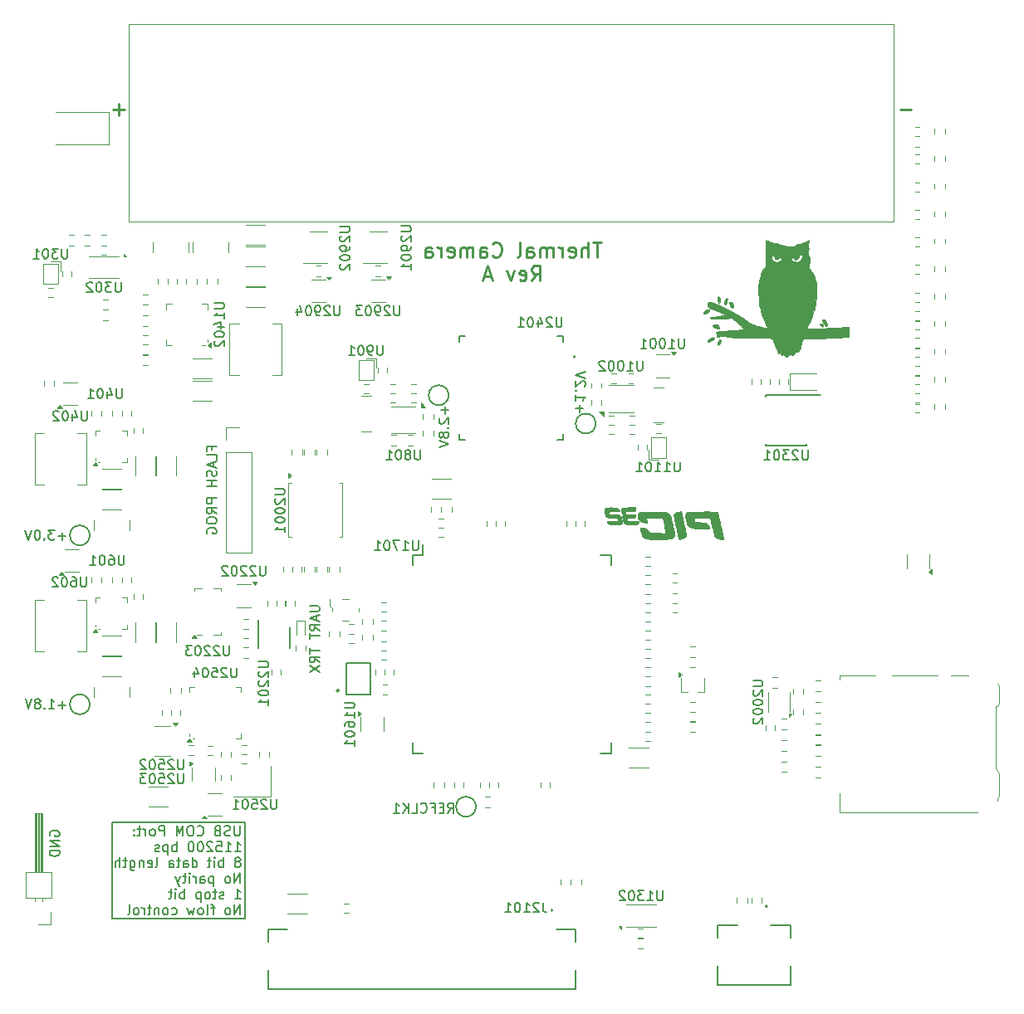
<source format=gbr>
%TF.GenerationSoftware,KiCad,Pcbnew,8.0.5*%
%TF.CreationDate,2024-10-11T17:01:53-05:00*%
%TF.ProjectId,Thermal_Camera,54686572-6d61-46c5-9f43-616d6572612e,rev?*%
%TF.SameCoordinates,Original*%
%TF.FileFunction,Legend,Bot*%
%TF.FilePolarity,Positive*%
%FSLAX46Y46*%
G04 Gerber Fmt 4.6, Leading zero omitted, Abs format (unit mm)*
G04 Created by KiCad (PCBNEW 8.0.5) date 2024-10-11 17:01:53*
%MOMM*%
%LPD*%
G01*
G04 APERTURE LIST*
%ADD10C,0.150000*%
%ADD11C,0.250000*%
%ADD12C,0.120000*%
%ADD13C,0.200000*%
%ADD14C,0.010000*%
%ADD15C,0.152400*%
%ADD16C,0.127000*%
G04 APERTURE END LIST*
D10*
X178269900Y-124383800D02*
X191808100Y-124383800D01*
X191808100Y-134188200D01*
X178269900Y-134188200D01*
X178269900Y-124383800D01*
X198412219Y-102330666D02*
X199221742Y-102330666D01*
X199221742Y-102330666D02*
X199316980Y-102378285D01*
X199316980Y-102378285D02*
X199364600Y-102425904D01*
X199364600Y-102425904D02*
X199412219Y-102521142D01*
X199412219Y-102521142D02*
X199412219Y-102711618D01*
X199412219Y-102711618D02*
X199364600Y-102806856D01*
X199364600Y-102806856D02*
X199316980Y-102854475D01*
X199316980Y-102854475D02*
X199221742Y-102902094D01*
X199221742Y-102902094D02*
X198412219Y-102902094D01*
X199126504Y-103330666D02*
X199126504Y-103806856D01*
X199412219Y-103235428D02*
X198412219Y-103568761D01*
X198412219Y-103568761D02*
X199412219Y-103902094D01*
X199412219Y-104806856D02*
X198936028Y-104473523D01*
X199412219Y-104235428D02*
X198412219Y-104235428D01*
X198412219Y-104235428D02*
X198412219Y-104616380D01*
X198412219Y-104616380D02*
X198459838Y-104711618D01*
X198459838Y-104711618D02*
X198507457Y-104759237D01*
X198507457Y-104759237D02*
X198602695Y-104806856D01*
X198602695Y-104806856D02*
X198745552Y-104806856D01*
X198745552Y-104806856D02*
X198840790Y-104759237D01*
X198840790Y-104759237D02*
X198888409Y-104711618D01*
X198888409Y-104711618D02*
X198936028Y-104616380D01*
X198936028Y-104616380D02*
X198936028Y-104235428D01*
X198412219Y-105092571D02*
X198412219Y-105663999D01*
X199412219Y-105378285D02*
X198412219Y-105378285D01*
X198412219Y-106616381D02*
X198412219Y-107187809D01*
X199412219Y-106902095D02*
X198412219Y-106902095D01*
X199412219Y-108092571D02*
X198936028Y-107759238D01*
X199412219Y-107521143D02*
X198412219Y-107521143D01*
X198412219Y-107521143D02*
X198412219Y-107902095D01*
X198412219Y-107902095D02*
X198459838Y-107997333D01*
X198459838Y-107997333D02*
X198507457Y-108044952D01*
X198507457Y-108044952D02*
X198602695Y-108092571D01*
X198602695Y-108092571D02*
X198745552Y-108092571D01*
X198745552Y-108092571D02*
X198840790Y-108044952D01*
X198840790Y-108044952D02*
X198888409Y-107997333D01*
X198888409Y-107997333D02*
X198936028Y-107902095D01*
X198936028Y-107902095D02*
X198936028Y-107521143D01*
X198412219Y-108425905D02*
X199412219Y-109092571D01*
X198412219Y-109092571D02*
X199412219Y-108425905D01*
X191318920Y-124766759D02*
X191318920Y-125576282D01*
X191318920Y-125576282D02*
X191271301Y-125671520D01*
X191271301Y-125671520D02*
X191223682Y-125719140D01*
X191223682Y-125719140D02*
X191128444Y-125766759D01*
X191128444Y-125766759D02*
X190937968Y-125766759D01*
X190937968Y-125766759D02*
X190842730Y-125719140D01*
X190842730Y-125719140D02*
X190795111Y-125671520D01*
X190795111Y-125671520D02*
X190747492Y-125576282D01*
X190747492Y-125576282D02*
X190747492Y-124766759D01*
X190318920Y-125719140D02*
X190176063Y-125766759D01*
X190176063Y-125766759D02*
X189937968Y-125766759D01*
X189937968Y-125766759D02*
X189842730Y-125719140D01*
X189842730Y-125719140D02*
X189795111Y-125671520D01*
X189795111Y-125671520D02*
X189747492Y-125576282D01*
X189747492Y-125576282D02*
X189747492Y-125481044D01*
X189747492Y-125481044D02*
X189795111Y-125385806D01*
X189795111Y-125385806D02*
X189842730Y-125338187D01*
X189842730Y-125338187D02*
X189937968Y-125290568D01*
X189937968Y-125290568D02*
X190128444Y-125242949D01*
X190128444Y-125242949D02*
X190223682Y-125195330D01*
X190223682Y-125195330D02*
X190271301Y-125147711D01*
X190271301Y-125147711D02*
X190318920Y-125052473D01*
X190318920Y-125052473D02*
X190318920Y-124957235D01*
X190318920Y-124957235D02*
X190271301Y-124861997D01*
X190271301Y-124861997D02*
X190223682Y-124814378D01*
X190223682Y-124814378D02*
X190128444Y-124766759D01*
X190128444Y-124766759D02*
X189890349Y-124766759D01*
X189890349Y-124766759D02*
X189747492Y-124814378D01*
X188985587Y-125242949D02*
X188842730Y-125290568D01*
X188842730Y-125290568D02*
X188795111Y-125338187D01*
X188795111Y-125338187D02*
X188747492Y-125433425D01*
X188747492Y-125433425D02*
X188747492Y-125576282D01*
X188747492Y-125576282D02*
X188795111Y-125671520D01*
X188795111Y-125671520D02*
X188842730Y-125719140D01*
X188842730Y-125719140D02*
X188937968Y-125766759D01*
X188937968Y-125766759D02*
X189318920Y-125766759D01*
X189318920Y-125766759D02*
X189318920Y-124766759D01*
X189318920Y-124766759D02*
X188985587Y-124766759D01*
X188985587Y-124766759D02*
X188890349Y-124814378D01*
X188890349Y-124814378D02*
X188842730Y-124861997D01*
X188842730Y-124861997D02*
X188795111Y-124957235D01*
X188795111Y-124957235D02*
X188795111Y-125052473D01*
X188795111Y-125052473D02*
X188842730Y-125147711D01*
X188842730Y-125147711D02*
X188890349Y-125195330D01*
X188890349Y-125195330D02*
X188985587Y-125242949D01*
X188985587Y-125242949D02*
X189318920Y-125242949D01*
X186985587Y-125671520D02*
X187033206Y-125719140D01*
X187033206Y-125719140D02*
X187176063Y-125766759D01*
X187176063Y-125766759D02*
X187271301Y-125766759D01*
X187271301Y-125766759D02*
X187414158Y-125719140D01*
X187414158Y-125719140D02*
X187509396Y-125623901D01*
X187509396Y-125623901D02*
X187557015Y-125528663D01*
X187557015Y-125528663D02*
X187604634Y-125338187D01*
X187604634Y-125338187D02*
X187604634Y-125195330D01*
X187604634Y-125195330D02*
X187557015Y-125004854D01*
X187557015Y-125004854D02*
X187509396Y-124909616D01*
X187509396Y-124909616D02*
X187414158Y-124814378D01*
X187414158Y-124814378D02*
X187271301Y-124766759D01*
X187271301Y-124766759D02*
X187176063Y-124766759D01*
X187176063Y-124766759D02*
X187033206Y-124814378D01*
X187033206Y-124814378D02*
X186985587Y-124861997D01*
X186366539Y-124766759D02*
X186176063Y-124766759D01*
X186176063Y-124766759D02*
X186080825Y-124814378D01*
X186080825Y-124814378D02*
X185985587Y-124909616D01*
X185985587Y-124909616D02*
X185937968Y-125100092D01*
X185937968Y-125100092D02*
X185937968Y-125433425D01*
X185937968Y-125433425D02*
X185985587Y-125623901D01*
X185985587Y-125623901D02*
X186080825Y-125719140D01*
X186080825Y-125719140D02*
X186176063Y-125766759D01*
X186176063Y-125766759D02*
X186366539Y-125766759D01*
X186366539Y-125766759D02*
X186461777Y-125719140D01*
X186461777Y-125719140D02*
X186557015Y-125623901D01*
X186557015Y-125623901D02*
X186604634Y-125433425D01*
X186604634Y-125433425D02*
X186604634Y-125100092D01*
X186604634Y-125100092D02*
X186557015Y-124909616D01*
X186557015Y-124909616D02*
X186461777Y-124814378D01*
X186461777Y-124814378D02*
X186366539Y-124766759D01*
X185509396Y-125766759D02*
X185509396Y-124766759D01*
X185509396Y-124766759D02*
X185176063Y-125481044D01*
X185176063Y-125481044D02*
X184842730Y-124766759D01*
X184842730Y-124766759D02*
X184842730Y-125766759D01*
X183604634Y-125766759D02*
X183604634Y-124766759D01*
X183604634Y-124766759D02*
X183223682Y-124766759D01*
X183223682Y-124766759D02*
X183128444Y-124814378D01*
X183128444Y-124814378D02*
X183080825Y-124861997D01*
X183080825Y-124861997D02*
X183033206Y-124957235D01*
X183033206Y-124957235D02*
X183033206Y-125100092D01*
X183033206Y-125100092D02*
X183080825Y-125195330D01*
X183080825Y-125195330D02*
X183128444Y-125242949D01*
X183128444Y-125242949D02*
X183223682Y-125290568D01*
X183223682Y-125290568D02*
X183604634Y-125290568D01*
X182461777Y-125766759D02*
X182557015Y-125719140D01*
X182557015Y-125719140D02*
X182604634Y-125671520D01*
X182604634Y-125671520D02*
X182652253Y-125576282D01*
X182652253Y-125576282D02*
X182652253Y-125290568D01*
X182652253Y-125290568D02*
X182604634Y-125195330D01*
X182604634Y-125195330D02*
X182557015Y-125147711D01*
X182557015Y-125147711D02*
X182461777Y-125100092D01*
X182461777Y-125100092D02*
X182318920Y-125100092D01*
X182318920Y-125100092D02*
X182223682Y-125147711D01*
X182223682Y-125147711D02*
X182176063Y-125195330D01*
X182176063Y-125195330D02*
X182128444Y-125290568D01*
X182128444Y-125290568D02*
X182128444Y-125576282D01*
X182128444Y-125576282D02*
X182176063Y-125671520D01*
X182176063Y-125671520D02*
X182223682Y-125719140D01*
X182223682Y-125719140D02*
X182318920Y-125766759D01*
X182318920Y-125766759D02*
X182461777Y-125766759D01*
X181699872Y-125766759D02*
X181699872Y-125100092D01*
X181699872Y-125290568D02*
X181652253Y-125195330D01*
X181652253Y-125195330D02*
X181604634Y-125147711D01*
X181604634Y-125147711D02*
X181509396Y-125100092D01*
X181509396Y-125100092D02*
X181414158Y-125100092D01*
X181223681Y-125100092D02*
X180842729Y-125100092D01*
X181080824Y-124766759D02*
X181080824Y-125623901D01*
X181080824Y-125623901D02*
X181033205Y-125719140D01*
X181033205Y-125719140D02*
X180937967Y-125766759D01*
X180937967Y-125766759D02*
X180842729Y-125766759D01*
X180509395Y-125671520D02*
X180461776Y-125719140D01*
X180461776Y-125719140D02*
X180509395Y-125766759D01*
X180509395Y-125766759D02*
X180557014Y-125719140D01*
X180557014Y-125719140D02*
X180509395Y-125671520D01*
X180509395Y-125671520D02*
X180509395Y-125766759D01*
X180509395Y-125147711D02*
X180461776Y-125195330D01*
X180461776Y-125195330D02*
X180509395Y-125242949D01*
X180509395Y-125242949D02*
X180557014Y-125195330D01*
X180557014Y-125195330D02*
X180509395Y-125147711D01*
X180509395Y-125147711D02*
X180509395Y-125242949D01*
X190795111Y-127376703D02*
X191366539Y-127376703D01*
X191080825Y-127376703D02*
X191080825Y-126376703D01*
X191080825Y-126376703D02*
X191176063Y-126519560D01*
X191176063Y-126519560D02*
X191271301Y-126614798D01*
X191271301Y-126614798D02*
X191366539Y-126662417D01*
X189842730Y-127376703D02*
X190414158Y-127376703D01*
X190128444Y-127376703D02*
X190128444Y-126376703D01*
X190128444Y-126376703D02*
X190223682Y-126519560D01*
X190223682Y-126519560D02*
X190318920Y-126614798D01*
X190318920Y-126614798D02*
X190414158Y-126662417D01*
X188937968Y-126376703D02*
X189414158Y-126376703D01*
X189414158Y-126376703D02*
X189461777Y-126852893D01*
X189461777Y-126852893D02*
X189414158Y-126805274D01*
X189414158Y-126805274D02*
X189318920Y-126757655D01*
X189318920Y-126757655D02*
X189080825Y-126757655D01*
X189080825Y-126757655D02*
X188985587Y-126805274D01*
X188985587Y-126805274D02*
X188937968Y-126852893D01*
X188937968Y-126852893D02*
X188890349Y-126948131D01*
X188890349Y-126948131D02*
X188890349Y-127186226D01*
X188890349Y-127186226D02*
X188937968Y-127281464D01*
X188937968Y-127281464D02*
X188985587Y-127329084D01*
X188985587Y-127329084D02*
X189080825Y-127376703D01*
X189080825Y-127376703D02*
X189318920Y-127376703D01*
X189318920Y-127376703D02*
X189414158Y-127329084D01*
X189414158Y-127329084D02*
X189461777Y-127281464D01*
X188509396Y-126471941D02*
X188461777Y-126424322D01*
X188461777Y-126424322D02*
X188366539Y-126376703D01*
X188366539Y-126376703D02*
X188128444Y-126376703D01*
X188128444Y-126376703D02*
X188033206Y-126424322D01*
X188033206Y-126424322D02*
X187985587Y-126471941D01*
X187985587Y-126471941D02*
X187937968Y-126567179D01*
X187937968Y-126567179D02*
X187937968Y-126662417D01*
X187937968Y-126662417D02*
X187985587Y-126805274D01*
X187985587Y-126805274D02*
X188557015Y-127376703D01*
X188557015Y-127376703D02*
X187937968Y-127376703D01*
X187318920Y-126376703D02*
X187223682Y-126376703D01*
X187223682Y-126376703D02*
X187128444Y-126424322D01*
X187128444Y-126424322D02*
X187080825Y-126471941D01*
X187080825Y-126471941D02*
X187033206Y-126567179D01*
X187033206Y-126567179D02*
X186985587Y-126757655D01*
X186985587Y-126757655D02*
X186985587Y-126995750D01*
X186985587Y-126995750D02*
X187033206Y-127186226D01*
X187033206Y-127186226D02*
X187080825Y-127281464D01*
X187080825Y-127281464D02*
X187128444Y-127329084D01*
X187128444Y-127329084D02*
X187223682Y-127376703D01*
X187223682Y-127376703D02*
X187318920Y-127376703D01*
X187318920Y-127376703D02*
X187414158Y-127329084D01*
X187414158Y-127329084D02*
X187461777Y-127281464D01*
X187461777Y-127281464D02*
X187509396Y-127186226D01*
X187509396Y-127186226D02*
X187557015Y-126995750D01*
X187557015Y-126995750D02*
X187557015Y-126757655D01*
X187557015Y-126757655D02*
X187509396Y-126567179D01*
X187509396Y-126567179D02*
X187461777Y-126471941D01*
X187461777Y-126471941D02*
X187414158Y-126424322D01*
X187414158Y-126424322D02*
X187318920Y-126376703D01*
X186366539Y-126376703D02*
X186271301Y-126376703D01*
X186271301Y-126376703D02*
X186176063Y-126424322D01*
X186176063Y-126424322D02*
X186128444Y-126471941D01*
X186128444Y-126471941D02*
X186080825Y-126567179D01*
X186080825Y-126567179D02*
X186033206Y-126757655D01*
X186033206Y-126757655D02*
X186033206Y-126995750D01*
X186033206Y-126995750D02*
X186080825Y-127186226D01*
X186080825Y-127186226D02*
X186128444Y-127281464D01*
X186128444Y-127281464D02*
X186176063Y-127329084D01*
X186176063Y-127329084D02*
X186271301Y-127376703D01*
X186271301Y-127376703D02*
X186366539Y-127376703D01*
X186366539Y-127376703D02*
X186461777Y-127329084D01*
X186461777Y-127329084D02*
X186509396Y-127281464D01*
X186509396Y-127281464D02*
X186557015Y-127186226D01*
X186557015Y-127186226D02*
X186604634Y-126995750D01*
X186604634Y-126995750D02*
X186604634Y-126757655D01*
X186604634Y-126757655D02*
X186557015Y-126567179D01*
X186557015Y-126567179D02*
X186509396Y-126471941D01*
X186509396Y-126471941D02*
X186461777Y-126424322D01*
X186461777Y-126424322D02*
X186366539Y-126376703D01*
X184842729Y-127376703D02*
X184842729Y-126376703D01*
X184842729Y-126757655D02*
X184747491Y-126710036D01*
X184747491Y-126710036D02*
X184557015Y-126710036D01*
X184557015Y-126710036D02*
X184461777Y-126757655D01*
X184461777Y-126757655D02*
X184414158Y-126805274D01*
X184414158Y-126805274D02*
X184366539Y-126900512D01*
X184366539Y-126900512D02*
X184366539Y-127186226D01*
X184366539Y-127186226D02*
X184414158Y-127281464D01*
X184414158Y-127281464D02*
X184461777Y-127329084D01*
X184461777Y-127329084D02*
X184557015Y-127376703D01*
X184557015Y-127376703D02*
X184747491Y-127376703D01*
X184747491Y-127376703D02*
X184842729Y-127329084D01*
X183937967Y-126710036D02*
X183937967Y-127710036D01*
X183937967Y-126757655D02*
X183842729Y-126710036D01*
X183842729Y-126710036D02*
X183652253Y-126710036D01*
X183652253Y-126710036D02*
X183557015Y-126757655D01*
X183557015Y-126757655D02*
X183509396Y-126805274D01*
X183509396Y-126805274D02*
X183461777Y-126900512D01*
X183461777Y-126900512D02*
X183461777Y-127186226D01*
X183461777Y-127186226D02*
X183509396Y-127281464D01*
X183509396Y-127281464D02*
X183557015Y-127329084D01*
X183557015Y-127329084D02*
X183652253Y-127376703D01*
X183652253Y-127376703D02*
X183842729Y-127376703D01*
X183842729Y-127376703D02*
X183937967Y-127329084D01*
X183080824Y-127329084D02*
X182985586Y-127376703D01*
X182985586Y-127376703D02*
X182795110Y-127376703D01*
X182795110Y-127376703D02*
X182699872Y-127329084D01*
X182699872Y-127329084D02*
X182652253Y-127233845D01*
X182652253Y-127233845D02*
X182652253Y-127186226D01*
X182652253Y-127186226D02*
X182699872Y-127090988D01*
X182699872Y-127090988D02*
X182795110Y-127043369D01*
X182795110Y-127043369D02*
X182937967Y-127043369D01*
X182937967Y-127043369D02*
X183033205Y-126995750D01*
X183033205Y-126995750D02*
X183080824Y-126900512D01*
X183080824Y-126900512D02*
X183080824Y-126852893D01*
X183080824Y-126852893D02*
X183033205Y-126757655D01*
X183033205Y-126757655D02*
X182937967Y-126710036D01*
X182937967Y-126710036D02*
X182795110Y-126710036D01*
X182795110Y-126710036D02*
X182699872Y-126757655D01*
X191176063Y-128415218D02*
X191271301Y-128367599D01*
X191271301Y-128367599D02*
X191318920Y-128319980D01*
X191318920Y-128319980D02*
X191366539Y-128224742D01*
X191366539Y-128224742D02*
X191366539Y-128177123D01*
X191366539Y-128177123D02*
X191318920Y-128081885D01*
X191318920Y-128081885D02*
X191271301Y-128034266D01*
X191271301Y-128034266D02*
X191176063Y-127986647D01*
X191176063Y-127986647D02*
X190985587Y-127986647D01*
X190985587Y-127986647D02*
X190890349Y-128034266D01*
X190890349Y-128034266D02*
X190842730Y-128081885D01*
X190842730Y-128081885D02*
X190795111Y-128177123D01*
X190795111Y-128177123D02*
X190795111Y-128224742D01*
X190795111Y-128224742D02*
X190842730Y-128319980D01*
X190842730Y-128319980D02*
X190890349Y-128367599D01*
X190890349Y-128367599D02*
X190985587Y-128415218D01*
X190985587Y-128415218D02*
X191176063Y-128415218D01*
X191176063Y-128415218D02*
X191271301Y-128462837D01*
X191271301Y-128462837D02*
X191318920Y-128510456D01*
X191318920Y-128510456D02*
X191366539Y-128605694D01*
X191366539Y-128605694D02*
X191366539Y-128796170D01*
X191366539Y-128796170D02*
X191318920Y-128891408D01*
X191318920Y-128891408D02*
X191271301Y-128939028D01*
X191271301Y-128939028D02*
X191176063Y-128986647D01*
X191176063Y-128986647D02*
X190985587Y-128986647D01*
X190985587Y-128986647D02*
X190890349Y-128939028D01*
X190890349Y-128939028D02*
X190842730Y-128891408D01*
X190842730Y-128891408D02*
X190795111Y-128796170D01*
X190795111Y-128796170D02*
X190795111Y-128605694D01*
X190795111Y-128605694D02*
X190842730Y-128510456D01*
X190842730Y-128510456D02*
X190890349Y-128462837D01*
X190890349Y-128462837D02*
X190985587Y-128415218D01*
X189604634Y-128986647D02*
X189604634Y-127986647D01*
X189604634Y-128367599D02*
X189509396Y-128319980D01*
X189509396Y-128319980D02*
X189318920Y-128319980D01*
X189318920Y-128319980D02*
X189223682Y-128367599D01*
X189223682Y-128367599D02*
X189176063Y-128415218D01*
X189176063Y-128415218D02*
X189128444Y-128510456D01*
X189128444Y-128510456D02*
X189128444Y-128796170D01*
X189128444Y-128796170D02*
X189176063Y-128891408D01*
X189176063Y-128891408D02*
X189223682Y-128939028D01*
X189223682Y-128939028D02*
X189318920Y-128986647D01*
X189318920Y-128986647D02*
X189509396Y-128986647D01*
X189509396Y-128986647D02*
X189604634Y-128939028D01*
X188699872Y-128986647D02*
X188699872Y-128319980D01*
X188699872Y-127986647D02*
X188747491Y-128034266D01*
X188747491Y-128034266D02*
X188699872Y-128081885D01*
X188699872Y-128081885D02*
X188652253Y-128034266D01*
X188652253Y-128034266D02*
X188699872Y-127986647D01*
X188699872Y-127986647D02*
X188699872Y-128081885D01*
X188366539Y-128319980D02*
X187985587Y-128319980D01*
X188223682Y-127986647D02*
X188223682Y-128843789D01*
X188223682Y-128843789D02*
X188176063Y-128939028D01*
X188176063Y-128939028D02*
X188080825Y-128986647D01*
X188080825Y-128986647D02*
X187985587Y-128986647D01*
X186461777Y-128986647D02*
X186461777Y-127986647D01*
X186461777Y-128939028D02*
X186557015Y-128986647D01*
X186557015Y-128986647D02*
X186747491Y-128986647D01*
X186747491Y-128986647D02*
X186842729Y-128939028D01*
X186842729Y-128939028D02*
X186890348Y-128891408D01*
X186890348Y-128891408D02*
X186937967Y-128796170D01*
X186937967Y-128796170D02*
X186937967Y-128510456D01*
X186937967Y-128510456D02*
X186890348Y-128415218D01*
X186890348Y-128415218D02*
X186842729Y-128367599D01*
X186842729Y-128367599D02*
X186747491Y-128319980D01*
X186747491Y-128319980D02*
X186557015Y-128319980D01*
X186557015Y-128319980D02*
X186461777Y-128367599D01*
X185557015Y-128986647D02*
X185557015Y-128462837D01*
X185557015Y-128462837D02*
X185604634Y-128367599D01*
X185604634Y-128367599D02*
X185699872Y-128319980D01*
X185699872Y-128319980D02*
X185890348Y-128319980D01*
X185890348Y-128319980D02*
X185985586Y-128367599D01*
X185557015Y-128939028D02*
X185652253Y-128986647D01*
X185652253Y-128986647D02*
X185890348Y-128986647D01*
X185890348Y-128986647D02*
X185985586Y-128939028D01*
X185985586Y-128939028D02*
X186033205Y-128843789D01*
X186033205Y-128843789D02*
X186033205Y-128748551D01*
X186033205Y-128748551D02*
X185985586Y-128653313D01*
X185985586Y-128653313D02*
X185890348Y-128605694D01*
X185890348Y-128605694D02*
X185652253Y-128605694D01*
X185652253Y-128605694D02*
X185557015Y-128558075D01*
X185223681Y-128319980D02*
X184842729Y-128319980D01*
X185080824Y-127986647D02*
X185080824Y-128843789D01*
X185080824Y-128843789D02*
X185033205Y-128939028D01*
X185033205Y-128939028D02*
X184937967Y-128986647D01*
X184937967Y-128986647D02*
X184842729Y-128986647D01*
X184080824Y-128986647D02*
X184080824Y-128462837D01*
X184080824Y-128462837D02*
X184128443Y-128367599D01*
X184128443Y-128367599D02*
X184223681Y-128319980D01*
X184223681Y-128319980D02*
X184414157Y-128319980D01*
X184414157Y-128319980D02*
X184509395Y-128367599D01*
X184080824Y-128939028D02*
X184176062Y-128986647D01*
X184176062Y-128986647D02*
X184414157Y-128986647D01*
X184414157Y-128986647D02*
X184509395Y-128939028D01*
X184509395Y-128939028D02*
X184557014Y-128843789D01*
X184557014Y-128843789D02*
X184557014Y-128748551D01*
X184557014Y-128748551D02*
X184509395Y-128653313D01*
X184509395Y-128653313D02*
X184414157Y-128605694D01*
X184414157Y-128605694D02*
X184176062Y-128605694D01*
X184176062Y-128605694D02*
X184080824Y-128558075D01*
X182699871Y-128986647D02*
X182795109Y-128939028D01*
X182795109Y-128939028D02*
X182842728Y-128843789D01*
X182842728Y-128843789D02*
X182842728Y-127986647D01*
X181937966Y-128939028D02*
X182033204Y-128986647D01*
X182033204Y-128986647D02*
X182223680Y-128986647D01*
X182223680Y-128986647D02*
X182318918Y-128939028D01*
X182318918Y-128939028D02*
X182366537Y-128843789D01*
X182366537Y-128843789D02*
X182366537Y-128462837D01*
X182366537Y-128462837D02*
X182318918Y-128367599D01*
X182318918Y-128367599D02*
X182223680Y-128319980D01*
X182223680Y-128319980D02*
X182033204Y-128319980D01*
X182033204Y-128319980D02*
X181937966Y-128367599D01*
X181937966Y-128367599D02*
X181890347Y-128462837D01*
X181890347Y-128462837D02*
X181890347Y-128558075D01*
X181890347Y-128558075D02*
X182366537Y-128653313D01*
X181461775Y-128319980D02*
X181461775Y-128986647D01*
X181461775Y-128415218D02*
X181414156Y-128367599D01*
X181414156Y-128367599D02*
X181318918Y-128319980D01*
X181318918Y-128319980D02*
X181176061Y-128319980D01*
X181176061Y-128319980D02*
X181080823Y-128367599D01*
X181080823Y-128367599D02*
X181033204Y-128462837D01*
X181033204Y-128462837D02*
X181033204Y-128986647D01*
X180128442Y-128319980D02*
X180128442Y-129129504D01*
X180128442Y-129129504D02*
X180176061Y-129224742D01*
X180176061Y-129224742D02*
X180223680Y-129272361D01*
X180223680Y-129272361D02*
X180318918Y-129319980D01*
X180318918Y-129319980D02*
X180461775Y-129319980D01*
X180461775Y-129319980D02*
X180557013Y-129272361D01*
X180128442Y-128939028D02*
X180223680Y-128986647D01*
X180223680Y-128986647D02*
X180414156Y-128986647D01*
X180414156Y-128986647D02*
X180509394Y-128939028D01*
X180509394Y-128939028D02*
X180557013Y-128891408D01*
X180557013Y-128891408D02*
X180604632Y-128796170D01*
X180604632Y-128796170D02*
X180604632Y-128510456D01*
X180604632Y-128510456D02*
X180557013Y-128415218D01*
X180557013Y-128415218D02*
X180509394Y-128367599D01*
X180509394Y-128367599D02*
X180414156Y-128319980D01*
X180414156Y-128319980D02*
X180223680Y-128319980D01*
X180223680Y-128319980D02*
X180128442Y-128367599D01*
X179795108Y-128319980D02*
X179414156Y-128319980D01*
X179652251Y-127986647D02*
X179652251Y-128843789D01*
X179652251Y-128843789D02*
X179604632Y-128939028D01*
X179604632Y-128939028D02*
X179509394Y-128986647D01*
X179509394Y-128986647D02*
X179414156Y-128986647D01*
X179080822Y-128986647D02*
X179080822Y-127986647D01*
X178652251Y-128986647D02*
X178652251Y-128462837D01*
X178652251Y-128462837D02*
X178699870Y-128367599D01*
X178699870Y-128367599D02*
X178795108Y-128319980D01*
X178795108Y-128319980D02*
X178937965Y-128319980D01*
X178937965Y-128319980D02*
X179033203Y-128367599D01*
X179033203Y-128367599D02*
X179080822Y-128415218D01*
X191318920Y-130596591D02*
X191318920Y-129596591D01*
X191318920Y-129596591D02*
X190747492Y-130596591D01*
X190747492Y-130596591D02*
X190747492Y-129596591D01*
X190128444Y-130596591D02*
X190223682Y-130548972D01*
X190223682Y-130548972D02*
X190271301Y-130501352D01*
X190271301Y-130501352D02*
X190318920Y-130406114D01*
X190318920Y-130406114D02*
X190318920Y-130120400D01*
X190318920Y-130120400D02*
X190271301Y-130025162D01*
X190271301Y-130025162D02*
X190223682Y-129977543D01*
X190223682Y-129977543D02*
X190128444Y-129929924D01*
X190128444Y-129929924D02*
X189985587Y-129929924D01*
X189985587Y-129929924D02*
X189890349Y-129977543D01*
X189890349Y-129977543D02*
X189842730Y-130025162D01*
X189842730Y-130025162D02*
X189795111Y-130120400D01*
X189795111Y-130120400D02*
X189795111Y-130406114D01*
X189795111Y-130406114D02*
X189842730Y-130501352D01*
X189842730Y-130501352D02*
X189890349Y-130548972D01*
X189890349Y-130548972D02*
X189985587Y-130596591D01*
X189985587Y-130596591D02*
X190128444Y-130596591D01*
X188604634Y-129929924D02*
X188604634Y-130929924D01*
X188604634Y-129977543D02*
X188509396Y-129929924D01*
X188509396Y-129929924D02*
X188318920Y-129929924D01*
X188318920Y-129929924D02*
X188223682Y-129977543D01*
X188223682Y-129977543D02*
X188176063Y-130025162D01*
X188176063Y-130025162D02*
X188128444Y-130120400D01*
X188128444Y-130120400D02*
X188128444Y-130406114D01*
X188128444Y-130406114D02*
X188176063Y-130501352D01*
X188176063Y-130501352D02*
X188223682Y-130548972D01*
X188223682Y-130548972D02*
X188318920Y-130596591D01*
X188318920Y-130596591D02*
X188509396Y-130596591D01*
X188509396Y-130596591D02*
X188604634Y-130548972D01*
X187271301Y-130596591D02*
X187271301Y-130072781D01*
X187271301Y-130072781D02*
X187318920Y-129977543D01*
X187318920Y-129977543D02*
X187414158Y-129929924D01*
X187414158Y-129929924D02*
X187604634Y-129929924D01*
X187604634Y-129929924D02*
X187699872Y-129977543D01*
X187271301Y-130548972D02*
X187366539Y-130596591D01*
X187366539Y-130596591D02*
X187604634Y-130596591D01*
X187604634Y-130596591D02*
X187699872Y-130548972D01*
X187699872Y-130548972D02*
X187747491Y-130453733D01*
X187747491Y-130453733D02*
X187747491Y-130358495D01*
X187747491Y-130358495D02*
X187699872Y-130263257D01*
X187699872Y-130263257D02*
X187604634Y-130215638D01*
X187604634Y-130215638D02*
X187366539Y-130215638D01*
X187366539Y-130215638D02*
X187271301Y-130168019D01*
X186795110Y-130596591D02*
X186795110Y-129929924D01*
X186795110Y-130120400D02*
X186747491Y-130025162D01*
X186747491Y-130025162D02*
X186699872Y-129977543D01*
X186699872Y-129977543D02*
X186604634Y-129929924D01*
X186604634Y-129929924D02*
X186509396Y-129929924D01*
X186176062Y-130596591D02*
X186176062Y-129929924D01*
X186176062Y-129596591D02*
X186223681Y-129644210D01*
X186223681Y-129644210D02*
X186176062Y-129691829D01*
X186176062Y-129691829D02*
X186128443Y-129644210D01*
X186128443Y-129644210D02*
X186176062Y-129596591D01*
X186176062Y-129596591D02*
X186176062Y-129691829D01*
X185842729Y-129929924D02*
X185461777Y-129929924D01*
X185699872Y-129596591D02*
X185699872Y-130453733D01*
X185699872Y-130453733D02*
X185652253Y-130548972D01*
X185652253Y-130548972D02*
X185557015Y-130596591D01*
X185557015Y-130596591D02*
X185461777Y-130596591D01*
X185223681Y-129929924D02*
X184985586Y-130596591D01*
X184747491Y-129929924D02*
X184985586Y-130596591D01*
X184985586Y-130596591D02*
X185080824Y-130834686D01*
X185080824Y-130834686D02*
X185128443Y-130882305D01*
X185128443Y-130882305D02*
X185223681Y-130929924D01*
X190795111Y-132206535D02*
X191366539Y-132206535D01*
X191080825Y-132206535D02*
X191080825Y-131206535D01*
X191080825Y-131206535D02*
X191176063Y-131349392D01*
X191176063Y-131349392D02*
X191271301Y-131444630D01*
X191271301Y-131444630D02*
X191366539Y-131492249D01*
X189652253Y-132158916D02*
X189557015Y-132206535D01*
X189557015Y-132206535D02*
X189366539Y-132206535D01*
X189366539Y-132206535D02*
X189271301Y-132158916D01*
X189271301Y-132158916D02*
X189223682Y-132063677D01*
X189223682Y-132063677D02*
X189223682Y-132016058D01*
X189223682Y-132016058D02*
X189271301Y-131920820D01*
X189271301Y-131920820D02*
X189366539Y-131873201D01*
X189366539Y-131873201D02*
X189509396Y-131873201D01*
X189509396Y-131873201D02*
X189604634Y-131825582D01*
X189604634Y-131825582D02*
X189652253Y-131730344D01*
X189652253Y-131730344D02*
X189652253Y-131682725D01*
X189652253Y-131682725D02*
X189604634Y-131587487D01*
X189604634Y-131587487D02*
X189509396Y-131539868D01*
X189509396Y-131539868D02*
X189366539Y-131539868D01*
X189366539Y-131539868D02*
X189271301Y-131587487D01*
X188937967Y-131539868D02*
X188557015Y-131539868D01*
X188795110Y-131206535D02*
X188795110Y-132063677D01*
X188795110Y-132063677D02*
X188747491Y-132158916D01*
X188747491Y-132158916D02*
X188652253Y-132206535D01*
X188652253Y-132206535D02*
X188557015Y-132206535D01*
X188080824Y-132206535D02*
X188176062Y-132158916D01*
X188176062Y-132158916D02*
X188223681Y-132111296D01*
X188223681Y-132111296D02*
X188271300Y-132016058D01*
X188271300Y-132016058D02*
X188271300Y-131730344D01*
X188271300Y-131730344D02*
X188223681Y-131635106D01*
X188223681Y-131635106D02*
X188176062Y-131587487D01*
X188176062Y-131587487D02*
X188080824Y-131539868D01*
X188080824Y-131539868D02*
X187937967Y-131539868D01*
X187937967Y-131539868D02*
X187842729Y-131587487D01*
X187842729Y-131587487D02*
X187795110Y-131635106D01*
X187795110Y-131635106D02*
X187747491Y-131730344D01*
X187747491Y-131730344D02*
X187747491Y-132016058D01*
X187747491Y-132016058D02*
X187795110Y-132111296D01*
X187795110Y-132111296D02*
X187842729Y-132158916D01*
X187842729Y-132158916D02*
X187937967Y-132206535D01*
X187937967Y-132206535D02*
X188080824Y-132206535D01*
X187318919Y-131539868D02*
X187318919Y-132539868D01*
X187318919Y-131587487D02*
X187223681Y-131539868D01*
X187223681Y-131539868D02*
X187033205Y-131539868D01*
X187033205Y-131539868D02*
X186937967Y-131587487D01*
X186937967Y-131587487D02*
X186890348Y-131635106D01*
X186890348Y-131635106D02*
X186842729Y-131730344D01*
X186842729Y-131730344D02*
X186842729Y-132016058D01*
X186842729Y-132016058D02*
X186890348Y-132111296D01*
X186890348Y-132111296D02*
X186937967Y-132158916D01*
X186937967Y-132158916D02*
X187033205Y-132206535D01*
X187033205Y-132206535D02*
X187223681Y-132206535D01*
X187223681Y-132206535D02*
X187318919Y-132158916D01*
X185652252Y-132206535D02*
X185652252Y-131206535D01*
X185652252Y-131587487D02*
X185557014Y-131539868D01*
X185557014Y-131539868D02*
X185366538Y-131539868D01*
X185366538Y-131539868D02*
X185271300Y-131587487D01*
X185271300Y-131587487D02*
X185223681Y-131635106D01*
X185223681Y-131635106D02*
X185176062Y-131730344D01*
X185176062Y-131730344D02*
X185176062Y-132016058D01*
X185176062Y-132016058D02*
X185223681Y-132111296D01*
X185223681Y-132111296D02*
X185271300Y-132158916D01*
X185271300Y-132158916D02*
X185366538Y-132206535D01*
X185366538Y-132206535D02*
X185557014Y-132206535D01*
X185557014Y-132206535D02*
X185652252Y-132158916D01*
X184747490Y-132206535D02*
X184747490Y-131539868D01*
X184747490Y-131206535D02*
X184795109Y-131254154D01*
X184795109Y-131254154D02*
X184747490Y-131301773D01*
X184747490Y-131301773D02*
X184699871Y-131254154D01*
X184699871Y-131254154D02*
X184747490Y-131206535D01*
X184747490Y-131206535D02*
X184747490Y-131301773D01*
X184414157Y-131539868D02*
X184033205Y-131539868D01*
X184271300Y-131206535D02*
X184271300Y-132063677D01*
X184271300Y-132063677D02*
X184223681Y-132158916D01*
X184223681Y-132158916D02*
X184128443Y-132206535D01*
X184128443Y-132206535D02*
X184033205Y-132206535D01*
X191318920Y-133816479D02*
X191318920Y-132816479D01*
X191318920Y-132816479D02*
X190747492Y-133816479D01*
X190747492Y-133816479D02*
X190747492Y-132816479D01*
X190128444Y-133816479D02*
X190223682Y-133768860D01*
X190223682Y-133768860D02*
X190271301Y-133721240D01*
X190271301Y-133721240D02*
X190318920Y-133626002D01*
X190318920Y-133626002D02*
X190318920Y-133340288D01*
X190318920Y-133340288D02*
X190271301Y-133245050D01*
X190271301Y-133245050D02*
X190223682Y-133197431D01*
X190223682Y-133197431D02*
X190128444Y-133149812D01*
X190128444Y-133149812D02*
X189985587Y-133149812D01*
X189985587Y-133149812D02*
X189890349Y-133197431D01*
X189890349Y-133197431D02*
X189842730Y-133245050D01*
X189842730Y-133245050D02*
X189795111Y-133340288D01*
X189795111Y-133340288D02*
X189795111Y-133626002D01*
X189795111Y-133626002D02*
X189842730Y-133721240D01*
X189842730Y-133721240D02*
X189890349Y-133768860D01*
X189890349Y-133768860D02*
X189985587Y-133816479D01*
X189985587Y-133816479D02*
X190128444Y-133816479D01*
X188747491Y-133149812D02*
X188366539Y-133149812D01*
X188604634Y-133816479D02*
X188604634Y-132959336D01*
X188604634Y-132959336D02*
X188557015Y-132864098D01*
X188557015Y-132864098D02*
X188461777Y-132816479D01*
X188461777Y-132816479D02*
X188366539Y-132816479D01*
X187890348Y-133816479D02*
X187985586Y-133768860D01*
X187985586Y-133768860D02*
X188033205Y-133673621D01*
X188033205Y-133673621D02*
X188033205Y-132816479D01*
X187366538Y-133816479D02*
X187461776Y-133768860D01*
X187461776Y-133768860D02*
X187509395Y-133721240D01*
X187509395Y-133721240D02*
X187557014Y-133626002D01*
X187557014Y-133626002D02*
X187557014Y-133340288D01*
X187557014Y-133340288D02*
X187509395Y-133245050D01*
X187509395Y-133245050D02*
X187461776Y-133197431D01*
X187461776Y-133197431D02*
X187366538Y-133149812D01*
X187366538Y-133149812D02*
X187223681Y-133149812D01*
X187223681Y-133149812D02*
X187128443Y-133197431D01*
X187128443Y-133197431D02*
X187080824Y-133245050D01*
X187080824Y-133245050D02*
X187033205Y-133340288D01*
X187033205Y-133340288D02*
X187033205Y-133626002D01*
X187033205Y-133626002D02*
X187080824Y-133721240D01*
X187080824Y-133721240D02*
X187128443Y-133768860D01*
X187128443Y-133768860D02*
X187223681Y-133816479D01*
X187223681Y-133816479D02*
X187366538Y-133816479D01*
X186699871Y-133149812D02*
X186509395Y-133816479D01*
X186509395Y-133816479D02*
X186318919Y-133340288D01*
X186318919Y-133340288D02*
X186128443Y-133816479D01*
X186128443Y-133816479D02*
X185937967Y-133149812D01*
X184366538Y-133768860D02*
X184461776Y-133816479D01*
X184461776Y-133816479D02*
X184652252Y-133816479D01*
X184652252Y-133816479D02*
X184747490Y-133768860D01*
X184747490Y-133768860D02*
X184795109Y-133721240D01*
X184795109Y-133721240D02*
X184842728Y-133626002D01*
X184842728Y-133626002D02*
X184842728Y-133340288D01*
X184842728Y-133340288D02*
X184795109Y-133245050D01*
X184795109Y-133245050D02*
X184747490Y-133197431D01*
X184747490Y-133197431D02*
X184652252Y-133149812D01*
X184652252Y-133149812D02*
X184461776Y-133149812D01*
X184461776Y-133149812D02*
X184366538Y-133197431D01*
X183795109Y-133816479D02*
X183890347Y-133768860D01*
X183890347Y-133768860D02*
X183937966Y-133721240D01*
X183937966Y-133721240D02*
X183985585Y-133626002D01*
X183985585Y-133626002D02*
X183985585Y-133340288D01*
X183985585Y-133340288D02*
X183937966Y-133245050D01*
X183937966Y-133245050D02*
X183890347Y-133197431D01*
X183890347Y-133197431D02*
X183795109Y-133149812D01*
X183795109Y-133149812D02*
X183652252Y-133149812D01*
X183652252Y-133149812D02*
X183557014Y-133197431D01*
X183557014Y-133197431D02*
X183509395Y-133245050D01*
X183509395Y-133245050D02*
X183461776Y-133340288D01*
X183461776Y-133340288D02*
X183461776Y-133626002D01*
X183461776Y-133626002D02*
X183509395Y-133721240D01*
X183509395Y-133721240D02*
X183557014Y-133768860D01*
X183557014Y-133768860D02*
X183652252Y-133816479D01*
X183652252Y-133816479D02*
X183795109Y-133816479D01*
X183033204Y-133149812D02*
X183033204Y-133816479D01*
X183033204Y-133245050D02*
X182985585Y-133197431D01*
X182985585Y-133197431D02*
X182890347Y-133149812D01*
X182890347Y-133149812D02*
X182747490Y-133149812D01*
X182747490Y-133149812D02*
X182652252Y-133197431D01*
X182652252Y-133197431D02*
X182604633Y-133292669D01*
X182604633Y-133292669D02*
X182604633Y-133816479D01*
X182271299Y-133149812D02*
X181890347Y-133149812D01*
X182128442Y-132816479D02*
X182128442Y-133673621D01*
X182128442Y-133673621D02*
X182080823Y-133768860D01*
X182080823Y-133768860D02*
X181985585Y-133816479D01*
X181985585Y-133816479D02*
X181890347Y-133816479D01*
X181557013Y-133816479D02*
X181557013Y-133149812D01*
X181557013Y-133340288D02*
X181509394Y-133245050D01*
X181509394Y-133245050D02*
X181461775Y-133197431D01*
X181461775Y-133197431D02*
X181366537Y-133149812D01*
X181366537Y-133149812D02*
X181271299Y-133149812D01*
X180795108Y-133816479D02*
X180890346Y-133768860D01*
X180890346Y-133768860D02*
X180937965Y-133721240D01*
X180937965Y-133721240D02*
X180985584Y-133626002D01*
X180985584Y-133626002D02*
X180985584Y-133340288D01*
X180985584Y-133340288D02*
X180937965Y-133245050D01*
X180937965Y-133245050D02*
X180890346Y-133197431D01*
X180890346Y-133197431D02*
X180795108Y-133149812D01*
X180795108Y-133149812D02*
X180652251Y-133149812D01*
X180652251Y-133149812D02*
X180557013Y-133197431D01*
X180557013Y-133197431D02*
X180509394Y-133245050D01*
X180509394Y-133245050D02*
X180461775Y-133340288D01*
X180461775Y-133340288D02*
X180461775Y-133626002D01*
X180461775Y-133626002D02*
X180509394Y-133721240D01*
X180509394Y-133721240D02*
X180557013Y-133768860D01*
X180557013Y-133768860D02*
X180652251Y-133816479D01*
X180652251Y-133816479D02*
X180795108Y-133816479D01*
X179890346Y-133816479D02*
X179985584Y-133768860D01*
X179985584Y-133768860D02*
X180033203Y-133673621D01*
X180033203Y-133673621D02*
X180033203Y-132816479D01*
X171951938Y-125780895D02*
X171904319Y-125685657D01*
X171904319Y-125685657D02*
X171904319Y-125542800D01*
X171904319Y-125542800D02*
X171951938Y-125399943D01*
X171951938Y-125399943D02*
X172047176Y-125304705D01*
X172047176Y-125304705D02*
X172142414Y-125257086D01*
X172142414Y-125257086D02*
X172332890Y-125209467D01*
X172332890Y-125209467D02*
X172475747Y-125209467D01*
X172475747Y-125209467D02*
X172666223Y-125257086D01*
X172666223Y-125257086D02*
X172761461Y-125304705D01*
X172761461Y-125304705D02*
X172856700Y-125399943D01*
X172856700Y-125399943D02*
X172904319Y-125542800D01*
X172904319Y-125542800D02*
X172904319Y-125638038D01*
X172904319Y-125638038D02*
X172856700Y-125780895D01*
X172856700Y-125780895D02*
X172809080Y-125828514D01*
X172809080Y-125828514D02*
X172475747Y-125828514D01*
X172475747Y-125828514D02*
X172475747Y-125638038D01*
X172904319Y-126257086D02*
X171904319Y-126257086D01*
X171904319Y-126257086D02*
X172904319Y-126828514D01*
X172904319Y-126828514D02*
X171904319Y-126828514D01*
X172904319Y-127304705D02*
X171904319Y-127304705D01*
X171904319Y-127304705D02*
X171904319Y-127542800D01*
X171904319Y-127542800D02*
X171951938Y-127685657D01*
X171951938Y-127685657D02*
X172047176Y-127780895D01*
X172047176Y-127780895D02*
X172142414Y-127828514D01*
X172142414Y-127828514D02*
X172332890Y-127876133D01*
X172332890Y-127876133D02*
X172475747Y-127876133D01*
X172475747Y-127876133D02*
X172666223Y-127828514D01*
X172666223Y-127828514D02*
X172761461Y-127780895D01*
X172761461Y-127780895D02*
X172856700Y-127685657D01*
X172856700Y-127685657D02*
X172904319Y-127542800D01*
X172904319Y-127542800D02*
X172904319Y-127304705D01*
D11*
X259753028Y-51671500D02*
X258610171Y-51671500D01*
D10*
X173576999Y-112442666D02*
X172815095Y-112442666D01*
X173196047Y-112823619D02*
X173196047Y-112061714D01*
X171815095Y-112823619D02*
X172386523Y-112823619D01*
X172100809Y-112823619D02*
X172100809Y-111823619D01*
X172100809Y-111823619D02*
X172196047Y-111966476D01*
X172196047Y-111966476D02*
X172291285Y-112061714D01*
X172291285Y-112061714D02*
X172386523Y-112109333D01*
X171386523Y-112728380D02*
X171338904Y-112776000D01*
X171338904Y-112776000D02*
X171386523Y-112823619D01*
X171386523Y-112823619D02*
X171434142Y-112776000D01*
X171434142Y-112776000D02*
X171386523Y-112728380D01*
X171386523Y-112728380D02*
X171386523Y-112823619D01*
X170767476Y-112252190D02*
X170862714Y-112204571D01*
X170862714Y-112204571D02*
X170910333Y-112156952D01*
X170910333Y-112156952D02*
X170957952Y-112061714D01*
X170957952Y-112061714D02*
X170957952Y-112014095D01*
X170957952Y-112014095D02*
X170910333Y-111918857D01*
X170910333Y-111918857D02*
X170862714Y-111871238D01*
X170862714Y-111871238D02*
X170767476Y-111823619D01*
X170767476Y-111823619D02*
X170577000Y-111823619D01*
X170577000Y-111823619D02*
X170481762Y-111871238D01*
X170481762Y-111871238D02*
X170434143Y-111918857D01*
X170434143Y-111918857D02*
X170386524Y-112014095D01*
X170386524Y-112014095D02*
X170386524Y-112061714D01*
X170386524Y-112061714D02*
X170434143Y-112156952D01*
X170434143Y-112156952D02*
X170481762Y-112204571D01*
X170481762Y-112204571D02*
X170577000Y-112252190D01*
X170577000Y-112252190D02*
X170767476Y-112252190D01*
X170767476Y-112252190D02*
X170862714Y-112299809D01*
X170862714Y-112299809D02*
X170910333Y-112347428D01*
X170910333Y-112347428D02*
X170957952Y-112442666D01*
X170957952Y-112442666D02*
X170957952Y-112633142D01*
X170957952Y-112633142D02*
X170910333Y-112728380D01*
X170910333Y-112728380D02*
X170862714Y-112776000D01*
X170862714Y-112776000D02*
X170767476Y-112823619D01*
X170767476Y-112823619D02*
X170577000Y-112823619D01*
X170577000Y-112823619D02*
X170481762Y-112776000D01*
X170481762Y-112776000D02*
X170434143Y-112728380D01*
X170434143Y-112728380D02*
X170386524Y-112633142D01*
X170386524Y-112633142D02*
X170386524Y-112442666D01*
X170386524Y-112442666D02*
X170434143Y-112347428D01*
X170434143Y-112347428D02*
X170481762Y-112299809D01*
X170481762Y-112299809D02*
X170577000Y-112252190D01*
X170100809Y-111823619D02*
X169767476Y-112823619D01*
X169767476Y-112823619D02*
X169434143Y-111823619D01*
X212217216Y-81978450D02*
X212217216Y-82740355D01*
X212598169Y-82359402D02*
X211836264Y-82359402D01*
X211693407Y-83168926D02*
X211645788Y-83216545D01*
X211645788Y-83216545D02*
X211598169Y-83311783D01*
X211598169Y-83311783D02*
X211598169Y-83549878D01*
X211598169Y-83549878D02*
X211645788Y-83645116D01*
X211645788Y-83645116D02*
X211693407Y-83692735D01*
X211693407Y-83692735D02*
X211788645Y-83740354D01*
X211788645Y-83740354D02*
X211883883Y-83740354D01*
X211883883Y-83740354D02*
X212026740Y-83692735D01*
X212026740Y-83692735D02*
X212598169Y-83121307D01*
X212598169Y-83121307D02*
X212598169Y-83740354D01*
X212502930Y-84168926D02*
X212550550Y-84216545D01*
X212550550Y-84216545D02*
X212598169Y-84168926D01*
X212598169Y-84168926D02*
X212550550Y-84121307D01*
X212550550Y-84121307D02*
X212502930Y-84168926D01*
X212502930Y-84168926D02*
X212598169Y-84168926D01*
X212026740Y-84787973D02*
X211979121Y-84692735D01*
X211979121Y-84692735D02*
X211931502Y-84645116D01*
X211931502Y-84645116D02*
X211836264Y-84597497D01*
X211836264Y-84597497D02*
X211788645Y-84597497D01*
X211788645Y-84597497D02*
X211693407Y-84645116D01*
X211693407Y-84645116D02*
X211645788Y-84692735D01*
X211645788Y-84692735D02*
X211598169Y-84787973D01*
X211598169Y-84787973D02*
X211598169Y-84978449D01*
X211598169Y-84978449D02*
X211645788Y-85073687D01*
X211645788Y-85073687D02*
X211693407Y-85121306D01*
X211693407Y-85121306D02*
X211788645Y-85168925D01*
X211788645Y-85168925D02*
X211836264Y-85168925D01*
X211836264Y-85168925D02*
X211931502Y-85121306D01*
X211931502Y-85121306D02*
X211979121Y-85073687D01*
X211979121Y-85073687D02*
X212026740Y-84978449D01*
X212026740Y-84978449D02*
X212026740Y-84787973D01*
X212026740Y-84787973D02*
X212074359Y-84692735D01*
X212074359Y-84692735D02*
X212121978Y-84645116D01*
X212121978Y-84645116D02*
X212217216Y-84597497D01*
X212217216Y-84597497D02*
X212407692Y-84597497D01*
X212407692Y-84597497D02*
X212502930Y-84645116D01*
X212502930Y-84645116D02*
X212550550Y-84692735D01*
X212550550Y-84692735D02*
X212598169Y-84787973D01*
X212598169Y-84787973D02*
X212598169Y-84978449D01*
X212598169Y-84978449D02*
X212550550Y-85073687D01*
X212550550Y-85073687D02*
X212502930Y-85121306D01*
X212502930Y-85121306D02*
X212407692Y-85168925D01*
X212407692Y-85168925D02*
X212217216Y-85168925D01*
X212217216Y-85168925D02*
X212121978Y-85121306D01*
X212121978Y-85121306D02*
X212074359Y-85073687D01*
X212074359Y-85073687D02*
X212026740Y-84978449D01*
X211598169Y-85454640D02*
X212598169Y-85787973D01*
X212598169Y-85787973D02*
X211598169Y-86121306D01*
X225909083Y-82554849D02*
X225909083Y-81792945D01*
X225528130Y-82173897D02*
X226290035Y-82173897D01*
X225528130Y-80792945D02*
X225528130Y-81364373D01*
X225528130Y-81078659D02*
X226528130Y-81078659D01*
X226528130Y-81078659D02*
X226385273Y-81173897D01*
X226385273Y-81173897D02*
X226290035Y-81269135D01*
X226290035Y-81269135D02*
X226242416Y-81364373D01*
X225623369Y-80364373D02*
X225575750Y-80316754D01*
X225575750Y-80316754D02*
X225528130Y-80364373D01*
X225528130Y-80364373D02*
X225575750Y-80411992D01*
X225575750Y-80411992D02*
X225623369Y-80364373D01*
X225623369Y-80364373D02*
X225528130Y-80364373D01*
X226432892Y-79935802D02*
X226480511Y-79888183D01*
X226480511Y-79888183D02*
X226528130Y-79792945D01*
X226528130Y-79792945D02*
X226528130Y-79554850D01*
X226528130Y-79554850D02*
X226480511Y-79459612D01*
X226480511Y-79459612D02*
X226432892Y-79411993D01*
X226432892Y-79411993D02*
X226337654Y-79364374D01*
X226337654Y-79364374D02*
X226242416Y-79364374D01*
X226242416Y-79364374D02*
X226099559Y-79411993D01*
X226099559Y-79411993D02*
X225528130Y-79983421D01*
X225528130Y-79983421D02*
X225528130Y-79364374D01*
X226528130Y-79078659D02*
X225528130Y-78745326D01*
X225528130Y-78745326D02*
X226528130Y-78411993D01*
D11*
X179514428Y-51696900D02*
X178371571Y-51696900D01*
X178942999Y-52268328D02*
X178942999Y-51125471D01*
D10*
X173551599Y-95196066D02*
X172789695Y-95196066D01*
X173170647Y-95577019D02*
X173170647Y-94815114D01*
X172408742Y-94577019D02*
X171789695Y-94577019D01*
X171789695Y-94577019D02*
X172123028Y-94957971D01*
X172123028Y-94957971D02*
X171980171Y-94957971D01*
X171980171Y-94957971D02*
X171884933Y-95005590D01*
X171884933Y-95005590D02*
X171837314Y-95053209D01*
X171837314Y-95053209D02*
X171789695Y-95148447D01*
X171789695Y-95148447D02*
X171789695Y-95386542D01*
X171789695Y-95386542D02*
X171837314Y-95481780D01*
X171837314Y-95481780D02*
X171884933Y-95529400D01*
X171884933Y-95529400D02*
X171980171Y-95577019D01*
X171980171Y-95577019D02*
X172265885Y-95577019D01*
X172265885Y-95577019D02*
X172361123Y-95529400D01*
X172361123Y-95529400D02*
X172408742Y-95481780D01*
X171361123Y-95481780D02*
X171313504Y-95529400D01*
X171313504Y-95529400D02*
X171361123Y-95577019D01*
X171361123Y-95577019D02*
X171408742Y-95529400D01*
X171408742Y-95529400D02*
X171361123Y-95481780D01*
X171361123Y-95481780D02*
X171361123Y-95577019D01*
X170694457Y-94577019D02*
X170599219Y-94577019D01*
X170599219Y-94577019D02*
X170503981Y-94624638D01*
X170503981Y-94624638D02*
X170456362Y-94672257D01*
X170456362Y-94672257D02*
X170408743Y-94767495D01*
X170408743Y-94767495D02*
X170361124Y-94957971D01*
X170361124Y-94957971D02*
X170361124Y-95196066D01*
X170361124Y-95196066D02*
X170408743Y-95386542D01*
X170408743Y-95386542D02*
X170456362Y-95481780D01*
X170456362Y-95481780D02*
X170503981Y-95529400D01*
X170503981Y-95529400D02*
X170599219Y-95577019D01*
X170599219Y-95577019D02*
X170694457Y-95577019D01*
X170694457Y-95577019D02*
X170789695Y-95529400D01*
X170789695Y-95529400D02*
X170837314Y-95481780D01*
X170837314Y-95481780D02*
X170884933Y-95386542D01*
X170884933Y-95386542D02*
X170932552Y-95196066D01*
X170932552Y-95196066D02*
X170932552Y-94957971D01*
X170932552Y-94957971D02*
X170884933Y-94767495D01*
X170884933Y-94767495D02*
X170837314Y-94672257D01*
X170837314Y-94672257D02*
X170789695Y-94624638D01*
X170789695Y-94624638D02*
X170694457Y-94577019D01*
X170075409Y-94577019D02*
X169742076Y-95577019D01*
X169742076Y-95577019D02*
X169408743Y-94577019D01*
X212510381Y-123440819D02*
X212843714Y-122964628D01*
X213081809Y-123440819D02*
X213081809Y-122440819D01*
X213081809Y-122440819D02*
X212700857Y-122440819D01*
X212700857Y-122440819D02*
X212605619Y-122488438D01*
X212605619Y-122488438D02*
X212558000Y-122536057D01*
X212558000Y-122536057D02*
X212510381Y-122631295D01*
X212510381Y-122631295D02*
X212510381Y-122774152D01*
X212510381Y-122774152D02*
X212558000Y-122869390D01*
X212558000Y-122869390D02*
X212605619Y-122917009D01*
X212605619Y-122917009D02*
X212700857Y-122964628D01*
X212700857Y-122964628D02*
X213081809Y-122964628D01*
X212081809Y-122917009D02*
X211748476Y-122917009D01*
X211605619Y-123440819D02*
X212081809Y-123440819D01*
X212081809Y-123440819D02*
X212081809Y-122440819D01*
X212081809Y-122440819D02*
X211605619Y-122440819D01*
X210843714Y-122917009D02*
X211177047Y-122917009D01*
X211177047Y-123440819D02*
X211177047Y-122440819D01*
X211177047Y-122440819D02*
X210700857Y-122440819D01*
X209748476Y-123345580D02*
X209796095Y-123393200D01*
X209796095Y-123393200D02*
X209938952Y-123440819D01*
X209938952Y-123440819D02*
X210034190Y-123440819D01*
X210034190Y-123440819D02*
X210177047Y-123393200D01*
X210177047Y-123393200D02*
X210272285Y-123297961D01*
X210272285Y-123297961D02*
X210319904Y-123202723D01*
X210319904Y-123202723D02*
X210367523Y-123012247D01*
X210367523Y-123012247D02*
X210367523Y-122869390D01*
X210367523Y-122869390D02*
X210319904Y-122678914D01*
X210319904Y-122678914D02*
X210272285Y-122583676D01*
X210272285Y-122583676D02*
X210177047Y-122488438D01*
X210177047Y-122488438D02*
X210034190Y-122440819D01*
X210034190Y-122440819D02*
X209938952Y-122440819D01*
X209938952Y-122440819D02*
X209796095Y-122488438D01*
X209796095Y-122488438D02*
X209748476Y-122536057D01*
X208843714Y-123440819D02*
X209319904Y-123440819D01*
X209319904Y-123440819D02*
X209319904Y-122440819D01*
X208510380Y-123440819D02*
X208510380Y-122440819D01*
X207938952Y-123440819D02*
X208367523Y-122869390D01*
X207938952Y-122440819D02*
X208510380Y-123012247D01*
X206986571Y-123440819D02*
X207557999Y-123440819D01*
X207272285Y-123440819D02*
X207272285Y-122440819D01*
X207272285Y-122440819D02*
X207367523Y-122583676D01*
X207367523Y-122583676D02*
X207462761Y-122678914D01*
X207462761Y-122678914D02*
X207557999Y-122726533D01*
X188398209Y-86379561D02*
X188398209Y-86046228D01*
X188922019Y-86046228D02*
X187922019Y-86046228D01*
X187922019Y-86046228D02*
X187922019Y-86522418D01*
X188922019Y-87379561D02*
X188922019Y-86903371D01*
X188922019Y-86903371D02*
X187922019Y-86903371D01*
X188636304Y-87665276D02*
X188636304Y-88141466D01*
X188922019Y-87570038D02*
X187922019Y-87903371D01*
X187922019Y-87903371D02*
X188922019Y-88236704D01*
X188874400Y-88522419D02*
X188922019Y-88665276D01*
X188922019Y-88665276D02*
X188922019Y-88903371D01*
X188922019Y-88903371D02*
X188874400Y-88998609D01*
X188874400Y-88998609D02*
X188826780Y-89046228D01*
X188826780Y-89046228D02*
X188731542Y-89093847D01*
X188731542Y-89093847D02*
X188636304Y-89093847D01*
X188636304Y-89093847D02*
X188541066Y-89046228D01*
X188541066Y-89046228D02*
X188493447Y-88998609D01*
X188493447Y-88998609D02*
X188445828Y-88903371D01*
X188445828Y-88903371D02*
X188398209Y-88712895D01*
X188398209Y-88712895D02*
X188350590Y-88617657D01*
X188350590Y-88617657D02*
X188302971Y-88570038D01*
X188302971Y-88570038D02*
X188207733Y-88522419D01*
X188207733Y-88522419D02*
X188112495Y-88522419D01*
X188112495Y-88522419D02*
X188017257Y-88570038D01*
X188017257Y-88570038D02*
X187969638Y-88617657D01*
X187969638Y-88617657D02*
X187922019Y-88712895D01*
X187922019Y-88712895D02*
X187922019Y-88950990D01*
X187922019Y-88950990D02*
X187969638Y-89093847D01*
X188922019Y-89522419D02*
X187922019Y-89522419D01*
X188398209Y-89522419D02*
X188398209Y-90093847D01*
X188922019Y-90093847D02*
X187922019Y-90093847D01*
X188922019Y-91331943D02*
X187922019Y-91331943D01*
X187922019Y-91331943D02*
X187922019Y-91712895D01*
X187922019Y-91712895D02*
X187969638Y-91808133D01*
X187969638Y-91808133D02*
X188017257Y-91855752D01*
X188017257Y-91855752D02*
X188112495Y-91903371D01*
X188112495Y-91903371D02*
X188255352Y-91903371D01*
X188255352Y-91903371D02*
X188350590Y-91855752D01*
X188350590Y-91855752D02*
X188398209Y-91808133D01*
X188398209Y-91808133D02*
X188445828Y-91712895D01*
X188445828Y-91712895D02*
X188445828Y-91331943D01*
X188922019Y-92903371D02*
X188445828Y-92570038D01*
X188922019Y-92331943D02*
X187922019Y-92331943D01*
X187922019Y-92331943D02*
X187922019Y-92712895D01*
X187922019Y-92712895D02*
X187969638Y-92808133D01*
X187969638Y-92808133D02*
X188017257Y-92855752D01*
X188017257Y-92855752D02*
X188112495Y-92903371D01*
X188112495Y-92903371D02*
X188255352Y-92903371D01*
X188255352Y-92903371D02*
X188350590Y-92855752D01*
X188350590Y-92855752D02*
X188398209Y-92808133D01*
X188398209Y-92808133D02*
X188445828Y-92712895D01*
X188445828Y-92712895D02*
X188445828Y-92331943D01*
X187922019Y-93522419D02*
X187922019Y-93712895D01*
X187922019Y-93712895D02*
X187969638Y-93808133D01*
X187969638Y-93808133D02*
X188064876Y-93903371D01*
X188064876Y-93903371D02*
X188255352Y-93950990D01*
X188255352Y-93950990D02*
X188588685Y-93950990D01*
X188588685Y-93950990D02*
X188779161Y-93903371D01*
X188779161Y-93903371D02*
X188874400Y-93808133D01*
X188874400Y-93808133D02*
X188922019Y-93712895D01*
X188922019Y-93712895D02*
X188922019Y-93522419D01*
X188922019Y-93522419D02*
X188874400Y-93427181D01*
X188874400Y-93427181D02*
X188779161Y-93331943D01*
X188779161Y-93331943D02*
X188588685Y-93284324D01*
X188588685Y-93284324D02*
X188255352Y-93284324D01*
X188255352Y-93284324D02*
X188064876Y-93331943D01*
X188064876Y-93331943D02*
X187969638Y-93427181D01*
X187969638Y-93427181D02*
X187922019Y-93522419D01*
X187969638Y-94903371D02*
X187922019Y-94808133D01*
X187922019Y-94808133D02*
X187922019Y-94665276D01*
X187922019Y-94665276D02*
X187969638Y-94522419D01*
X187969638Y-94522419D02*
X188064876Y-94427181D01*
X188064876Y-94427181D02*
X188160114Y-94379562D01*
X188160114Y-94379562D02*
X188350590Y-94331943D01*
X188350590Y-94331943D02*
X188493447Y-94331943D01*
X188493447Y-94331943D02*
X188683923Y-94379562D01*
X188683923Y-94379562D02*
X188779161Y-94427181D01*
X188779161Y-94427181D02*
X188874400Y-94522419D01*
X188874400Y-94522419D02*
X188922019Y-94665276D01*
X188922019Y-94665276D02*
X188922019Y-94760514D01*
X188922019Y-94760514D02*
X188874400Y-94903371D01*
X188874400Y-94903371D02*
X188826780Y-94950990D01*
X188826780Y-94950990D02*
X188493447Y-94950990D01*
X188493447Y-94950990D02*
X188493447Y-94760514D01*
D11*
X228133827Y-65207270D02*
X227276685Y-65207270D01*
X227705256Y-66707270D02*
X227705256Y-65207270D01*
X226776685Y-66707270D02*
X226776685Y-65207270D01*
X226133828Y-66707270D02*
X226133828Y-65921556D01*
X226133828Y-65921556D02*
X226205256Y-65778699D01*
X226205256Y-65778699D02*
X226348113Y-65707270D01*
X226348113Y-65707270D02*
X226562399Y-65707270D01*
X226562399Y-65707270D02*
X226705256Y-65778699D01*
X226705256Y-65778699D02*
X226776685Y-65850127D01*
X224848113Y-66635842D02*
X224990970Y-66707270D01*
X224990970Y-66707270D02*
X225276685Y-66707270D01*
X225276685Y-66707270D02*
X225419542Y-66635842D01*
X225419542Y-66635842D02*
X225490970Y-66492984D01*
X225490970Y-66492984D02*
X225490970Y-65921556D01*
X225490970Y-65921556D02*
X225419542Y-65778699D01*
X225419542Y-65778699D02*
X225276685Y-65707270D01*
X225276685Y-65707270D02*
X224990970Y-65707270D01*
X224990970Y-65707270D02*
X224848113Y-65778699D01*
X224848113Y-65778699D02*
X224776685Y-65921556D01*
X224776685Y-65921556D02*
X224776685Y-66064413D01*
X224776685Y-66064413D02*
X225490970Y-66207270D01*
X224133828Y-66707270D02*
X224133828Y-65707270D01*
X224133828Y-65992984D02*
X224062399Y-65850127D01*
X224062399Y-65850127D02*
X223990971Y-65778699D01*
X223990971Y-65778699D02*
X223848113Y-65707270D01*
X223848113Y-65707270D02*
X223705256Y-65707270D01*
X223205257Y-66707270D02*
X223205257Y-65707270D01*
X223205257Y-65850127D02*
X223133828Y-65778699D01*
X223133828Y-65778699D02*
X222990971Y-65707270D01*
X222990971Y-65707270D02*
X222776685Y-65707270D01*
X222776685Y-65707270D02*
X222633828Y-65778699D01*
X222633828Y-65778699D02*
X222562400Y-65921556D01*
X222562400Y-65921556D02*
X222562400Y-66707270D01*
X222562400Y-65921556D02*
X222490971Y-65778699D01*
X222490971Y-65778699D02*
X222348114Y-65707270D01*
X222348114Y-65707270D02*
X222133828Y-65707270D01*
X222133828Y-65707270D02*
X221990971Y-65778699D01*
X221990971Y-65778699D02*
X221919542Y-65921556D01*
X221919542Y-65921556D02*
X221919542Y-66707270D01*
X220562400Y-66707270D02*
X220562400Y-65921556D01*
X220562400Y-65921556D02*
X220633828Y-65778699D01*
X220633828Y-65778699D02*
X220776685Y-65707270D01*
X220776685Y-65707270D02*
X221062400Y-65707270D01*
X221062400Y-65707270D02*
X221205257Y-65778699D01*
X220562400Y-66635842D02*
X220705257Y-66707270D01*
X220705257Y-66707270D02*
X221062400Y-66707270D01*
X221062400Y-66707270D02*
X221205257Y-66635842D01*
X221205257Y-66635842D02*
X221276685Y-66492984D01*
X221276685Y-66492984D02*
X221276685Y-66350127D01*
X221276685Y-66350127D02*
X221205257Y-66207270D01*
X221205257Y-66207270D02*
X221062400Y-66135842D01*
X221062400Y-66135842D02*
X220705257Y-66135842D01*
X220705257Y-66135842D02*
X220562400Y-66064413D01*
X219633828Y-66707270D02*
X219776685Y-66635842D01*
X219776685Y-66635842D02*
X219848114Y-66492984D01*
X219848114Y-66492984D02*
X219848114Y-65207270D01*
X217062400Y-66564413D02*
X217133828Y-66635842D01*
X217133828Y-66635842D02*
X217348114Y-66707270D01*
X217348114Y-66707270D02*
X217490971Y-66707270D01*
X217490971Y-66707270D02*
X217705257Y-66635842D01*
X217705257Y-66635842D02*
X217848114Y-66492984D01*
X217848114Y-66492984D02*
X217919543Y-66350127D01*
X217919543Y-66350127D02*
X217990971Y-66064413D01*
X217990971Y-66064413D02*
X217990971Y-65850127D01*
X217990971Y-65850127D02*
X217919543Y-65564413D01*
X217919543Y-65564413D02*
X217848114Y-65421556D01*
X217848114Y-65421556D02*
X217705257Y-65278699D01*
X217705257Y-65278699D02*
X217490971Y-65207270D01*
X217490971Y-65207270D02*
X217348114Y-65207270D01*
X217348114Y-65207270D02*
X217133828Y-65278699D01*
X217133828Y-65278699D02*
X217062400Y-65350127D01*
X215776686Y-66707270D02*
X215776686Y-65921556D01*
X215776686Y-65921556D02*
X215848114Y-65778699D01*
X215848114Y-65778699D02*
X215990971Y-65707270D01*
X215990971Y-65707270D02*
X216276686Y-65707270D01*
X216276686Y-65707270D02*
X216419543Y-65778699D01*
X215776686Y-66635842D02*
X215919543Y-66707270D01*
X215919543Y-66707270D02*
X216276686Y-66707270D01*
X216276686Y-66707270D02*
X216419543Y-66635842D01*
X216419543Y-66635842D02*
X216490971Y-66492984D01*
X216490971Y-66492984D02*
X216490971Y-66350127D01*
X216490971Y-66350127D02*
X216419543Y-66207270D01*
X216419543Y-66207270D02*
X216276686Y-66135842D01*
X216276686Y-66135842D02*
X215919543Y-66135842D01*
X215919543Y-66135842D02*
X215776686Y-66064413D01*
X215062400Y-66707270D02*
X215062400Y-65707270D01*
X215062400Y-65850127D02*
X214990971Y-65778699D01*
X214990971Y-65778699D02*
X214848114Y-65707270D01*
X214848114Y-65707270D02*
X214633828Y-65707270D01*
X214633828Y-65707270D02*
X214490971Y-65778699D01*
X214490971Y-65778699D02*
X214419543Y-65921556D01*
X214419543Y-65921556D02*
X214419543Y-66707270D01*
X214419543Y-65921556D02*
X214348114Y-65778699D01*
X214348114Y-65778699D02*
X214205257Y-65707270D01*
X214205257Y-65707270D02*
X213990971Y-65707270D01*
X213990971Y-65707270D02*
X213848114Y-65778699D01*
X213848114Y-65778699D02*
X213776685Y-65921556D01*
X213776685Y-65921556D02*
X213776685Y-66707270D01*
X212490971Y-66635842D02*
X212633828Y-66707270D01*
X212633828Y-66707270D02*
X212919543Y-66707270D01*
X212919543Y-66707270D02*
X213062400Y-66635842D01*
X213062400Y-66635842D02*
X213133828Y-66492984D01*
X213133828Y-66492984D02*
X213133828Y-65921556D01*
X213133828Y-65921556D02*
X213062400Y-65778699D01*
X213062400Y-65778699D02*
X212919543Y-65707270D01*
X212919543Y-65707270D02*
X212633828Y-65707270D01*
X212633828Y-65707270D02*
X212490971Y-65778699D01*
X212490971Y-65778699D02*
X212419543Y-65921556D01*
X212419543Y-65921556D02*
X212419543Y-66064413D01*
X212419543Y-66064413D02*
X213133828Y-66207270D01*
X211776686Y-66707270D02*
X211776686Y-65707270D01*
X211776686Y-65992984D02*
X211705257Y-65850127D01*
X211705257Y-65850127D02*
X211633829Y-65778699D01*
X211633829Y-65778699D02*
X211490971Y-65707270D01*
X211490971Y-65707270D02*
X211348114Y-65707270D01*
X210205258Y-66707270D02*
X210205258Y-65921556D01*
X210205258Y-65921556D02*
X210276686Y-65778699D01*
X210276686Y-65778699D02*
X210419543Y-65707270D01*
X210419543Y-65707270D02*
X210705258Y-65707270D01*
X210705258Y-65707270D02*
X210848115Y-65778699D01*
X210205258Y-66635842D02*
X210348115Y-66707270D01*
X210348115Y-66707270D02*
X210705258Y-66707270D01*
X210705258Y-66707270D02*
X210848115Y-66635842D01*
X210848115Y-66635842D02*
X210919543Y-66492984D01*
X210919543Y-66492984D02*
X210919543Y-66350127D01*
X210919543Y-66350127D02*
X210848115Y-66207270D01*
X210848115Y-66207270D02*
X210705258Y-66135842D01*
X210705258Y-66135842D02*
X210348115Y-66135842D01*
X210348115Y-66135842D02*
X210205258Y-66064413D01*
X221026685Y-69122186D02*
X221526685Y-68407900D01*
X221883828Y-69122186D02*
X221883828Y-67622186D01*
X221883828Y-67622186D02*
X221312399Y-67622186D01*
X221312399Y-67622186D02*
X221169542Y-67693615D01*
X221169542Y-67693615D02*
X221098113Y-67765043D01*
X221098113Y-67765043D02*
X221026685Y-67907900D01*
X221026685Y-67907900D02*
X221026685Y-68122186D01*
X221026685Y-68122186D02*
X221098113Y-68265043D01*
X221098113Y-68265043D02*
X221169542Y-68336472D01*
X221169542Y-68336472D02*
X221312399Y-68407900D01*
X221312399Y-68407900D02*
X221883828Y-68407900D01*
X219812399Y-69050758D02*
X219955256Y-69122186D01*
X219955256Y-69122186D02*
X220240971Y-69122186D01*
X220240971Y-69122186D02*
X220383828Y-69050758D01*
X220383828Y-69050758D02*
X220455256Y-68907900D01*
X220455256Y-68907900D02*
X220455256Y-68336472D01*
X220455256Y-68336472D02*
X220383828Y-68193615D01*
X220383828Y-68193615D02*
X220240971Y-68122186D01*
X220240971Y-68122186D02*
X219955256Y-68122186D01*
X219955256Y-68122186D02*
X219812399Y-68193615D01*
X219812399Y-68193615D02*
X219740971Y-68336472D01*
X219740971Y-68336472D02*
X219740971Y-68479329D01*
X219740971Y-68479329D02*
X220455256Y-68622186D01*
X219240971Y-68122186D02*
X218883828Y-69122186D01*
X218883828Y-69122186D02*
X218526685Y-68122186D01*
X216883828Y-68693615D02*
X216169543Y-68693615D01*
X217026685Y-69122186D02*
X216526685Y-67622186D01*
X216526685Y-67622186D02*
X216026685Y-69122186D01*
D10*
X179285685Y-80125219D02*
X179285685Y-80934742D01*
X179285685Y-80934742D02*
X179238066Y-81029980D01*
X179238066Y-81029980D02*
X179190447Y-81077600D01*
X179190447Y-81077600D02*
X179095209Y-81125219D01*
X179095209Y-81125219D02*
X178904733Y-81125219D01*
X178904733Y-81125219D02*
X178809495Y-81077600D01*
X178809495Y-81077600D02*
X178761876Y-81029980D01*
X178761876Y-81029980D02*
X178714257Y-80934742D01*
X178714257Y-80934742D02*
X178714257Y-80125219D01*
X177809495Y-80458552D02*
X177809495Y-81125219D01*
X178047590Y-80077600D02*
X178285685Y-80791885D01*
X178285685Y-80791885D02*
X177666638Y-80791885D01*
X177095209Y-80125219D02*
X176999971Y-80125219D01*
X176999971Y-80125219D02*
X176904733Y-80172838D01*
X176904733Y-80172838D02*
X176857114Y-80220457D01*
X176857114Y-80220457D02*
X176809495Y-80315695D01*
X176809495Y-80315695D02*
X176761876Y-80506171D01*
X176761876Y-80506171D02*
X176761876Y-80744266D01*
X176761876Y-80744266D02*
X176809495Y-80934742D01*
X176809495Y-80934742D02*
X176857114Y-81029980D01*
X176857114Y-81029980D02*
X176904733Y-81077600D01*
X176904733Y-81077600D02*
X176999971Y-81125219D01*
X176999971Y-81125219D02*
X177095209Y-81125219D01*
X177095209Y-81125219D02*
X177190447Y-81077600D01*
X177190447Y-81077600D02*
X177238066Y-81029980D01*
X177238066Y-81029980D02*
X177285685Y-80934742D01*
X177285685Y-80934742D02*
X177333304Y-80744266D01*
X177333304Y-80744266D02*
X177333304Y-80506171D01*
X177333304Y-80506171D02*
X177285685Y-80315695D01*
X177285685Y-80315695D02*
X177238066Y-80220457D01*
X177238066Y-80220457D02*
X177190447Y-80172838D01*
X177190447Y-80172838D02*
X177095209Y-80125219D01*
X175809495Y-81125219D02*
X176380923Y-81125219D01*
X176095209Y-81125219D02*
X176095209Y-80125219D01*
X176095209Y-80125219D02*
X176190447Y-80268076D01*
X176190447Y-80268076D02*
X176285685Y-80363314D01*
X176285685Y-80363314D02*
X176380923Y-80410933D01*
X201478875Y-71692419D02*
X201478875Y-72501942D01*
X201478875Y-72501942D02*
X201431256Y-72597180D01*
X201431256Y-72597180D02*
X201383637Y-72644800D01*
X201383637Y-72644800D02*
X201288399Y-72692419D01*
X201288399Y-72692419D02*
X201097923Y-72692419D01*
X201097923Y-72692419D02*
X201002685Y-72644800D01*
X201002685Y-72644800D02*
X200955066Y-72597180D01*
X200955066Y-72597180D02*
X200907447Y-72501942D01*
X200907447Y-72501942D02*
X200907447Y-71692419D01*
X200478875Y-71787657D02*
X200431256Y-71740038D01*
X200431256Y-71740038D02*
X200336018Y-71692419D01*
X200336018Y-71692419D02*
X200097923Y-71692419D01*
X200097923Y-71692419D02*
X200002685Y-71740038D01*
X200002685Y-71740038D02*
X199955066Y-71787657D01*
X199955066Y-71787657D02*
X199907447Y-71882895D01*
X199907447Y-71882895D02*
X199907447Y-71978133D01*
X199907447Y-71978133D02*
X199955066Y-72120990D01*
X199955066Y-72120990D02*
X200526494Y-72692419D01*
X200526494Y-72692419D02*
X199907447Y-72692419D01*
X199431256Y-72692419D02*
X199240780Y-72692419D01*
X199240780Y-72692419D02*
X199145542Y-72644800D01*
X199145542Y-72644800D02*
X199097923Y-72597180D01*
X199097923Y-72597180D02*
X199002685Y-72454323D01*
X199002685Y-72454323D02*
X198955066Y-72263847D01*
X198955066Y-72263847D02*
X198955066Y-71882895D01*
X198955066Y-71882895D02*
X199002685Y-71787657D01*
X199002685Y-71787657D02*
X199050304Y-71740038D01*
X199050304Y-71740038D02*
X199145542Y-71692419D01*
X199145542Y-71692419D02*
X199336018Y-71692419D01*
X199336018Y-71692419D02*
X199431256Y-71740038D01*
X199431256Y-71740038D02*
X199478875Y-71787657D01*
X199478875Y-71787657D02*
X199526494Y-71882895D01*
X199526494Y-71882895D02*
X199526494Y-72120990D01*
X199526494Y-72120990D02*
X199478875Y-72216228D01*
X199478875Y-72216228D02*
X199431256Y-72263847D01*
X199431256Y-72263847D02*
X199336018Y-72311466D01*
X199336018Y-72311466D02*
X199145542Y-72311466D01*
X199145542Y-72311466D02*
X199050304Y-72263847D01*
X199050304Y-72263847D02*
X199002685Y-72216228D01*
X199002685Y-72216228D02*
X198955066Y-72120990D01*
X198336018Y-71692419D02*
X198240780Y-71692419D01*
X198240780Y-71692419D02*
X198145542Y-71740038D01*
X198145542Y-71740038D02*
X198097923Y-71787657D01*
X198097923Y-71787657D02*
X198050304Y-71882895D01*
X198050304Y-71882895D02*
X198002685Y-72073371D01*
X198002685Y-72073371D02*
X198002685Y-72311466D01*
X198002685Y-72311466D02*
X198050304Y-72501942D01*
X198050304Y-72501942D02*
X198097923Y-72597180D01*
X198097923Y-72597180D02*
X198145542Y-72644800D01*
X198145542Y-72644800D02*
X198240780Y-72692419D01*
X198240780Y-72692419D02*
X198336018Y-72692419D01*
X198336018Y-72692419D02*
X198431256Y-72644800D01*
X198431256Y-72644800D02*
X198478875Y-72597180D01*
X198478875Y-72597180D02*
X198526494Y-72501942D01*
X198526494Y-72501942D02*
X198574113Y-72311466D01*
X198574113Y-72311466D02*
X198574113Y-72073371D01*
X198574113Y-72073371D02*
X198526494Y-71882895D01*
X198526494Y-71882895D02*
X198478875Y-71787657D01*
X198478875Y-71787657D02*
X198431256Y-71740038D01*
X198431256Y-71740038D02*
X198336018Y-71692419D01*
X197145542Y-72025752D02*
X197145542Y-72692419D01*
X197383637Y-71644800D02*
X197621732Y-72359085D01*
X197621732Y-72359085D02*
X197002685Y-72359085D01*
X205881185Y-75740919D02*
X205881185Y-76550442D01*
X205881185Y-76550442D02*
X205833566Y-76645680D01*
X205833566Y-76645680D02*
X205785947Y-76693300D01*
X205785947Y-76693300D02*
X205690709Y-76740919D01*
X205690709Y-76740919D02*
X205500233Y-76740919D01*
X205500233Y-76740919D02*
X205404995Y-76693300D01*
X205404995Y-76693300D02*
X205357376Y-76645680D01*
X205357376Y-76645680D02*
X205309757Y-76550442D01*
X205309757Y-76550442D02*
X205309757Y-75740919D01*
X204785947Y-76740919D02*
X204595471Y-76740919D01*
X204595471Y-76740919D02*
X204500233Y-76693300D01*
X204500233Y-76693300D02*
X204452614Y-76645680D01*
X204452614Y-76645680D02*
X204357376Y-76502823D01*
X204357376Y-76502823D02*
X204309757Y-76312347D01*
X204309757Y-76312347D02*
X204309757Y-75931395D01*
X204309757Y-75931395D02*
X204357376Y-75836157D01*
X204357376Y-75836157D02*
X204404995Y-75788538D01*
X204404995Y-75788538D02*
X204500233Y-75740919D01*
X204500233Y-75740919D02*
X204690709Y-75740919D01*
X204690709Y-75740919D02*
X204785947Y-75788538D01*
X204785947Y-75788538D02*
X204833566Y-75836157D01*
X204833566Y-75836157D02*
X204881185Y-75931395D01*
X204881185Y-75931395D02*
X204881185Y-76169490D01*
X204881185Y-76169490D02*
X204833566Y-76264728D01*
X204833566Y-76264728D02*
X204785947Y-76312347D01*
X204785947Y-76312347D02*
X204690709Y-76359966D01*
X204690709Y-76359966D02*
X204500233Y-76359966D01*
X204500233Y-76359966D02*
X204404995Y-76312347D01*
X204404995Y-76312347D02*
X204357376Y-76264728D01*
X204357376Y-76264728D02*
X204309757Y-76169490D01*
X203690709Y-75740919D02*
X203595471Y-75740919D01*
X203595471Y-75740919D02*
X203500233Y-75788538D01*
X203500233Y-75788538D02*
X203452614Y-75836157D01*
X203452614Y-75836157D02*
X203404995Y-75931395D01*
X203404995Y-75931395D02*
X203357376Y-76121871D01*
X203357376Y-76121871D02*
X203357376Y-76359966D01*
X203357376Y-76359966D02*
X203404995Y-76550442D01*
X203404995Y-76550442D02*
X203452614Y-76645680D01*
X203452614Y-76645680D02*
X203500233Y-76693300D01*
X203500233Y-76693300D02*
X203595471Y-76740919D01*
X203595471Y-76740919D02*
X203690709Y-76740919D01*
X203690709Y-76740919D02*
X203785947Y-76693300D01*
X203785947Y-76693300D02*
X203833566Y-76645680D01*
X203833566Y-76645680D02*
X203881185Y-76550442D01*
X203881185Y-76550442D02*
X203928804Y-76359966D01*
X203928804Y-76359966D02*
X203928804Y-76121871D01*
X203928804Y-76121871D02*
X203881185Y-75931395D01*
X203881185Y-75931395D02*
X203833566Y-75836157D01*
X203833566Y-75836157D02*
X203785947Y-75788538D01*
X203785947Y-75788538D02*
X203690709Y-75740919D01*
X202404995Y-76740919D02*
X202976423Y-76740919D01*
X202690709Y-76740919D02*
X202690709Y-75740919D01*
X202690709Y-75740919D02*
X202785947Y-75883776D01*
X202785947Y-75883776D02*
X202881185Y-75979014D01*
X202881185Y-75979014D02*
X202976423Y-76026633D01*
X173723085Y-65882419D02*
X173723085Y-66691942D01*
X173723085Y-66691942D02*
X173675466Y-66787180D01*
X173675466Y-66787180D02*
X173627847Y-66834800D01*
X173627847Y-66834800D02*
X173532609Y-66882419D01*
X173532609Y-66882419D02*
X173342133Y-66882419D01*
X173342133Y-66882419D02*
X173246895Y-66834800D01*
X173246895Y-66834800D02*
X173199276Y-66787180D01*
X173199276Y-66787180D02*
X173151657Y-66691942D01*
X173151657Y-66691942D02*
X173151657Y-65882419D01*
X172770704Y-65882419D02*
X172151657Y-65882419D01*
X172151657Y-65882419D02*
X172484990Y-66263371D01*
X172484990Y-66263371D02*
X172342133Y-66263371D01*
X172342133Y-66263371D02*
X172246895Y-66310990D01*
X172246895Y-66310990D02*
X172199276Y-66358609D01*
X172199276Y-66358609D02*
X172151657Y-66453847D01*
X172151657Y-66453847D02*
X172151657Y-66691942D01*
X172151657Y-66691942D02*
X172199276Y-66787180D01*
X172199276Y-66787180D02*
X172246895Y-66834800D01*
X172246895Y-66834800D02*
X172342133Y-66882419D01*
X172342133Y-66882419D02*
X172627847Y-66882419D01*
X172627847Y-66882419D02*
X172723085Y-66834800D01*
X172723085Y-66834800D02*
X172770704Y-66787180D01*
X171532609Y-65882419D02*
X171437371Y-65882419D01*
X171437371Y-65882419D02*
X171342133Y-65930038D01*
X171342133Y-65930038D02*
X171294514Y-65977657D01*
X171294514Y-65977657D02*
X171246895Y-66072895D01*
X171246895Y-66072895D02*
X171199276Y-66263371D01*
X171199276Y-66263371D02*
X171199276Y-66501466D01*
X171199276Y-66501466D02*
X171246895Y-66691942D01*
X171246895Y-66691942D02*
X171294514Y-66787180D01*
X171294514Y-66787180D02*
X171342133Y-66834800D01*
X171342133Y-66834800D02*
X171437371Y-66882419D01*
X171437371Y-66882419D02*
X171532609Y-66882419D01*
X171532609Y-66882419D02*
X171627847Y-66834800D01*
X171627847Y-66834800D02*
X171675466Y-66787180D01*
X171675466Y-66787180D02*
X171723085Y-66691942D01*
X171723085Y-66691942D02*
X171770704Y-66501466D01*
X171770704Y-66501466D02*
X171770704Y-66263371D01*
X171770704Y-66263371D02*
X171723085Y-66072895D01*
X171723085Y-66072895D02*
X171675466Y-65977657D01*
X171675466Y-65977657D02*
X171627847Y-65930038D01*
X171627847Y-65930038D02*
X171532609Y-65882419D01*
X170246895Y-66882419D02*
X170818323Y-66882419D01*
X170532609Y-66882419D02*
X170532609Y-65882419D01*
X170532609Y-65882419D02*
X170627847Y-66025276D01*
X170627847Y-66025276D02*
X170723085Y-66120514D01*
X170723085Y-66120514D02*
X170818323Y-66168133D01*
X194873819Y-90367124D02*
X195683342Y-90367124D01*
X195683342Y-90367124D02*
X195778580Y-90414743D01*
X195778580Y-90414743D02*
X195826200Y-90462362D01*
X195826200Y-90462362D02*
X195873819Y-90557600D01*
X195873819Y-90557600D02*
X195873819Y-90748076D01*
X195873819Y-90748076D02*
X195826200Y-90843314D01*
X195826200Y-90843314D02*
X195778580Y-90890933D01*
X195778580Y-90890933D02*
X195683342Y-90938552D01*
X195683342Y-90938552D02*
X194873819Y-90938552D01*
X194969057Y-91367124D02*
X194921438Y-91414743D01*
X194921438Y-91414743D02*
X194873819Y-91509981D01*
X194873819Y-91509981D02*
X194873819Y-91748076D01*
X194873819Y-91748076D02*
X194921438Y-91843314D01*
X194921438Y-91843314D02*
X194969057Y-91890933D01*
X194969057Y-91890933D02*
X195064295Y-91938552D01*
X195064295Y-91938552D02*
X195159533Y-91938552D01*
X195159533Y-91938552D02*
X195302390Y-91890933D01*
X195302390Y-91890933D02*
X195873819Y-91319505D01*
X195873819Y-91319505D02*
X195873819Y-91938552D01*
X194873819Y-92557600D02*
X194873819Y-92652838D01*
X194873819Y-92652838D02*
X194921438Y-92748076D01*
X194921438Y-92748076D02*
X194969057Y-92795695D01*
X194969057Y-92795695D02*
X195064295Y-92843314D01*
X195064295Y-92843314D02*
X195254771Y-92890933D01*
X195254771Y-92890933D02*
X195492866Y-92890933D01*
X195492866Y-92890933D02*
X195683342Y-92843314D01*
X195683342Y-92843314D02*
X195778580Y-92795695D01*
X195778580Y-92795695D02*
X195826200Y-92748076D01*
X195826200Y-92748076D02*
X195873819Y-92652838D01*
X195873819Y-92652838D02*
X195873819Y-92557600D01*
X195873819Y-92557600D02*
X195826200Y-92462362D01*
X195826200Y-92462362D02*
X195778580Y-92414743D01*
X195778580Y-92414743D02*
X195683342Y-92367124D01*
X195683342Y-92367124D02*
X195492866Y-92319505D01*
X195492866Y-92319505D02*
X195254771Y-92319505D01*
X195254771Y-92319505D02*
X195064295Y-92367124D01*
X195064295Y-92367124D02*
X194969057Y-92414743D01*
X194969057Y-92414743D02*
X194921438Y-92462362D01*
X194921438Y-92462362D02*
X194873819Y-92557600D01*
X194873819Y-93509981D02*
X194873819Y-93605219D01*
X194873819Y-93605219D02*
X194921438Y-93700457D01*
X194921438Y-93700457D02*
X194969057Y-93748076D01*
X194969057Y-93748076D02*
X195064295Y-93795695D01*
X195064295Y-93795695D02*
X195254771Y-93843314D01*
X195254771Y-93843314D02*
X195492866Y-93843314D01*
X195492866Y-93843314D02*
X195683342Y-93795695D01*
X195683342Y-93795695D02*
X195778580Y-93748076D01*
X195778580Y-93748076D02*
X195826200Y-93700457D01*
X195826200Y-93700457D02*
X195873819Y-93605219D01*
X195873819Y-93605219D02*
X195873819Y-93509981D01*
X195873819Y-93509981D02*
X195826200Y-93414743D01*
X195826200Y-93414743D02*
X195778580Y-93367124D01*
X195778580Y-93367124D02*
X195683342Y-93319505D01*
X195683342Y-93319505D02*
X195492866Y-93271886D01*
X195492866Y-93271886D02*
X195254771Y-93271886D01*
X195254771Y-93271886D02*
X195064295Y-93319505D01*
X195064295Y-93319505D02*
X194969057Y-93367124D01*
X194969057Y-93367124D02*
X194921438Y-93414743D01*
X194921438Y-93414743D02*
X194873819Y-93509981D01*
X195873819Y-94795695D02*
X195873819Y-94224267D01*
X195873819Y-94509981D02*
X194873819Y-94509981D01*
X194873819Y-94509981D02*
X195016676Y-94414743D01*
X195016676Y-94414743D02*
X195111914Y-94319505D01*
X195111914Y-94319505D02*
X195159533Y-94224267D01*
X201991719Y-112185724D02*
X202801242Y-112185724D01*
X202801242Y-112185724D02*
X202896480Y-112233343D01*
X202896480Y-112233343D02*
X202944100Y-112280962D01*
X202944100Y-112280962D02*
X202991719Y-112376200D01*
X202991719Y-112376200D02*
X202991719Y-112566676D01*
X202991719Y-112566676D02*
X202944100Y-112661914D01*
X202944100Y-112661914D02*
X202896480Y-112709533D01*
X202896480Y-112709533D02*
X202801242Y-112757152D01*
X202801242Y-112757152D02*
X201991719Y-112757152D01*
X202991719Y-113757152D02*
X202991719Y-113185724D01*
X202991719Y-113471438D02*
X201991719Y-113471438D01*
X201991719Y-113471438D02*
X202134576Y-113376200D01*
X202134576Y-113376200D02*
X202229814Y-113280962D01*
X202229814Y-113280962D02*
X202277433Y-113185724D01*
X201991719Y-114614295D02*
X201991719Y-114423819D01*
X201991719Y-114423819D02*
X202039338Y-114328581D01*
X202039338Y-114328581D02*
X202086957Y-114280962D01*
X202086957Y-114280962D02*
X202229814Y-114185724D01*
X202229814Y-114185724D02*
X202420290Y-114138105D01*
X202420290Y-114138105D02*
X202801242Y-114138105D01*
X202801242Y-114138105D02*
X202896480Y-114185724D01*
X202896480Y-114185724D02*
X202944100Y-114233343D01*
X202944100Y-114233343D02*
X202991719Y-114328581D01*
X202991719Y-114328581D02*
X202991719Y-114519057D01*
X202991719Y-114519057D02*
X202944100Y-114614295D01*
X202944100Y-114614295D02*
X202896480Y-114661914D01*
X202896480Y-114661914D02*
X202801242Y-114709533D01*
X202801242Y-114709533D02*
X202563147Y-114709533D01*
X202563147Y-114709533D02*
X202467909Y-114661914D01*
X202467909Y-114661914D02*
X202420290Y-114614295D01*
X202420290Y-114614295D02*
X202372671Y-114519057D01*
X202372671Y-114519057D02*
X202372671Y-114328581D01*
X202372671Y-114328581D02*
X202420290Y-114233343D01*
X202420290Y-114233343D02*
X202467909Y-114185724D01*
X202467909Y-114185724D02*
X202563147Y-114138105D01*
X201991719Y-115328581D02*
X201991719Y-115423819D01*
X201991719Y-115423819D02*
X202039338Y-115519057D01*
X202039338Y-115519057D02*
X202086957Y-115566676D01*
X202086957Y-115566676D02*
X202182195Y-115614295D01*
X202182195Y-115614295D02*
X202372671Y-115661914D01*
X202372671Y-115661914D02*
X202610766Y-115661914D01*
X202610766Y-115661914D02*
X202801242Y-115614295D01*
X202801242Y-115614295D02*
X202896480Y-115566676D01*
X202896480Y-115566676D02*
X202944100Y-115519057D01*
X202944100Y-115519057D02*
X202991719Y-115423819D01*
X202991719Y-115423819D02*
X202991719Y-115328581D01*
X202991719Y-115328581D02*
X202944100Y-115233343D01*
X202944100Y-115233343D02*
X202896480Y-115185724D01*
X202896480Y-115185724D02*
X202801242Y-115138105D01*
X202801242Y-115138105D02*
X202610766Y-115090486D01*
X202610766Y-115090486D02*
X202372671Y-115090486D01*
X202372671Y-115090486D02*
X202182195Y-115138105D01*
X202182195Y-115138105D02*
X202086957Y-115185724D01*
X202086957Y-115185724D02*
X202039338Y-115233343D01*
X202039338Y-115233343D02*
X201991719Y-115328581D01*
X202991719Y-116614295D02*
X202991719Y-116042867D01*
X202991719Y-116328581D02*
X201991719Y-116328581D01*
X201991719Y-116328581D02*
X202134576Y-116233343D01*
X202134576Y-116233343D02*
X202229814Y-116138105D01*
X202229814Y-116138105D02*
X202277433Y-116042867D01*
X222208504Y-132576219D02*
X222208504Y-133290504D01*
X222208504Y-133290504D02*
X222256123Y-133433361D01*
X222256123Y-133433361D02*
X222351361Y-133528600D01*
X222351361Y-133528600D02*
X222494218Y-133576219D01*
X222494218Y-133576219D02*
X222589456Y-133576219D01*
X221779932Y-132671457D02*
X221732313Y-132623838D01*
X221732313Y-132623838D02*
X221637075Y-132576219D01*
X221637075Y-132576219D02*
X221398980Y-132576219D01*
X221398980Y-132576219D02*
X221303742Y-132623838D01*
X221303742Y-132623838D02*
X221256123Y-132671457D01*
X221256123Y-132671457D02*
X221208504Y-132766695D01*
X221208504Y-132766695D02*
X221208504Y-132861933D01*
X221208504Y-132861933D02*
X221256123Y-133004790D01*
X221256123Y-133004790D02*
X221827551Y-133576219D01*
X221827551Y-133576219D02*
X221208504Y-133576219D01*
X220256123Y-133576219D02*
X220827551Y-133576219D01*
X220541837Y-133576219D02*
X220541837Y-132576219D01*
X220541837Y-132576219D02*
X220637075Y-132719076D01*
X220637075Y-132719076D02*
X220732313Y-132814314D01*
X220732313Y-132814314D02*
X220827551Y-132861933D01*
X219637075Y-132576219D02*
X219541837Y-132576219D01*
X219541837Y-132576219D02*
X219446599Y-132623838D01*
X219446599Y-132623838D02*
X219398980Y-132671457D01*
X219398980Y-132671457D02*
X219351361Y-132766695D01*
X219351361Y-132766695D02*
X219303742Y-132957171D01*
X219303742Y-132957171D02*
X219303742Y-133195266D01*
X219303742Y-133195266D02*
X219351361Y-133385742D01*
X219351361Y-133385742D02*
X219398980Y-133480980D01*
X219398980Y-133480980D02*
X219446599Y-133528600D01*
X219446599Y-133528600D02*
X219541837Y-133576219D01*
X219541837Y-133576219D02*
X219637075Y-133576219D01*
X219637075Y-133576219D02*
X219732313Y-133528600D01*
X219732313Y-133528600D02*
X219779932Y-133480980D01*
X219779932Y-133480980D02*
X219827551Y-133385742D01*
X219827551Y-133385742D02*
X219875170Y-133195266D01*
X219875170Y-133195266D02*
X219875170Y-132957171D01*
X219875170Y-132957171D02*
X219827551Y-132766695D01*
X219827551Y-132766695D02*
X219779932Y-132671457D01*
X219779932Y-132671457D02*
X219732313Y-132623838D01*
X219732313Y-132623838D02*
X219637075Y-132576219D01*
X218351361Y-133576219D02*
X218922789Y-133576219D01*
X218637075Y-133576219D02*
X218637075Y-132576219D01*
X218637075Y-132576219D02*
X218732313Y-132719076D01*
X218732313Y-132719076D02*
X218827551Y-132814314D01*
X218827551Y-132814314D02*
X218922789Y-132861933D01*
X185553075Y-117996619D02*
X185553075Y-118806142D01*
X185553075Y-118806142D02*
X185505456Y-118901380D01*
X185505456Y-118901380D02*
X185457837Y-118949000D01*
X185457837Y-118949000D02*
X185362599Y-118996619D01*
X185362599Y-118996619D02*
X185172123Y-118996619D01*
X185172123Y-118996619D02*
X185076885Y-118949000D01*
X185076885Y-118949000D02*
X185029266Y-118901380D01*
X185029266Y-118901380D02*
X184981647Y-118806142D01*
X184981647Y-118806142D02*
X184981647Y-117996619D01*
X184553075Y-118091857D02*
X184505456Y-118044238D01*
X184505456Y-118044238D02*
X184410218Y-117996619D01*
X184410218Y-117996619D02*
X184172123Y-117996619D01*
X184172123Y-117996619D02*
X184076885Y-118044238D01*
X184076885Y-118044238D02*
X184029266Y-118091857D01*
X184029266Y-118091857D02*
X183981647Y-118187095D01*
X183981647Y-118187095D02*
X183981647Y-118282333D01*
X183981647Y-118282333D02*
X184029266Y-118425190D01*
X184029266Y-118425190D02*
X184600694Y-118996619D01*
X184600694Y-118996619D02*
X183981647Y-118996619D01*
X183076885Y-117996619D02*
X183553075Y-117996619D01*
X183553075Y-117996619D02*
X183600694Y-118472809D01*
X183600694Y-118472809D02*
X183553075Y-118425190D01*
X183553075Y-118425190D02*
X183457837Y-118377571D01*
X183457837Y-118377571D02*
X183219742Y-118377571D01*
X183219742Y-118377571D02*
X183124504Y-118425190D01*
X183124504Y-118425190D02*
X183076885Y-118472809D01*
X183076885Y-118472809D02*
X183029266Y-118568047D01*
X183029266Y-118568047D02*
X183029266Y-118806142D01*
X183029266Y-118806142D02*
X183076885Y-118901380D01*
X183076885Y-118901380D02*
X183124504Y-118949000D01*
X183124504Y-118949000D02*
X183219742Y-118996619D01*
X183219742Y-118996619D02*
X183457837Y-118996619D01*
X183457837Y-118996619D02*
X183553075Y-118949000D01*
X183553075Y-118949000D02*
X183600694Y-118901380D01*
X182410218Y-117996619D02*
X182314980Y-117996619D01*
X182314980Y-117996619D02*
X182219742Y-118044238D01*
X182219742Y-118044238D02*
X182172123Y-118091857D01*
X182172123Y-118091857D02*
X182124504Y-118187095D01*
X182124504Y-118187095D02*
X182076885Y-118377571D01*
X182076885Y-118377571D02*
X182076885Y-118615666D01*
X182076885Y-118615666D02*
X182124504Y-118806142D01*
X182124504Y-118806142D02*
X182172123Y-118901380D01*
X182172123Y-118901380D02*
X182219742Y-118949000D01*
X182219742Y-118949000D02*
X182314980Y-118996619D01*
X182314980Y-118996619D02*
X182410218Y-118996619D01*
X182410218Y-118996619D02*
X182505456Y-118949000D01*
X182505456Y-118949000D02*
X182553075Y-118901380D01*
X182553075Y-118901380D02*
X182600694Y-118806142D01*
X182600694Y-118806142D02*
X182648313Y-118615666D01*
X182648313Y-118615666D02*
X182648313Y-118377571D01*
X182648313Y-118377571D02*
X182600694Y-118187095D01*
X182600694Y-118187095D02*
X182553075Y-118091857D01*
X182553075Y-118091857D02*
X182505456Y-118044238D01*
X182505456Y-118044238D02*
X182410218Y-117996619D01*
X181695932Y-118091857D02*
X181648313Y-118044238D01*
X181648313Y-118044238D02*
X181553075Y-117996619D01*
X181553075Y-117996619D02*
X181314980Y-117996619D01*
X181314980Y-117996619D02*
X181219742Y-118044238D01*
X181219742Y-118044238D02*
X181172123Y-118091857D01*
X181172123Y-118091857D02*
X181124504Y-118187095D01*
X181124504Y-118187095D02*
X181124504Y-118282333D01*
X181124504Y-118282333D02*
X181172123Y-118425190D01*
X181172123Y-118425190D02*
X181743551Y-118996619D01*
X181743551Y-118996619D02*
X181124504Y-118996619D01*
X209706985Y-86410319D02*
X209706985Y-87219842D01*
X209706985Y-87219842D02*
X209659366Y-87315080D01*
X209659366Y-87315080D02*
X209611747Y-87362700D01*
X209611747Y-87362700D02*
X209516509Y-87410319D01*
X209516509Y-87410319D02*
X209326033Y-87410319D01*
X209326033Y-87410319D02*
X209230795Y-87362700D01*
X209230795Y-87362700D02*
X209183176Y-87315080D01*
X209183176Y-87315080D02*
X209135557Y-87219842D01*
X209135557Y-87219842D02*
X209135557Y-86410319D01*
X208516509Y-86838890D02*
X208611747Y-86791271D01*
X208611747Y-86791271D02*
X208659366Y-86743652D01*
X208659366Y-86743652D02*
X208706985Y-86648414D01*
X208706985Y-86648414D02*
X208706985Y-86600795D01*
X208706985Y-86600795D02*
X208659366Y-86505557D01*
X208659366Y-86505557D02*
X208611747Y-86457938D01*
X208611747Y-86457938D02*
X208516509Y-86410319D01*
X208516509Y-86410319D02*
X208326033Y-86410319D01*
X208326033Y-86410319D02*
X208230795Y-86457938D01*
X208230795Y-86457938D02*
X208183176Y-86505557D01*
X208183176Y-86505557D02*
X208135557Y-86600795D01*
X208135557Y-86600795D02*
X208135557Y-86648414D01*
X208135557Y-86648414D02*
X208183176Y-86743652D01*
X208183176Y-86743652D02*
X208230795Y-86791271D01*
X208230795Y-86791271D02*
X208326033Y-86838890D01*
X208326033Y-86838890D02*
X208516509Y-86838890D01*
X208516509Y-86838890D02*
X208611747Y-86886509D01*
X208611747Y-86886509D02*
X208659366Y-86934128D01*
X208659366Y-86934128D02*
X208706985Y-87029366D01*
X208706985Y-87029366D02*
X208706985Y-87219842D01*
X208706985Y-87219842D02*
X208659366Y-87315080D01*
X208659366Y-87315080D02*
X208611747Y-87362700D01*
X208611747Y-87362700D02*
X208516509Y-87410319D01*
X208516509Y-87410319D02*
X208326033Y-87410319D01*
X208326033Y-87410319D02*
X208230795Y-87362700D01*
X208230795Y-87362700D02*
X208183176Y-87315080D01*
X208183176Y-87315080D02*
X208135557Y-87219842D01*
X208135557Y-87219842D02*
X208135557Y-87029366D01*
X208135557Y-87029366D02*
X208183176Y-86934128D01*
X208183176Y-86934128D02*
X208230795Y-86886509D01*
X208230795Y-86886509D02*
X208326033Y-86838890D01*
X207516509Y-86410319D02*
X207421271Y-86410319D01*
X207421271Y-86410319D02*
X207326033Y-86457938D01*
X207326033Y-86457938D02*
X207278414Y-86505557D01*
X207278414Y-86505557D02*
X207230795Y-86600795D01*
X207230795Y-86600795D02*
X207183176Y-86791271D01*
X207183176Y-86791271D02*
X207183176Y-87029366D01*
X207183176Y-87029366D02*
X207230795Y-87219842D01*
X207230795Y-87219842D02*
X207278414Y-87315080D01*
X207278414Y-87315080D02*
X207326033Y-87362700D01*
X207326033Y-87362700D02*
X207421271Y-87410319D01*
X207421271Y-87410319D02*
X207516509Y-87410319D01*
X207516509Y-87410319D02*
X207611747Y-87362700D01*
X207611747Y-87362700D02*
X207659366Y-87315080D01*
X207659366Y-87315080D02*
X207706985Y-87219842D01*
X207706985Y-87219842D02*
X207754604Y-87029366D01*
X207754604Y-87029366D02*
X207754604Y-86791271D01*
X207754604Y-86791271D02*
X207706985Y-86600795D01*
X207706985Y-86600795D02*
X207659366Y-86505557D01*
X207659366Y-86505557D02*
X207611747Y-86457938D01*
X207611747Y-86457938D02*
X207516509Y-86410319D01*
X206230795Y-87410319D02*
X206802223Y-87410319D01*
X206516509Y-87410319D02*
X206516509Y-86410319D01*
X206516509Y-86410319D02*
X206611747Y-86553176D01*
X206611747Y-86553176D02*
X206706985Y-86648414D01*
X206706985Y-86648414D02*
X206802223Y-86696033D01*
X175729685Y-82411219D02*
X175729685Y-83220742D01*
X175729685Y-83220742D02*
X175682066Y-83315980D01*
X175682066Y-83315980D02*
X175634447Y-83363600D01*
X175634447Y-83363600D02*
X175539209Y-83411219D01*
X175539209Y-83411219D02*
X175348733Y-83411219D01*
X175348733Y-83411219D02*
X175253495Y-83363600D01*
X175253495Y-83363600D02*
X175205876Y-83315980D01*
X175205876Y-83315980D02*
X175158257Y-83220742D01*
X175158257Y-83220742D02*
X175158257Y-82411219D01*
X174253495Y-82744552D02*
X174253495Y-83411219D01*
X174491590Y-82363600D02*
X174729685Y-83077885D01*
X174729685Y-83077885D02*
X174110638Y-83077885D01*
X173539209Y-82411219D02*
X173443971Y-82411219D01*
X173443971Y-82411219D02*
X173348733Y-82458838D01*
X173348733Y-82458838D02*
X173301114Y-82506457D01*
X173301114Y-82506457D02*
X173253495Y-82601695D01*
X173253495Y-82601695D02*
X173205876Y-82792171D01*
X173205876Y-82792171D02*
X173205876Y-83030266D01*
X173205876Y-83030266D02*
X173253495Y-83220742D01*
X173253495Y-83220742D02*
X173301114Y-83315980D01*
X173301114Y-83315980D02*
X173348733Y-83363600D01*
X173348733Y-83363600D02*
X173443971Y-83411219D01*
X173443971Y-83411219D02*
X173539209Y-83411219D01*
X173539209Y-83411219D02*
X173634447Y-83363600D01*
X173634447Y-83363600D02*
X173682066Y-83315980D01*
X173682066Y-83315980D02*
X173729685Y-83220742D01*
X173729685Y-83220742D02*
X173777304Y-83030266D01*
X173777304Y-83030266D02*
X173777304Y-82792171D01*
X173777304Y-82792171D02*
X173729685Y-82601695D01*
X173729685Y-82601695D02*
X173682066Y-82506457D01*
X173682066Y-82506457D02*
X173634447Y-82458838D01*
X173634447Y-82458838D02*
X173539209Y-82411219D01*
X172824923Y-82506457D02*
X172777304Y-82458838D01*
X172777304Y-82458838D02*
X172682066Y-82411219D01*
X172682066Y-82411219D02*
X172443971Y-82411219D01*
X172443971Y-82411219D02*
X172348733Y-82458838D01*
X172348733Y-82458838D02*
X172301114Y-82506457D01*
X172301114Y-82506457D02*
X172253495Y-82601695D01*
X172253495Y-82601695D02*
X172253495Y-82696933D01*
X172253495Y-82696933D02*
X172301114Y-82839790D01*
X172301114Y-82839790D02*
X172872542Y-83411219D01*
X172872542Y-83411219D02*
X172253495Y-83411219D01*
X195027275Y-122035219D02*
X195027275Y-122844742D01*
X195027275Y-122844742D02*
X194979656Y-122939980D01*
X194979656Y-122939980D02*
X194932037Y-122987600D01*
X194932037Y-122987600D02*
X194836799Y-123035219D01*
X194836799Y-123035219D02*
X194646323Y-123035219D01*
X194646323Y-123035219D02*
X194551085Y-122987600D01*
X194551085Y-122987600D02*
X194503466Y-122939980D01*
X194503466Y-122939980D02*
X194455847Y-122844742D01*
X194455847Y-122844742D02*
X194455847Y-122035219D01*
X194027275Y-122130457D02*
X193979656Y-122082838D01*
X193979656Y-122082838D02*
X193884418Y-122035219D01*
X193884418Y-122035219D02*
X193646323Y-122035219D01*
X193646323Y-122035219D02*
X193551085Y-122082838D01*
X193551085Y-122082838D02*
X193503466Y-122130457D01*
X193503466Y-122130457D02*
X193455847Y-122225695D01*
X193455847Y-122225695D02*
X193455847Y-122320933D01*
X193455847Y-122320933D02*
X193503466Y-122463790D01*
X193503466Y-122463790D02*
X194074894Y-123035219D01*
X194074894Y-123035219D02*
X193455847Y-123035219D01*
X192551085Y-122035219D02*
X193027275Y-122035219D01*
X193027275Y-122035219D02*
X193074894Y-122511409D01*
X193074894Y-122511409D02*
X193027275Y-122463790D01*
X193027275Y-122463790D02*
X192932037Y-122416171D01*
X192932037Y-122416171D02*
X192693942Y-122416171D01*
X192693942Y-122416171D02*
X192598704Y-122463790D01*
X192598704Y-122463790D02*
X192551085Y-122511409D01*
X192551085Y-122511409D02*
X192503466Y-122606647D01*
X192503466Y-122606647D02*
X192503466Y-122844742D01*
X192503466Y-122844742D02*
X192551085Y-122939980D01*
X192551085Y-122939980D02*
X192598704Y-122987600D01*
X192598704Y-122987600D02*
X192693942Y-123035219D01*
X192693942Y-123035219D02*
X192932037Y-123035219D01*
X192932037Y-123035219D02*
X193027275Y-122987600D01*
X193027275Y-122987600D02*
X193074894Y-122939980D01*
X191884418Y-122035219D02*
X191789180Y-122035219D01*
X191789180Y-122035219D02*
X191693942Y-122082838D01*
X191693942Y-122082838D02*
X191646323Y-122130457D01*
X191646323Y-122130457D02*
X191598704Y-122225695D01*
X191598704Y-122225695D02*
X191551085Y-122416171D01*
X191551085Y-122416171D02*
X191551085Y-122654266D01*
X191551085Y-122654266D02*
X191598704Y-122844742D01*
X191598704Y-122844742D02*
X191646323Y-122939980D01*
X191646323Y-122939980D02*
X191693942Y-122987600D01*
X191693942Y-122987600D02*
X191789180Y-123035219D01*
X191789180Y-123035219D02*
X191884418Y-123035219D01*
X191884418Y-123035219D02*
X191979656Y-122987600D01*
X191979656Y-122987600D02*
X192027275Y-122939980D01*
X192027275Y-122939980D02*
X192074894Y-122844742D01*
X192074894Y-122844742D02*
X192122513Y-122654266D01*
X192122513Y-122654266D02*
X192122513Y-122416171D01*
X192122513Y-122416171D02*
X192074894Y-122225695D01*
X192074894Y-122225695D02*
X192027275Y-122130457D01*
X192027275Y-122130457D02*
X191979656Y-122082838D01*
X191979656Y-122082838D02*
X191884418Y-122035219D01*
X190598704Y-123035219D02*
X191170132Y-123035219D01*
X190884418Y-123035219D02*
X190884418Y-122035219D01*
X190884418Y-122035219D02*
X190979656Y-122178076D01*
X190979656Y-122178076D02*
X191074894Y-122273314D01*
X191074894Y-122273314D02*
X191170132Y-122320933D01*
X175653485Y-99378419D02*
X175653485Y-100187942D01*
X175653485Y-100187942D02*
X175605866Y-100283180D01*
X175605866Y-100283180D02*
X175558247Y-100330800D01*
X175558247Y-100330800D02*
X175463009Y-100378419D01*
X175463009Y-100378419D02*
X175272533Y-100378419D01*
X175272533Y-100378419D02*
X175177295Y-100330800D01*
X175177295Y-100330800D02*
X175129676Y-100283180D01*
X175129676Y-100283180D02*
X175082057Y-100187942D01*
X175082057Y-100187942D02*
X175082057Y-99378419D01*
X174177295Y-99378419D02*
X174367771Y-99378419D01*
X174367771Y-99378419D02*
X174463009Y-99426038D01*
X174463009Y-99426038D02*
X174510628Y-99473657D01*
X174510628Y-99473657D02*
X174605866Y-99616514D01*
X174605866Y-99616514D02*
X174653485Y-99806990D01*
X174653485Y-99806990D02*
X174653485Y-100187942D01*
X174653485Y-100187942D02*
X174605866Y-100283180D01*
X174605866Y-100283180D02*
X174558247Y-100330800D01*
X174558247Y-100330800D02*
X174463009Y-100378419D01*
X174463009Y-100378419D02*
X174272533Y-100378419D01*
X174272533Y-100378419D02*
X174177295Y-100330800D01*
X174177295Y-100330800D02*
X174129676Y-100283180D01*
X174129676Y-100283180D02*
X174082057Y-100187942D01*
X174082057Y-100187942D02*
X174082057Y-99949847D01*
X174082057Y-99949847D02*
X174129676Y-99854609D01*
X174129676Y-99854609D02*
X174177295Y-99806990D01*
X174177295Y-99806990D02*
X174272533Y-99759371D01*
X174272533Y-99759371D02*
X174463009Y-99759371D01*
X174463009Y-99759371D02*
X174558247Y-99806990D01*
X174558247Y-99806990D02*
X174605866Y-99854609D01*
X174605866Y-99854609D02*
X174653485Y-99949847D01*
X173463009Y-99378419D02*
X173367771Y-99378419D01*
X173367771Y-99378419D02*
X173272533Y-99426038D01*
X173272533Y-99426038D02*
X173224914Y-99473657D01*
X173224914Y-99473657D02*
X173177295Y-99568895D01*
X173177295Y-99568895D02*
X173129676Y-99759371D01*
X173129676Y-99759371D02*
X173129676Y-99997466D01*
X173129676Y-99997466D02*
X173177295Y-100187942D01*
X173177295Y-100187942D02*
X173224914Y-100283180D01*
X173224914Y-100283180D02*
X173272533Y-100330800D01*
X173272533Y-100330800D02*
X173367771Y-100378419D01*
X173367771Y-100378419D02*
X173463009Y-100378419D01*
X173463009Y-100378419D02*
X173558247Y-100330800D01*
X173558247Y-100330800D02*
X173605866Y-100283180D01*
X173605866Y-100283180D02*
X173653485Y-100187942D01*
X173653485Y-100187942D02*
X173701104Y-99997466D01*
X173701104Y-99997466D02*
X173701104Y-99759371D01*
X173701104Y-99759371D02*
X173653485Y-99568895D01*
X173653485Y-99568895D02*
X173605866Y-99473657D01*
X173605866Y-99473657D02*
X173558247Y-99426038D01*
X173558247Y-99426038D02*
X173463009Y-99378419D01*
X172748723Y-99473657D02*
X172701104Y-99426038D01*
X172701104Y-99426038D02*
X172605866Y-99378419D01*
X172605866Y-99378419D02*
X172367771Y-99378419D01*
X172367771Y-99378419D02*
X172272533Y-99426038D01*
X172272533Y-99426038D02*
X172224914Y-99473657D01*
X172224914Y-99473657D02*
X172177295Y-99568895D01*
X172177295Y-99568895D02*
X172177295Y-99664133D01*
X172177295Y-99664133D02*
X172224914Y-99806990D01*
X172224914Y-99806990D02*
X172796342Y-100378419D01*
X172796342Y-100378419D02*
X172177295Y-100378419D01*
X249205475Y-86424419D02*
X249205475Y-87233942D01*
X249205475Y-87233942D02*
X249157856Y-87329180D01*
X249157856Y-87329180D02*
X249110237Y-87376800D01*
X249110237Y-87376800D02*
X249014999Y-87424419D01*
X249014999Y-87424419D02*
X248824523Y-87424419D01*
X248824523Y-87424419D02*
X248729285Y-87376800D01*
X248729285Y-87376800D02*
X248681666Y-87329180D01*
X248681666Y-87329180D02*
X248634047Y-87233942D01*
X248634047Y-87233942D02*
X248634047Y-86424419D01*
X248205475Y-86519657D02*
X248157856Y-86472038D01*
X248157856Y-86472038D02*
X248062618Y-86424419D01*
X248062618Y-86424419D02*
X247824523Y-86424419D01*
X247824523Y-86424419D02*
X247729285Y-86472038D01*
X247729285Y-86472038D02*
X247681666Y-86519657D01*
X247681666Y-86519657D02*
X247634047Y-86614895D01*
X247634047Y-86614895D02*
X247634047Y-86710133D01*
X247634047Y-86710133D02*
X247681666Y-86852990D01*
X247681666Y-86852990D02*
X248253094Y-87424419D01*
X248253094Y-87424419D02*
X247634047Y-87424419D01*
X247300713Y-86424419D02*
X246681666Y-86424419D01*
X246681666Y-86424419D02*
X247014999Y-86805371D01*
X247014999Y-86805371D02*
X246872142Y-86805371D01*
X246872142Y-86805371D02*
X246776904Y-86852990D01*
X246776904Y-86852990D02*
X246729285Y-86900609D01*
X246729285Y-86900609D02*
X246681666Y-86995847D01*
X246681666Y-86995847D02*
X246681666Y-87233942D01*
X246681666Y-87233942D02*
X246729285Y-87329180D01*
X246729285Y-87329180D02*
X246776904Y-87376800D01*
X246776904Y-87376800D02*
X246872142Y-87424419D01*
X246872142Y-87424419D02*
X247157856Y-87424419D01*
X247157856Y-87424419D02*
X247253094Y-87376800D01*
X247253094Y-87376800D02*
X247300713Y-87329180D01*
X246062618Y-86424419D02*
X245967380Y-86424419D01*
X245967380Y-86424419D02*
X245872142Y-86472038D01*
X245872142Y-86472038D02*
X245824523Y-86519657D01*
X245824523Y-86519657D02*
X245776904Y-86614895D01*
X245776904Y-86614895D02*
X245729285Y-86805371D01*
X245729285Y-86805371D02*
X245729285Y-87043466D01*
X245729285Y-87043466D02*
X245776904Y-87233942D01*
X245776904Y-87233942D02*
X245824523Y-87329180D01*
X245824523Y-87329180D02*
X245872142Y-87376800D01*
X245872142Y-87376800D02*
X245967380Y-87424419D01*
X245967380Y-87424419D02*
X246062618Y-87424419D01*
X246062618Y-87424419D02*
X246157856Y-87376800D01*
X246157856Y-87376800D02*
X246205475Y-87329180D01*
X246205475Y-87329180D02*
X246253094Y-87233942D01*
X246253094Y-87233942D02*
X246300713Y-87043466D01*
X246300713Y-87043466D02*
X246300713Y-86805371D01*
X246300713Y-86805371D02*
X246253094Y-86614895D01*
X246253094Y-86614895D02*
X246205475Y-86519657D01*
X246205475Y-86519657D02*
X246157856Y-86472038D01*
X246157856Y-86472038D02*
X246062618Y-86424419D01*
X244776904Y-87424419D02*
X245348332Y-87424419D01*
X245062618Y-87424419D02*
X245062618Y-86424419D01*
X245062618Y-86424419D02*
X245157856Y-86567276D01*
X245157856Y-86567276D02*
X245253094Y-86662514D01*
X245253094Y-86662514D02*
X245348332Y-86710133D01*
X207583675Y-71692419D02*
X207583675Y-72501942D01*
X207583675Y-72501942D02*
X207536056Y-72597180D01*
X207536056Y-72597180D02*
X207488437Y-72644800D01*
X207488437Y-72644800D02*
X207393199Y-72692419D01*
X207393199Y-72692419D02*
X207202723Y-72692419D01*
X207202723Y-72692419D02*
X207107485Y-72644800D01*
X207107485Y-72644800D02*
X207059866Y-72597180D01*
X207059866Y-72597180D02*
X207012247Y-72501942D01*
X207012247Y-72501942D02*
X207012247Y-71692419D01*
X206583675Y-71787657D02*
X206536056Y-71740038D01*
X206536056Y-71740038D02*
X206440818Y-71692419D01*
X206440818Y-71692419D02*
X206202723Y-71692419D01*
X206202723Y-71692419D02*
X206107485Y-71740038D01*
X206107485Y-71740038D02*
X206059866Y-71787657D01*
X206059866Y-71787657D02*
X206012247Y-71882895D01*
X206012247Y-71882895D02*
X206012247Y-71978133D01*
X206012247Y-71978133D02*
X206059866Y-72120990D01*
X206059866Y-72120990D02*
X206631294Y-72692419D01*
X206631294Y-72692419D02*
X206012247Y-72692419D01*
X205536056Y-72692419D02*
X205345580Y-72692419D01*
X205345580Y-72692419D02*
X205250342Y-72644800D01*
X205250342Y-72644800D02*
X205202723Y-72597180D01*
X205202723Y-72597180D02*
X205107485Y-72454323D01*
X205107485Y-72454323D02*
X205059866Y-72263847D01*
X205059866Y-72263847D02*
X205059866Y-71882895D01*
X205059866Y-71882895D02*
X205107485Y-71787657D01*
X205107485Y-71787657D02*
X205155104Y-71740038D01*
X205155104Y-71740038D02*
X205250342Y-71692419D01*
X205250342Y-71692419D02*
X205440818Y-71692419D01*
X205440818Y-71692419D02*
X205536056Y-71740038D01*
X205536056Y-71740038D02*
X205583675Y-71787657D01*
X205583675Y-71787657D02*
X205631294Y-71882895D01*
X205631294Y-71882895D02*
X205631294Y-72120990D01*
X205631294Y-72120990D02*
X205583675Y-72216228D01*
X205583675Y-72216228D02*
X205536056Y-72263847D01*
X205536056Y-72263847D02*
X205440818Y-72311466D01*
X205440818Y-72311466D02*
X205250342Y-72311466D01*
X205250342Y-72311466D02*
X205155104Y-72263847D01*
X205155104Y-72263847D02*
X205107485Y-72216228D01*
X205107485Y-72216228D02*
X205059866Y-72120990D01*
X204440818Y-71692419D02*
X204345580Y-71692419D01*
X204345580Y-71692419D02*
X204250342Y-71740038D01*
X204250342Y-71740038D02*
X204202723Y-71787657D01*
X204202723Y-71787657D02*
X204155104Y-71882895D01*
X204155104Y-71882895D02*
X204107485Y-72073371D01*
X204107485Y-72073371D02*
X204107485Y-72311466D01*
X204107485Y-72311466D02*
X204155104Y-72501942D01*
X204155104Y-72501942D02*
X204202723Y-72597180D01*
X204202723Y-72597180D02*
X204250342Y-72644800D01*
X204250342Y-72644800D02*
X204345580Y-72692419D01*
X204345580Y-72692419D02*
X204440818Y-72692419D01*
X204440818Y-72692419D02*
X204536056Y-72644800D01*
X204536056Y-72644800D02*
X204583675Y-72597180D01*
X204583675Y-72597180D02*
X204631294Y-72501942D01*
X204631294Y-72501942D02*
X204678913Y-72311466D01*
X204678913Y-72311466D02*
X204678913Y-72073371D01*
X204678913Y-72073371D02*
X204631294Y-71882895D01*
X204631294Y-71882895D02*
X204583675Y-71787657D01*
X204583675Y-71787657D02*
X204536056Y-71740038D01*
X204536056Y-71740038D02*
X204440818Y-71692419D01*
X203774151Y-71692419D02*
X203155104Y-71692419D01*
X203155104Y-71692419D02*
X203488437Y-72073371D01*
X203488437Y-72073371D02*
X203345580Y-72073371D01*
X203345580Y-72073371D02*
X203250342Y-72120990D01*
X203250342Y-72120990D02*
X203202723Y-72168609D01*
X203202723Y-72168609D02*
X203155104Y-72263847D01*
X203155104Y-72263847D02*
X203155104Y-72501942D01*
X203155104Y-72501942D02*
X203202723Y-72597180D01*
X203202723Y-72597180D02*
X203250342Y-72644800D01*
X203250342Y-72644800D02*
X203345580Y-72692419D01*
X203345580Y-72692419D02*
X203631294Y-72692419D01*
X203631294Y-72692419D02*
X203726532Y-72644800D01*
X203726532Y-72644800D02*
X203774151Y-72597180D01*
X193220019Y-108006124D02*
X194029542Y-108006124D01*
X194029542Y-108006124D02*
X194124780Y-108053743D01*
X194124780Y-108053743D02*
X194172400Y-108101362D01*
X194172400Y-108101362D02*
X194220019Y-108196600D01*
X194220019Y-108196600D02*
X194220019Y-108387076D01*
X194220019Y-108387076D02*
X194172400Y-108482314D01*
X194172400Y-108482314D02*
X194124780Y-108529933D01*
X194124780Y-108529933D02*
X194029542Y-108577552D01*
X194029542Y-108577552D02*
X193220019Y-108577552D01*
X193315257Y-109006124D02*
X193267638Y-109053743D01*
X193267638Y-109053743D02*
X193220019Y-109148981D01*
X193220019Y-109148981D02*
X193220019Y-109387076D01*
X193220019Y-109387076D02*
X193267638Y-109482314D01*
X193267638Y-109482314D02*
X193315257Y-109529933D01*
X193315257Y-109529933D02*
X193410495Y-109577552D01*
X193410495Y-109577552D02*
X193505733Y-109577552D01*
X193505733Y-109577552D02*
X193648590Y-109529933D01*
X193648590Y-109529933D02*
X194220019Y-108958505D01*
X194220019Y-108958505D02*
X194220019Y-109577552D01*
X193315257Y-109958505D02*
X193267638Y-110006124D01*
X193267638Y-110006124D02*
X193220019Y-110101362D01*
X193220019Y-110101362D02*
X193220019Y-110339457D01*
X193220019Y-110339457D02*
X193267638Y-110434695D01*
X193267638Y-110434695D02*
X193315257Y-110482314D01*
X193315257Y-110482314D02*
X193410495Y-110529933D01*
X193410495Y-110529933D02*
X193505733Y-110529933D01*
X193505733Y-110529933D02*
X193648590Y-110482314D01*
X193648590Y-110482314D02*
X194220019Y-109910886D01*
X194220019Y-109910886D02*
X194220019Y-110529933D01*
X193220019Y-111148981D02*
X193220019Y-111244219D01*
X193220019Y-111244219D02*
X193267638Y-111339457D01*
X193267638Y-111339457D02*
X193315257Y-111387076D01*
X193315257Y-111387076D02*
X193410495Y-111434695D01*
X193410495Y-111434695D02*
X193600971Y-111482314D01*
X193600971Y-111482314D02*
X193839066Y-111482314D01*
X193839066Y-111482314D02*
X194029542Y-111434695D01*
X194029542Y-111434695D02*
X194124780Y-111387076D01*
X194124780Y-111387076D02*
X194172400Y-111339457D01*
X194172400Y-111339457D02*
X194220019Y-111244219D01*
X194220019Y-111244219D02*
X194220019Y-111148981D01*
X194220019Y-111148981D02*
X194172400Y-111053743D01*
X194172400Y-111053743D02*
X194124780Y-111006124D01*
X194124780Y-111006124D02*
X194029542Y-110958505D01*
X194029542Y-110958505D02*
X193839066Y-110910886D01*
X193839066Y-110910886D02*
X193600971Y-110910886D01*
X193600971Y-110910886D02*
X193410495Y-110958505D01*
X193410495Y-110958505D02*
X193315257Y-111006124D01*
X193315257Y-111006124D02*
X193267638Y-111053743D01*
X193267638Y-111053743D02*
X193220019Y-111148981D01*
X194220019Y-112434695D02*
X194220019Y-111863267D01*
X194220019Y-112148981D02*
X193220019Y-112148981D01*
X193220019Y-112148981D02*
X193362876Y-112053743D01*
X193362876Y-112053743D02*
X193458114Y-111958505D01*
X193458114Y-111958505D02*
X193505733Y-111863267D01*
X193909675Y-98235419D02*
X193909675Y-99044942D01*
X193909675Y-99044942D02*
X193862056Y-99140180D01*
X193862056Y-99140180D02*
X193814437Y-99187800D01*
X193814437Y-99187800D02*
X193719199Y-99235419D01*
X193719199Y-99235419D02*
X193528723Y-99235419D01*
X193528723Y-99235419D02*
X193433485Y-99187800D01*
X193433485Y-99187800D02*
X193385866Y-99140180D01*
X193385866Y-99140180D02*
X193338247Y-99044942D01*
X193338247Y-99044942D02*
X193338247Y-98235419D01*
X192909675Y-98330657D02*
X192862056Y-98283038D01*
X192862056Y-98283038D02*
X192766818Y-98235419D01*
X192766818Y-98235419D02*
X192528723Y-98235419D01*
X192528723Y-98235419D02*
X192433485Y-98283038D01*
X192433485Y-98283038D02*
X192385866Y-98330657D01*
X192385866Y-98330657D02*
X192338247Y-98425895D01*
X192338247Y-98425895D02*
X192338247Y-98521133D01*
X192338247Y-98521133D02*
X192385866Y-98663990D01*
X192385866Y-98663990D02*
X192957294Y-99235419D01*
X192957294Y-99235419D02*
X192338247Y-99235419D01*
X191957294Y-98330657D02*
X191909675Y-98283038D01*
X191909675Y-98283038D02*
X191814437Y-98235419D01*
X191814437Y-98235419D02*
X191576342Y-98235419D01*
X191576342Y-98235419D02*
X191481104Y-98283038D01*
X191481104Y-98283038D02*
X191433485Y-98330657D01*
X191433485Y-98330657D02*
X191385866Y-98425895D01*
X191385866Y-98425895D02*
X191385866Y-98521133D01*
X191385866Y-98521133D02*
X191433485Y-98663990D01*
X191433485Y-98663990D02*
X192004913Y-99235419D01*
X192004913Y-99235419D02*
X191385866Y-99235419D01*
X190766818Y-98235419D02*
X190671580Y-98235419D01*
X190671580Y-98235419D02*
X190576342Y-98283038D01*
X190576342Y-98283038D02*
X190528723Y-98330657D01*
X190528723Y-98330657D02*
X190481104Y-98425895D01*
X190481104Y-98425895D02*
X190433485Y-98616371D01*
X190433485Y-98616371D02*
X190433485Y-98854466D01*
X190433485Y-98854466D02*
X190481104Y-99044942D01*
X190481104Y-99044942D02*
X190528723Y-99140180D01*
X190528723Y-99140180D02*
X190576342Y-99187800D01*
X190576342Y-99187800D02*
X190671580Y-99235419D01*
X190671580Y-99235419D02*
X190766818Y-99235419D01*
X190766818Y-99235419D02*
X190862056Y-99187800D01*
X190862056Y-99187800D02*
X190909675Y-99140180D01*
X190909675Y-99140180D02*
X190957294Y-99044942D01*
X190957294Y-99044942D02*
X191004913Y-98854466D01*
X191004913Y-98854466D02*
X191004913Y-98616371D01*
X191004913Y-98616371D02*
X190957294Y-98425895D01*
X190957294Y-98425895D02*
X190909675Y-98330657D01*
X190909675Y-98330657D02*
X190862056Y-98283038D01*
X190862056Y-98283038D02*
X190766818Y-98235419D01*
X190052532Y-98330657D02*
X190004913Y-98283038D01*
X190004913Y-98283038D02*
X189909675Y-98235419D01*
X189909675Y-98235419D02*
X189671580Y-98235419D01*
X189671580Y-98235419D02*
X189576342Y-98283038D01*
X189576342Y-98283038D02*
X189528723Y-98330657D01*
X189528723Y-98330657D02*
X189481104Y-98425895D01*
X189481104Y-98425895D02*
X189481104Y-98521133D01*
X189481104Y-98521133D02*
X189528723Y-98663990D01*
X189528723Y-98663990D02*
X190100151Y-99235419D01*
X190100151Y-99235419D02*
X189481104Y-99235419D01*
X243599619Y-109925124D02*
X244409142Y-109925124D01*
X244409142Y-109925124D02*
X244504380Y-109972743D01*
X244504380Y-109972743D02*
X244552000Y-110020362D01*
X244552000Y-110020362D02*
X244599619Y-110115600D01*
X244599619Y-110115600D02*
X244599619Y-110306076D01*
X244599619Y-110306076D02*
X244552000Y-110401314D01*
X244552000Y-110401314D02*
X244504380Y-110448933D01*
X244504380Y-110448933D02*
X244409142Y-110496552D01*
X244409142Y-110496552D02*
X243599619Y-110496552D01*
X243694857Y-110925124D02*
X243647238Y-110972743D01*
X243647238Y-110972743D02*
X243599619Y-111067981D01*
X243599619Y-111067981D02*
X243599619Y-111306076D01*
X243599619Y-111306076D02*
X243647238Y-111401314D01*
X243647238Y-111401314D02*
X243694857Y-111448933D01*
X243694857Y-111448933D02*
X243790095Y-111496552D01*
X243790095Y-111496552D02*
X243885333Y-111496552D01*
X243885333Y-111496552D02*
X244028190Y-111448933D01*
X244028190Y-111448933D02*
X244599619Y-110877505D01*
X244599619Y-110877505D02*
X244599619Y-111496552D01*
X243599619Y-112115600D02*
X243599619Y-112210838D01*
X243599619Y-112210838D02*
X243647238Y-112306076D01*
X243647238Y-112306076D02*
X243694857Y-112353695D01*
X243694857Y-112353695D02*
X243790095Y-112401314D01*
X243790095Y-112401314D02*
X243980571Y-112448933D01*
X243980571Y-112448933D02*
X244218666Y-112448933D01*
X244218666Y-112448933D02*
X244409142Y-112401314D01*
X244409142Y-112401314D02*
X244504380Y-112353695D01*
X244504380Y-112353695D02*
X244552000Y-112306076D01*
X244552000Y-112306076D02*
X244599619Y-112210838D01*
X244599619Y-112210838D02*
X244599619Y-112115600D01*
X244599619Y-112115600D02*
X244552000Y-112020362D01*
X244552000Y-112020362D02*
X244504380Y-111972743D01*
X244504380Y-111972743D02*
X244409142Y-111925124D01*
X244409142Y-111925124D02*
X244218666Y-111877505D01*
X244218666Y-111877505D02*
X243980571Y-111877505D01*
X243980571Y-111877505D02*
X243790095Y-111925124D01*
X243790095Y-111925124D02*
X243694857Y-111972743D01*
X243694857Y-111972743D02*
X243647238Y-112020362D01*
X243647238Y-112020362D02*
X243599619Y-112115600D01*
X243599619Y-113067981D02*
X243599619Y-113163219D01*
X243599619Y-113163219D02*
X243647238Y-113258457D01*
X243647238Y-113258457D02*
X243694857Y-113306076D01*
X243694857Y-113306076D02*
X243790095Y-113353695D01*
X243790095Y-113353695D02*
X243980571Y-113401314D01*
X243980571Y-113401314D02*
X244218666Y-113401314D01*
X244218666Y-113401314D02*
X244409142Y-113353695D01*
X244409142Y-113353695D02*
X244504380Y-113306076D01*
X244504380Y-113306076D02*
X244552000Y-113258457D01*
X244552000Y-113258457D02*
X244599619Y-113163219D01*
X244599619Y-113163219D02*
X244599619Y-113067981D01*
X244599619Y-113067981D02*
X244552000Y-112972743D01*
X244552000Y-112972743D02*
X244504380Y-112925124D01*
X244504380Y-112925124D02*
X244409142Y-112877505D01*
X244409142Y-112877505D02*
X244218666Y-112829886D01*
X244218666Y-112829886D02*
X243980571Y-112829886D01*
X243980571Y-112829886D02*
X243790095Y-112877505D01*
X243790095Y-112877505D02*
X243694857Y-112925124D01*
X243694857Y-112925124D02*
X243647238Y-112972743D01*
X243647238Y-112972743D02*
X243599619Y-113067981D01*
X243694857Y-113782267D02*
X243647238Y-113829886D01*
X243647238Y-113829886D02*
X243599619Y-113925124D01*
X243599619Y-113925124D02*
X243599619Y-114163219D01*
X243599619Y-114163219D02*
X243647238Y-114258457D01*
X243647238Y-114258457D02*
X243694857Y-114306076D01*
X243694857Y-114306076D02*
X243790095Y-114353695D01*
X243790095Y-114353695D02*
X243885333Y-114353695D01*
X243885333Y-114353695D02*
X244028190Y-114306076D01*
X244028190Y-114306076D02*
X244599619Y-113734648D01*
X244599619Y-113734648D02*
X244599619Y-114353695D01*
X179488885Y-97150619D02*
X179488885Y-97960142D01*
X179488885Y-97960142D02*
X179441266Y-98055380D01*
X179441266Y-98055380D02*
X179393647Y-98103000D01*
X179393647Y-98103000D02*
X179298409Y-98150619D01*
X179298409Y-98150619D02*
X179107933Y-98150619D01*
X179107933Y-98150619D02*
X179012695Y-98103000D01*
X179012695Y-98103000D02*
X178965076Y-98055380D01*
X178965076Y-98055380D02*
X178917457Y-97960142D01*
X178917457Y-97960142D02*
X178917457Y-97150619D01*
X178012695Y-97150619D02*
X178203171Y-97150619D01*
X178203171Y-97150619D02*
X178298409Y-97198238D01*
X178298409Y-97198238D02*
X178346028Y-97245857D01*
X178346028Y-97245857D02*
X178441266Y-97388714D01*
X178441266Y-97388714D02*
X178488885Y-97579190D01*
X178488885Y-97579190D02*
X178488885Y-97960142D01*
X178488885Y-97960142D02*
X178441266Y-98055380D01*
X178441266Y-98055380D02*
X178393647Y-98103000D01*
X178393647Y-98103000D02*
X178298409Y-98150619D01*
X178298409Y-98150619D02*
X178107933Y-98150619D01*
X178107933Y-98150619D02*
X178012695Y-98103000D01*
X178012695Y-98103000D02*
X177965076Y-98055380D01*
X177965076Y-98055380D02*
X177917457Y-97960142D01*
X177917457Y-97960142D02*
X177917457Y-97722047D01*
X177917457Y-97722047D02*
X177965076Y-97626809D01*
X177965076Y-97626809D02*
X178012695Y-97579190D01*
X178012695Y-97579190D02*
X178107933Y-97531571D01*
X178107933Y-97531571D02*
X178298409Y-97531571D01*
X178298409Y-97531571D02*
X178393647Y-97579190D01*
X178393647Y-97579190D02*
X178441266Y-97626809D01*
X178441266Y-97626809D02*
X178488885Y-97722047D01*
X177298409Y-97150619D02*
X177203171Y-97150619D01*
X177203171Y-97150619D02*
X177107933Y-97198238D01*
X177107933Y-97198238D02*
X177060314Y-97245857D01*
X177060314Y-97245857D02*
X177012695Y-97341095D01*
X177012695Y-97341095D02*
X176965076Y-97531571D01*
X176965076Y-97531571D02*
X176965076Y-97769666D01*
X176965076Y-97769666D02*
X177012695Y-97960142D01*
X177012695Y-97960142D02*
X177060314Y-98055380D01*
X177060314Y-98055380D02*
X177107933Y-98103000D01*
X177107933Y-98103000D02*
X177203171Y-98150619D01*
X177203171Y-98150619D02*
X177298409Y-98150619D01*
X177298409Y-98150619D02*
X177393647Y-98103000D01*
X177393647Y-98103000D02*
X177441266Y-98055380D01*
X177441266Y-98055380D02*
X177488885Y-97960142D01*
X177488885Y-97960142D02*
X177536504Y-97769666D01*
X177536504Y-97769666D02*
X177536504Y-97531571D01*
X177536504Y-97531571D02*
X177488885Y-97341095D01*
X177488885Y-97341095D02*
X177441266Y-97245857D01*
X177441266Y-97245857D02*
X177393647Y-97198238D01*
X177393647Y-97198238D02*
X177298409Y-97150619D01*
X176012695Y-98150619D02*
X176584123Y-98150619D01*
X176298409Y-98150619D02*
X176298409Y-97150619D01*
X176298409Y-97150619D02*
X176393647Y-97293476D01*
X176393647Y-97293476D02*
X176488885Y-97388714D01*
X176488885Y-97388714D02*
X176584123Y-97436333D01*
X201511819Y-63595524D02*
X202321342Y-63595524D01*
X202321342Y-63595524D02*
X202416580Y-63643143D01*
X202416580Y-63643143D02*
X202464200Y-63690762D01*
X202464200Y-63690762D02*
X202511819Y-63786000D01*
X202511819Y-63786000D02*
X202511819Y-63976476D01*
X202511819Y-63976476D02*
X202464200Y-64071714D01*
X202464200Y-64071714D02*
X202416580Y-64119333D01*
X202416580Y-64119333D02*
X202321342Y-64166952D01*
X202321342Y-64166952D02*
X201511819Y-64166952D01*
X201607057Y-64595524D02*
X201559438Y-64643143D01*
X201559438Y-64643143D02*
X201511819Y-64738381D01*
X201511819Y-64738381D02*
X201511819Y-64976476D01*
X201511819Y-64976476D02*
X201559438Y-65071714D01*
X201559438Y-65071714D02*
X201607057Y-65119333D01*
X201607057Y-65119333D02*
X201702295Y-65166952D01*
X201702295Y-65166952D02*
X201797533Y-65166952D01*
X201797533Y-65166952D02*
X201940390Y-65119333D01*
X201940390Y-65119333D02*
X202511819Y-64547905D01*
X202511819Y-64547905D02*
X202511819Y-65166952D01*
X202511819Y-65643143D02*
X202511819Y-65833619D01*
X202511819Y-65833619D02*
X202464200Y-65928857D01*
X202464200Y-65928857D02*
X202416580Y-65976476D01*
X202416580Y-65976476D02*
X202273723Y-66071714D01*
X202273723Y-66071714D02*
X202083247Y-66119333D01*
X202083247Y-66119333D02*
X201702295Y-66119333D01*
X201702295Y-66119333D02*
X201607057Y-66071714D01*
X201607057Y-66071714D02*
X201559438Y-66024095D01*
X201559438Y-66024095D02*
X201511819Y-65928857D01*
X201511819Y-65928857D02*
X201511819Y-65738381D01*
X201511819Y-65738381D02*
X201559438Y-65643143D01*
X201559438Y-65643143D02*
X201607057Y-65595524D01*
X201607057Y-65595524D02*
X201702295Y-65547905D01*
X201702295Y-65547905D02*
X201940390Y-65547905D01*
X201940390Y-65547905D02*
X202035628Y-65595524D01*
X202035628Y-65595524D02*
X202083247Y-65643143D01*
X202083247Y-65643143D02*
X202130866Y-65738381D01*
X202130866Y-65738381D02*
X202130866Y-65928857D01*
X202130866Y-65928857D02*
X202083247Y-66024095D01*
X202083247Y-66024095D02*
X202035628Y-66071714D01*
X202035628Y-66071714D02*
X201940390Y-66119333D01*
X201511819Y-66738381D02*
X201511819Y-66833619D01*
X201511819Y-66833619D02*
X201559438Y-66928857D01*
X201559438Y-66928857D02*
X201607057Y-66976476D01*
X201607057Y-66976476D02*
X201702295Y-67024095D01*
X201702295Y-67024095D02*
X201892771Y-67071714D01*
X201892771Y-67071714D02*
X202130866Y-67071714D01*
X202130866Y-67071714D02*
X202321342Y-67024095D01*
X202321342Y-67024095D02*
X202416580Y-66976476D01*
X202416580Y-66976476D02*
X202464200Y-66928857D01*
X202464200Y-66928857D02*
X202511819Y-66833619D01*
X202511819Y-66833619D02*
X202511819Y-66738381D01*
X202511819Y-66738381D02*
X202464200Y-66643143D01*
X202464200Y-66643143D02*
X202416580Y-66595524D01*
X202416580Y-66595524D02*
X202321342Y-66547905D01*
X202321342Y-66547905D02*
X202130866Y-66500286D01*
X202130866Y-66500286D02*
X201892771Y-66500286D01*
X201892771Y-66500286D02*
X201702295Y-66547905D01*
X201702295Y-66547905D02*
X201607057Y-66595524D01*
X201607057Y-66595524D02*
X201559438Y-66643143D01*
X201559438Y-66643143D02*
X201511819Y-66738381D01*
X201607057Y-67452667D02*
X201559438Y-67500286D01*
X201559438Y-67500286D02*
X201511819Y-67595524D01*
X201511819Y-67595524D02*
X201511819Y-67833619D01*
X201511819Y-67833619D02*
X201559438Y-67928857D01*
X201559438Y-67928857D02*
X201607057Y-67976476D01*
X201607057Y-67976476D02*
X201702295Y-68024095D01*
X201702295Y-68024095D02*
X201797533Y-68024095D01*
X201797533Y-68024095D02*
X201940390Y-67976476D01*
X201940390Y-67976476D02*
X202511819Y-67405048D01*
X202511819Y-67405048D02*
X202511819Y-68024095D01*
X207743619Y-63570124D02*
X208553142Y-63570124D01*
X208553142Y-63570124D02*
X208648380Y-63617743D01*
X208648380Y-63617743D02*
X208696000Y-63665362D01*
X208696000Y-63665362D02*
X208743619Y-63760600D01*
X208743619Y-63760600D02*
X208743619Y-63951076D01*
X208743619Y-63951076D02*
X208696000Y-64046314D01*
X208696000Y-64046314D02*
X208648380Y-64093933D01*
X208648380Y-64093933D02*
X208553142Y-64141552D01*
X208553142Y-64141552D02*
X207743619Y-64141552D01*
X207838857Y-64570124D02*
X207791238Y-64617743D01*
X207791238Y-64617743D02*
X207743619Y-64712981D01*
X207743619Y-64712981D02*
X207743619Y-64951076D01*
X207743619Y-64951076D02*
X207791238Y-65046314D01*
X207791238Y-65046314D02*
X207838857Y-65093933D01*
X207838857Y-65093933D02*
X207934095Y-65141552D01*
X207934095Y-65141552D02*
X208029333Y-65141552D01*
X208029333Y-65141552D02*
X208172190Y-65093933D01*
X208172190Y-65093933D02*
X208743619Y-64522505D01*
X208743619Y-64522505D02*
X208743619Y-65141552D01*
X208743619Y-65617743D02*
X208743619Y-65808219D01*
X208743619Y-65808219D02*
X208696000Y-65903457D01*
X208696000Y-65903457D02*
X208648380Y-65951076D01*
X208648380Y-65951076D02*
X208505523Y-66046314D01*
X208505523Y-66046314D02*
X208315047Y-66093933D01*
X208315047Y-66093933D02*
X207934095Y-66093933D01*
X207934095Y-66093933D02*
X207838857Y-66046314D01*
X207838857Y-66046314D02*
X207791238Y-65998695D01*
X207791238Y-65998695D02*
X207743619Y-65903457D01*
X207743619Y-65903457D02*
X207743619Y-65712981D01*
X207743619Y-65712981D02*
X207791238Y-65617743D01*
X207791238Y-65617743D02*
X207838857Y-65570124D01*
X207838857Y-65570124D02*
X207934095Y-65522505D01*
X207934095Y-65522505D02*
X208172190Y-65522505D01*
X208172190Y-65522505D02*
X208267428Y-65570124D01*
X208267428Y-65570124D02*
X208315047Y-65617743D01*
X208315047Y-65617743D02*
X208362666Y-65712981D01*
X208362666Y-65712981D02*
X208362666Y-65903457D01*
X208362666Y-65903457D02*
X208315047Y-65998695D01*
X208315047Y-65998695D02*
X208267428Y-66046314D01*
X208267428Y-66046314D02*
X208172190Y-66093933D01*
X207743619Y-66712981D02*
X207743619Y-66808219D01*
X207743619Y-66808219D02*
X207791238Y-66903457D01*
X207791238Y-66903457D02*
X207838857Y-66951076D01*
X207838857Y-66951076D02*
X207934095Y-66998695D01*
X207934095Y-66998695D02*
X208124571Y-67046314D01*
X208124571Y-67046314D02*
X208362666Y-67046314D01*
X208362666Y-67046314D02*
X208553142Y-66998695D01*
X208553142Y-66998695D02*
X208648380Y-66951076D01*
X208648380Y-66951076D02*
X208696000Y-66903457D01*
X208696000Y-66903457D02*
X208743619Y-66808219D01*
X208743619Y-66808219D02*
X208743619Y-66712981D01*
X208743619Y-66712981D02*
X208696000Y-66617743D01*
X208696000Y-66617743D02*
X208648380Y-66570124D01*
X208648380Y-66570124D02*
X208553142Y-66522505D01*
X208553142Y-66522505D02*
X208362666Y-66474886D01*
X208362666Y-66474886D02*
X208124571Y-66474886D01*
X208124571Y-66474886D02*
X207934095Y-66522505D01*
X207934095Y-66522505D02*
X207838857Y-66570124D01*
X207838857Y-66570124D02*
X207791238Y-66617743D01*
X207791238Y-66617743D02*
X207743619Y-66712981D01*
X208743619Y-67998695D02*
X208743619Y-67427267D01*
X208743619Y-67712981D02*
X207743619Y-67712981D01*
X207743619Y-67712981D02*
X207886476Y-67617743D01*
X207886476Y-67617743D02*
X207981714Y-67522505D01*
X207981714Y-67522505D02*
X208029333Y-67427267D01*
X190201275Y-106375619D02*
X190201275Y-107185142D01*
X190201275Y-107185142D02*
X190153656Y-107280380D01*
X190153656Y-107280380D02*
X190106037Y-107328000D01*
X190106037Y-107328000D02*
X190010799Y-107375619D01*
X190010799Y-107375619D02*
X189820323Y-107375619D01*
X189820323Y-107375619D02*
X189725085Y-107328000D01*
X189725085Y-107328000D02*
X189677466Y-107280380D01*
X189677466Y-107280380D02*
X189629847Y-107185142D01*
X189629847Y-107185142D02*
X189629847Y-106375619D01*
X189201275Y-106470857D02*
X189153656Y-106423238D01*
X189153656Y-106423238D02*
X189058418Y-106375619D01*
X189058418Y-106375619D02*
X188820323Y-106375619D01*
X188820323Y-106375619D02*
X188725085Y-106423238D01*
X188725085Y-106423238D02*
X188677466Y-106470857D01*
X188677466Y-106470857D02*
X188629847Y-106566095D01*
X188629847Y-106566095D02*
X188629847Y-106661333D01*
X188629847Y-106661333D02*
X188677466Y-106804190D01*
X188677466Y-106804190D02*
X189248894Y-107375619D01*
X189248894Y-107375619D02*
X188629847Y-107375619D01*
X188248894Y-106470857D02*
X188201275Y-106423238D01*
X188201275Y-106423238D02*
X188106037Y-106375619D01*
X188106037Y-106375619D02*
X187867942Y-106375619D01*
X187867942Y-106375619D02*
X187772704Y-106423238D01*
X187772704Y-106423238D02*
X187725085Y-106470857D01*
X187725085Y-106470857D02*
X187677466Y-106566095D01*
X187677466Y-106566095D02*
X187677466Y-106661333D01*
X187677466Y-106661333D02*
X187725085Y-106804190D01*
X187725085Y-106804190D02*
X188296513Y-107375619D01*
X188296513Y-107375619D02*
X187677466Y-107375619D01*
X187058418Y-106375619D02*
X186963180Y-106375619D01*
X186963180Y-106375619D02*
X186867942Y-106423238D01*
X186867942Y-106423238D02*
X186820323Y-106470857D01*
X186820323Y-106470857D02*
X186772704Y-106566095D01*
X186772704Y-106566095D02*
X186725085Y-106756571D01*
X186725085Y-106756571D02*
X186725085Y-106994666D01*
X186725085Y-106994666D02*
X186772704Y-107185142D01*
X186772704Y-107185142D02*
X186820323Y-107280380D01*
X186820323Y-107280380D02*
X186867942Y-107328000D01*
X186867942Y-107328000D02*
X186963180Y-107375619D01*
X186963180Y-107375619D02*
X187058418Y-107375619D01*
X187058418Y-107375619D02*
X187153656Y-107328000D01*
X187153656Y-107328000D02*
X187201275Y-107280380D01*
X187201275Y-107280380D02*
X187248894Y-107185142D01*
X187248894Y-107185142D02*
X187296513Y-106994666D01*
X187296513Y-106994666D02*
X187296513Y-106756571D01*
X187296513Y-106756571D02*
X187248894Y-106566095D01*
X187248894Y-106566095D02*
X187201275Y-106470857D01*
X187201275Y-106470857D02*
X187153656Y-106423238D01*
X187153656Y-106423238D02*
X187058418Y-106375619D01*
X186391751Y-106375619D02*
X185772704Y-106375619D01*
X185772704Y-106375619D02*
X186106037Y-106756571D01*
X186106037Y-106756571D02*
X185963180Y-106756571D01*
X185963180Y-106756571D02*
X185867942Y-106804190D01*
X185867942Y-106804190D02*
X185820323Y-106851809D01*
X185820323Y-106851809D02*
X185772704Y-106947047D01*
X185772704Y-106947047D02*
X185772704Y-107185142D01*
X185772704Y-107185142D02*
X185820323Y-107280380D01*
X185820323Y-107280380D02*
X185867942Y-107328000D01*
X185867942Y-107328000D02*
X185963180Y-107375619D01*
X185963180Y-107375619D02*
X186248894Y-107375619D01*
X186248894Y-107375619D02*
X186344132Y-107328000D01*
X186344132Y-107328000D02*
X186391751Y-107280380D01*
X179169585Y-69303119D02*
X179169585Y-70112642D01*
X179169585Y-70112642D02*
X179121966Y-70207880D01*
X179121966Y-70207880D02*
X179074347Y-70255500D01*
X179074347Y-70255500D02*
X178979109Y-70303119D01*
X178979109Y-70303119D02*
X178788633Y-70303119D01*
X178788633Y-70303119D02*
X178693395Y-70255500D01*
X178693395Y-70255500D02*
X178645776Y-70207880D01*
X178645776Y-70207880D02*
X178598157Y-70112642D01*
X178598157Y-70112642D02*
X178598157Y-69303119D01*
X178217204Y-69303119D02*
X177598157Y-69303119D01*
X177598157Y-69303119D02*
X177931490Y-69684071D01*
X177931490Y-69684071D02*
X177788633Y-69684071D01*
X177788633Y-69684071D02*
X177693395Y-69731690D01*
X177693395Y-69731690D02*
X177645776Y-69779309D01*
X177645776Y-69779309D02*
X177598157Y-69874547D01*
X177598157Y-69874547D02*
X177598157Y-70112642D01*
X177598157Y-70112642D02*
X177645776Y-70207880D01*
X177645776Y-70207880D02*
X177693395Y-70255500D01*
X177693395Y-70255500D02*
X177788633Y-70303119D01*
X177788633Y-70303119D02*
X178074347Y-70303119D01*
X178074347Y-70303119D02*
X178169585Y-70255500D01*
X178169585Y-70255500D02*
X178217204Y-70207880D01*
X176979109Y-69303119D02*
X176883871Y-69303119D01*
X176883871Y-69303119D02*
X176788633Y-69350738D01*
X176788633Y-69350738D02*
X176741014Y-69398357D01*
X176741014Y-69398357D02*
X176693395Y-69493595D01*
X176693395Y-69493595D02*
X176645776Y-69684071D01*
X176645776Y-69684071D02*
X176645776Y-69922166D01*
X176645776Y-69922166D02*
X176693395Y-70112642D01*
X176693395Y-70112642D02*
X176741014Y-70207880D01*
X176741014Y-70207880D02*
X176788633Y-70255500D01*
X176788633Y-70255500D02*
X176883871Y-70303119D01*
X176883871Y-70303119D02*
X176979109Y-70303119D01*
X176979109Y-70303119D02*
X177074347Y-70255500D01*
X177074347Y-70255500D02*
X177121966Y-70207880D01*
X177121966Y-70207880D02*
X177169585Y-70112642D01*
X177169585Y-70112642D02*
X177217204Y-69922166D01*
X177217204Y-69922166D02*
X177217204Y-69684071D01*
X177217204Y-69684071D02*
X177169585Y-69493595D01*
X177169585Y-69493595D02*
X177121966Y-69398357D01*
X177121966Y-69398357D02*
X177074347Y-69350738D01*
X177074347Y-69350738D02*
X176979109Y-69303119D01*
X176264823Y-69398357D02*
X176217204Y-69350738D01*
X176217204Y-69350738D02*
X176121966Y-69303119D01*
X176121966Y-69303119D02*
X175883871Y-69303119D01*
X175883871Y-69303119D02*
X175788633Y-69350738D01*
X175788633Y-69350738D02*
X175741014Y-69398357D01*
X175741014Y-69398357D02*
X175693395Y-69493595D01*
X175693395Y-69493595D02*
X175693395Y-69588833D01*
X175693395Y-69588833D02*
X175741014Y-69731690D01*
X175741014Y-69731690D02*
X176312442Y-70303119D01*
X176312442Y-70303119D02*
X175693395Y-70303119D01*
X209479875Y-95644617D02*
X209479875Y-96454140D01*
X209479875Y-96454140D02*
X209432256Y-96549378D01*
X209432256Y-96549378D02*
X209384637Y-96596998D01*
X209384637Y-96596998D02*
X209289399Y-96644617D01*
X209289399Y-96644617D02*
X209098923Y-96644617D01*
X209098923Y-96644617D02*
X209003685Y-96596998D01*
X209003685Y-96596998D02*
X208956066Y-96549378D01*
X208956066Y-96549378D02*
X208908447Y-96454140D01*
X208908447Y-96454140D02*
X208908447Y-95644617D01*
X207908447Y-96644617D02*
X208479875Y-96644617D01*
X208194161Y-96644617D02*
X208194161Y-95644617D01*
X208194161Y-95644617D02*
X208289399Y-95787474D01*
X208289399Y-95787474D02*
X208384637Y-95882712D01*
X208384637Y-95882712D02*
X208479875Y-95930331D01*
X207575113Y-95644617D02*
X206908447Y-95644617D01*
X206908447Y-95644617D02*
X207337018Y-96644617D01*
X206337018Y-95644617D02*
X206241780Y-95644617D01*
X206241780Y-95644617D02*
X206146542Y-95692236D01*
X206146542Y-95692236D02*
X206098923Y-95739855D01*
X206098923Y-95739855D02*
X206051304Y-95835093D01*
X206051304Y-95835093D02*
X206003685Y-96025569D01*
X206003685Y-96025569D02*
X206003685Y-96263664D01*
X206003685Y-96263664D02*
X206051304Y-96454140D01*
X206051304Y-96454140D02*
X206098923Y-96549378D01*
X206098923Y-96549378D02*
X206146542Y-96596998D01*
X206146542Y-96596998D02*
X206241780Y-96644617D01*
X206241780Y-96644617D02*
X206337018Y-96644617D01*
X206337018Y-96644617D02*
X206432256Y-96596998D01*
X206432256Y-96596998D02*
X206479875Y-96549378D01*
X206479875Y-96549378D02*
X206527494Y-96454140D01*
X206527494Y-96454140D02*
X206575113Y-96263664D01*
X206575113Y-96263664D02*
X206575113Y-96025569D01*
X206575113Y-96025569D02*
X206527494Y-95835093D01*
X206527494Y-95835093D02*
X206479875Y-95739855D01*
X206479875Y-95739855D02*
X206432256Y-95692236D01*
X206432256Y-95692236D02*
X206337018Y-95644617D01*
X205051304Y-96644617D02*
X205622732Y-96644617D01*
X205337018Y-96644617D02*
X205337018Y-95644617D01*
X205337018Y-95644617D02*
X205432256Y-95787474D01*
X205432256Y-95787474D02*
X205527494Y-95882712D01*
X205527494Y-95882712D02*
X205622732Y-95930331D01*
X185553075Y-119444419D02*
X185553075Y-120253942D01*
X185553075Y-120253942D02*
X185505456Y-120349180D01*
X185505456Y-120349180D02*
X185457837Y-120396800D01*
X185457837Y-120396800D02*
X185362599Y-120444419D01*
X185362599Y-120444419D02*
X185172123Y-120444419D01*
X185172123Y-120444419D02*
X185076885Y-120396800D01*
X185076885Y-120396800D02*
X185029266Y-120349180D01*
X185029266Y-120349180D02*
X184981647Y-120253942D01*
X184981647Y-120253942D02*
X184981647Y-119444419D01*
X184553075Y-119539657D02*
X184505456Y-119492038D01*
X184505456Y-119492038D02*
X184410218Y-119444419D01*
X184410218Y-119444419D02*
X184172123Y-119444419D01*
X184172123Y-119444419D02*
X184076885Y-119492038D01*
X184076885Y-119492038D02*
X184029266Y-119539657D01*
X184029266Y-119539657D02*
X183981647Y-119634895D01*
X183981647Y-119634895D02*
X183981647Y-119730133D01*
X183981647Y-119730133D02*
X184029266Y-119872990D01*
X184029266Y-119872990D02*
X184600694Y-120444419D01*
X184600694Y-120444419D02*
X183981647Y-120444419D01*
X183076885Y-119444419D02*
X183553075Y-119444419D01*
X183553075Y-119444419D02*
X183600694Y-119920609D01*
X183600694Y-119920609D02*
X183553075Y-119872990D01*
X183553075Y-119872990D02*
X183457837Y-119825371D01*
X183457837Y-119825371D02*
X183219742Y-119825371D01*
X183219742Y-119825371D02*
X183124504Y-119872990D01*
X183124504Y-119872990D02*
X183076885Y-119920609D01*
X183076885Y-119920609D02*
X183029266Y-120015847D01*
X183029266Y-120015847D02*
X183029266Y-120253942D01*
X183029266Y-120253942D02*
X183076885Y-120349180D01*
X183076885Y-120349180D02*
X183124504Y-120396800D01*
X183124504Y-120396800D02*
X183219742Y-120444419D01*
X183219742Y-120444419D02*
X183457837Y-120444419D01*
X183457837Y-120444419D02*
X183553075Y-120396800D01*
X183553075Y-120396800D02*
X183600694Y-120349180D01*
X182410218Y-119444419D02*
X182314980Y-119444419D01*
X182314980Y-119444419D02*
X182219742Y-119492038D01*
X182219742Y-119492038D02*
X182172123Y-119539657D01*
X182172123Y-119539657D02*
X182124504Y-119634895D01*
X182124504Y-119634895D02*
X182076885Y-119825371D01*
X182076885Y-119825371D02*
X182076885Y-120063466D01*
X182076885Y-120063466D02*
X182124504Y-120253942D01*
X182124504Y-120253942D02*
X182172123Y-120349180D01*
X182172123Y-120349180D02*
X182219742Y-120396800D01*
X182219742Y-120396800D02*
X182314980Y-120444419D01*
X182314980Y-120444419D02*
X182410218Y-120444419D01*
X182410218Y-120444419D02*
X182505456Y-120396800D01*
X182505456Y-120396800D02*
X182553075Y-120349180D01*
X182553075Y-120349180D02*
X182600694Y-120253942D01*
X182600694Y-120253942D02*
X182648313Y-120063466D01*
X182648313Y-120063466D02*
X182648313Y-119825371D01*
X182648313Y-119825371D02*
X182600694Y-119634895D01*
X182600694Y-119634895D02*
X182553075Y-119539657D01*
X182553075Y-119539657D02*
X182505456Y-119492038D01*
X182505456Y-119492038D02*
X182410218Y-119444419D01*
X181743551Y-119444419D02*
X181124504Y-119444419D01*
X181124504Y-119444419D02*
X181457837Y-119825371D01*
X181457837Y-119825371D02*
X181314980Y-119825371D01*
X181314980Y-119825371D02*
X181219742Y-119872990D01*
X181219742Y-119872990D02*
X181172123Y-119920609D01*
X181172123Y-119920609D02*
X181124504Y-120015847D01*
X181124504Y-120015847D02*
X181124504Y-120253942D01*
X181124504Y-120253942D02*
X181172123Y-120349180D01*
X181172123Y-120349180D02*
X181219742Y-120396800D01*
X181219742Y-120396800D02*
X181314980Y-120444419D01*
X181314980Y-120444419D02*
X181600694Y-120444419D01*
X181600694Y-120444419D02*
X181695932Y-120396800D01*
X181695932Y-120396800D02*
X181743551Y-120349180D01*
X236607075Y-75031319D02*
X236607075Y-75840842D01*
X236607075Y-75840842D02*
X236559456Y-75936080D01*
X236559456Y-75936080D02*
X236511837Y-75983700D01*
X236511837Y-75983700D02*
X236416599Y-76031319D01*
X236416599Y-76031319D02*
X236226123Y-76031319D01*
X236226123Y-76031319D02*
X236130885Y-75983700D01*
X236130885Y-75983700D02*
X236083266Y-75936080D01*
X236083266Y-75936080D02*
X236035647Y-75840842D01*
X236035647Y-75840842D02*
X236035647Y-75031319D01*
X235035647Y-76031319D02*
X235607075Y-76031319D01*
X235321361Y-76031319D02*
X235321361Y-75031319D01*
X235321361Y-75031319D02*
X235416599Y-75174176D01*
X235416599Y-75174176D02*
X235511837Y-75269414D01*
X235511837Y-75269414D02*
X235607075Y-75317033D01*
X234416599Y-75031319D02*
X234321361Y-75031319D01*
X234321361Y-75031319D02*
X234226123Y-75078938D01*
X234226123Y-75078938D02*
X234178504Y-75126557D01*
X234178504Y-75126557D02*
X234130885Y-75221795D01*
X234130885Y-75221795D02*
X234083266Y-75412271D01*
X234083266Y-75412271D02*
X234083266Y-75650366D01*
X234083266Y-75650366D02*
X234130885Y-75840842D01*
X234130885Y-75840842D02*
X234178504Y-75936080D01*
X234178504Y-75936080D02*
X234226123Y-75983700D01*
X234226123Y-75983700D02*
X234321361Y-76031319D01*
X234321361Y-76031319D02*
X234416599Y-76031319D01*
X234416599Y-76031319D02*
X234511837Y-75983700D01*
X234511837Y-75983700D02*
X234559456Y-75936080D01*
X234559456Y-75936080D02*
X234607075Y-75840842D01*
X234607075Y-75840842D02*
X234654694Y-75650366D01*
X234654694Y-75650366D02*
X234654694Y-75412271D01*
X234654694Y-75412271D02*
X234607075Y-75221795D01*
X234607075Y-75221795D02*
X234559456Y-75126557D01*
X234559456Y-75126557D02*
X234511837Y-75078938D01*
X234511837Y-75078938D02*
X234416599Y-75031319D01*
X233464218Y-75031319D02*
X233368980Y-75031319D01*
X233368980Y-75031319D02*
X233273742Y-75078938D01*
X233273742Y-75078938D02*
X233226123Y-75126557D01*
X233226123Y-75126557D02*
X233178504Y-75221795D01*
X233178504Y-75221795D02*
X233130885Y-75412271D01*
X233130885Y-75412271D02*
X233130885Y-75650366D01*
X233130885Y-75650366D02*
X233178504Y-75840842D01*
X233178504Y-75840842D02*
X233226123Y-75936080D01*
X233226123Y-75936080D02*
X233273742Y-75983700D01*
X233273742Y-75983700D02*
X233368980Y-76031319D01*
X233368980Y-76031319D02*
X233464218Y-76031319D01*
X233464218Y-76031319D02*
X233559456Y-75983700D01*
X233559456Y-75983700D02*
X233607075Y-75936080D01*
X233607075Y-75936080D02*
X233654694Y-75840842D01*
X233654694Y-75840842D02*
X233702313Y-75650366D01*
X233702313Y-75650366D02*
X233702313Y-75412271D01*
X233702313Y-75412271D02*
X233654694Y-75221795D01*
X233654694Y-75221795D02*
X233607075Y-75126557D01*
X233607075Y-75126557D02*
X233559456Y-75078938D01*
X233559456Y-75078938D02*
X233464218Y-75031319D01*
X232178504Y-76031319D02*
X232749932Y-76031319D01*
X232464218Y-76031319D02*
X232464218Y-75031319D01*
X232464218Y-75031319D02*
X232559456Y-75174176D01*
X232559456Y-75174176D02*
X232654694Y-75269414D01*
X232654694Y-75269414D02*
X232749932Y-75317033D01*
X234405375Y-131380719D02*
X234405375Y-132190242D01*
X234405375Y-132190242D02*
X234357756Y-132285480D01*
X234357756Y-132285480D02*
X234310137Y-132333100D01*
X234310137Y-132333100D02*
X234214899Y-132380719D01*
X234214899Y-132380719D02*
X234024423Y-132380719D01*
X234024423Y-132380719D02*
X233929185Y-132333100D01*
X233929185Y-132333100D02*
X233881566Y-132285480D01*
X233881566Y-132285480D02*
X233833947Y-132190242D01*
X233833947Y-132190242D02*
X233833947Y-131380719D01*
X232833947Y-132380719D02*
X233405375Y-132380719D01*
X233119661Y-132380719D02*
X233119661Y-131380719D01*
X233119661Y-131380719D02*
X233214899Y-131523576D01*
X233214899Y-131523576D02*
X233310137Y-131618814D01*
X233310137Y-131618814D02*
X233405375Y-131666433D01*
X232500613Y-131380719D02*
X231881566Y-131380719D01*
X231881566Y-131380719D02*
X232214899Y-131761671D01*
X232214899Y-131761671D02*
X232072042Y-131761671D01*
X232072042Y-131761671D02*
X231976804Y-131809290D01*
X231976804Y-131809290D02*
X231929185Y-131856909D01*
X231929185Y-131856909D02*
X231881566Y-131952147D01*
X231881566Y-131952147D02*
X231881566Y-132190242D01*
X231881566Y-132190242D02*
X231929185Y-132285480D01*
X231929185Y-132285480D02*
X231976804Y-132333100D01*
X231976804Y-132333100D02*
X232072042Y-132380719D01*
X232072042Y-132380719D02*
X232357756Y-132380719D01*
X232357756Y-132380719D02*
X232452994Y-132333100D01*
X232452994Y-132333100D02*
X232500613Y-132285480D01*
X231262518Y-131380719D02*
X231167280Y-131380719D01*
X231167280Y-131380719D02*
X231072042Y-131428338D01*
X231072042Y-131428338D02*
X231024423Y-131475957D01*
X231024423Y-131475957D02*
X230976804Y-131571195D01*
X230976804Y-131571195D02*
X230929185Y-131761671D01*
X230929185Y-131761671D02*
X230929185Y-131999766D01*
X230929185Y-131999766D02*
X230976804Y-132190242D01*
X230976804Y-132190242D02*
X231024423Y-132285480D01*
X231024423Y-132285480D02*
X231072042Y-132333100D01*
X231072042Y-132333100D02*
X231167280Y-132380719D01*
X231167280Y-132380719D02*
X231262518Y-132380719D01*
X231262518Y-132380719D02*
X231357756Y-132333100D01*
X231357756Y-132333100D02*
X231405375Y-132285480D01*
X231405375Y-132285480D02*
X231452994Y-132190242D01*
X231452994Y-132190242D02*
X231500613Y-131999766D01*
X231500613Y-131999766D02*
X231500613Y-131761671D01*
X231500613Y-131761671D02*
X231452994Y-131571195D01*
X231452994Y-131571195D02*
X231405375Y-131475957D01*
X231405375Y-131475957D02*
X231357756Y-131428338D01*
X231357756Y-131428338D02*
X231262518Y-131380719D01*
X230548232Y-131475957D02*
X230500613Y-131428338D01*
X230500613Y-131428338D02*
X230405375Y-131380719D01*
X230405375Y-131380719D02*
X230167280Y-131380719D01*
X230167280Y-131380719D02*
X230072042Y-131428338D01*
X230072042Y-131428338D02*
X230024423Y-131475957D01*
X230024423Y-131475957D02*
X229976804Y-131571195D01*
X229976804Y-131571195D02*
X229976804Y-131666433D01*
X229976804Y-131666433D02*
X230024423Y-131809290D01*
X230024423Y-131809290D02*
X230595851Y-132380719D01*
X230595851Y-132380719D02*
X229976804Y-132380719D01*
X224110575Y-72872019D02*
X224110575Y-73681542D01*
X224110575Y-73681542D02*
X224062956Y-73776780D01*
X224062956Y-73776780D02*
X224015337Y-73824400D01*
X224015337Y-73824400D02*
X223920099Y-73872019D01*
X223920099Y-73872019D02*
X223729623Y-73872019D01*
X223729623Y-73872019D02*
X223634385Y-73824400D01*
X223634385Y-73824400D02*
X223586766Y-73776780D01*
X223586766Y-73776780D02*
X223539147Y-73681542D01*
X223539147Y-73681542D02*
X223539147Y-72872019D01*
X223110575Y-72967257D02*
X223062956Y-72919638D01*
X223062956Y-72919638D02*
X222967718Y-72872019D01*
X222967718Y-72872019D02*
X222729623Y-72872019D01*
X222729623Y-72872019D02*
X222634385Y-72919638D01*
X222634385Y-72919638D02*
X222586766Y-72967257D01*
X222586766Y-72967257D02*
X222539147Y-73062495D01*
X222539147Y-73062495D02*
X222539147Y-73157733D01*
X222539147Y-73157733D02*
X222586766Y-73300590D01*
X222586766Y-73300590D02*
X223158194Y-73872019D01*
X223158194Y-73872019D02*
X222539147Y-73872019D01*
X221682004Y-73205352D02*
X221682004Y-73872019D01*
X221920099Y-72824400D02*
X222158194Y-73538685D01*
X222158194Y-73538685D02*
X221539147Y-73538685D01*
X220967718Y-72872019D02*
X220872480Y-72872019D01*
X220872480Y-72872019D02*
X220777242Y-72919638D01*
X220777242Y-72919638D02*
X220729623Y-72967257D01*
X220729623Y-72967257D02*
X220682004Y-73062495D01*
X220682004Y-73062495D02*
X220634385Y-73252971D01*
X220634385Y-73252971D02*
X220634385Y-73491066D01*
X220634385Y-73491066D02*
X220682004Y-73681542D01*
X220682004Y-73681542D02*
X220729623Y-73776780D01*
X220729623Y-73776780D02*
X220777242Y-73824400D01*
X220777242Y-73824400D02*
X220872480Y-73872019D01*
X220872480Y-73872019D02*
X220967718Y-73872019D01*
X220967718Y-73872019D02*
X221062956Y-73824400D01*
X221062956Y-73824400D02*
X221110575Y-73776780D01*
X221110575Y-73776780D02*
X221158194Y-73681542D01*
X221158194Y-73681542D02*
X221205813Y-73491066D01*
X221205813Y-73491066D02*
X221205813Y-73252971D01*
X221205813Y-73252971D02*
X221158194Y-73062495D01*
X221158194Y-73062495D02*
X221110575Y-72967257D01*
X221110575Y-72967257D02*
X221062956Y-72919638D01*
X221062956Y-72919638D02*
X220967718Y-72872019D01*
X219682004Y-73872019D02*
X220253432Y-73872019D01*
X219967718Y-73872019D02*
X219967718Y-72872019D01*
X219967718Y-72872019D02*
X220062956Y-73014876D01*
X220062956Y-73014876D02*
X220158194Y-73110114D01*
X220158194Y-73110114D02*
X220253432Y-73157733D01*
X190963275Y-108624019D02*
X190963275Y-109433542D01*
X190963275Y-109433542D02*
X190915656Y-109528780D01*
X190915656Y-109528780D02*
X190868037Y-109576400D01*
X190868037Y-109576400D02*
X190772799Y-109624019D01*
X190772799Y-109624019D02*
X190582323Y-109624019D01*
X190582323Y-109624019D02*
X190487085Y-109576400D01*
X190487085Y-109576400D02*
X190439466Y-109528780D01*
X190439466Y-109528780D02*
X190391847Y-109433542D01*
X190391847Y-109433542D02*
X190391847Y-108624019D01*
X189963275Y-108719257D02*
X189915656Y-108671638D01*
X189915656Y-108671638D02*
X189820418Y-108624019D01*
X189820418Y-108624019D02*
X189582323Y-108624019D01*
X189582323Y-108624019D02*
X189487085Y-108671638D01*
X189487085Y-108671638D02*
X189439466Y-108719257D01*
X189439466Y-108719257D02*
X189391847Y-108814495D01*
X189391847Y-108814495D02*
X189391847Y-108909733D01*
X189391847Y-108909733D02*
X189439466Y-109052590D01*
X189439466Y-109052590D02*
X190010894Y-109624019D01*
X190010894Y-109624019D02*
X189391847Y-109624019D01*
X188487085Y-108624019D02*
X188963275Y-108624019D01*
X188963275Y-108624019D02*
X189010894Y-109100209D01*
X189010894Y-109100209D02*
X188963275Y-109052590D01*
X188963275Y-109052590D02*
X188868037Y-109004971D01*
X188868037Y-109004971D02*
X188629942Y-109004971D01*
X188629942Y-109004971D02*
X188534704Y-109052590D01*
X188534704Y-109052590D02*
X188487085Y-109100209D01*
X188487085Y-109100209D02*
X188439466Y-109195447D01*
X188439466Y-109195447D02*
X188439466Y-109433542D01*
X188439466Y-109433542D02*
X188487085Y-109528780D01*
X188487085Y-109528780D02*
X188534704Y-109576400D01*
X188534704Y-109576400D02*
X188629942Y-109624019D01*
X188629942Y-109624019D02*
X188868037Y-109624019D01*
X188868037Y-109624019D02*
X188963275Y-109576400D01*
X188963275Y-109576400D02*
X189010894Y-109528780D01*
X187820418Y-108624019D02*
X187725180Y-108624019D01*
X187725180Y-108624019D02*
X187629942Y-108671638D01*
X187629942Y-108671638D02*
X187582323Y-108719257D01*
X187582323Y-108719257D02*
X187534704Y-108814495D01*
X187534704Y-108814495D02*
X187487085Y-109004971D01*
X187487085Y-109004971D02*
X187487085Y-109243066D01*
X187487085Y-109243066D02*
X187534704Y-109433542D01*
X187534704Y-109433542D02*
X187582323Y-109528780D01*
X187582323Y-109528780D02*
X187629942Y-109576400D01*
X187629942Y-109576400D02*
X187725180Y-109624019D01*
X187725180Y-109624019D02*
X187820418Y-109624019D01*
X187820418Y-109624019D02*
X187915656Y-109576400D01*
X187915656Y-109576400D02*
X187963275Y-109528780D01*
X187963275Y-109528780D02*
X188010894Y-109433542D01*
X188010894Y-109433542D02*
X188058513Y-109243066D01*
X188058513Y-109243066D02*
X188058513Y-109004971D01*
X188058513Y-109004971D02*
X188010894Y-108814495D01*
X188010894Y-108814495D02*
X187963275Y-108719257D01*
X187963275Y-108719257D02*
X187915656Y-108671638D01*
X187915656Y-108671638D02*
X187820418Y-108624019D01*
X186629942Y-108957352D02*
X186629942Y-109624019D01*
X186868037Y-108576400D02*
X187106132Y-109290685D01*
X187106132Y-109290685D02*
X186487085Y-109290685D01*
X188687419Y-71418724D02*
X189496942Y-71418724D01*
X189496942Y-71418724D02*
X189592180Y-71466343D01*
X189592180Y-71466343D02*
X189639800Y-71513962D01*
X189639800Y-71513962D02*
X189687419Y-71609200D01*
X189687419Y-71609200D02*
X189687419Y-71799676D01*
X189687419Y-71799676D02*
X189639800Y-71894914D01*
X189639800Y-71894914D02*
X189592180Y-71942533D01*
X189592180Y-71942533D02*
X189496942Y-71990152D01*
X189496942Y-71990152D02*
X188687419Y-71990152D01*
X189687419Y-72990152D02*
X189687419Y-72418724D01*
X189687419Y-72704438D02*
X188687419Y-72704438D01*
X188687419Y-72704438D02*
X188830276Y-72609200D01*
X188830276Y-72609200D02*
X188925514Y-72513962D01*
X188925514Y-72513962D02*
X188973133Y-72418724D01*
X189020752Y-73847295D02*
X189687419Y-73847295D01*
X188639800Y-73609200D02*
X189354085Y-73371105D01*
X189354085Y-73371105D02*
X189354085Y-73990152D01*
X188687419Y-74561581D02*
X188687419Y-74656819D01*
X188687419Y-74656819D02*
X188735038Y-74752057D01*
X188735038Y-74752057D02*
X188782657Y-74799676D01*
X188782657Y-74799676D02*
X188877895Y-74847295D01*
X188877895Y-74847295D02*
X189068371Y-74894914D01*
X189068371Y-74894914D02*
X189306466Y-74894914D01*
X189306466Y-74894914D02*
X189496942Y-74847295D01*
X189496942Y-74847295D02*
X189592180Y-74799676D01*
X189592180Y-74799676D02*
X189639800Y-74752057D01*
X189639800Y-74752057D02*
X189687419Y-74656819D01*
X189687419Y-74656819D02*
X189687419Y-74561581D01*
X189687419Y-74561581D02*
X189639800Y-74466343D01*
X189639800Y-74466343D02*
X189592180Y-74418724D01*
X189592180Y-74418724D02*
X189496942Y-74371105D01*
X189496942Y-74371105D02*
X189306466Y-74323486D01*
X189306466Y-74323486D02*
X189068371Y-74323486D01*
X189068371Y-74323486D02*
X188877895Y-74371105D01*
X188877895Y-74371105D02*
X188782657Y-74418724D01*
X188782657Y-74418724D02*
X188735038Y-74466343D01*
X188735038Y-74466343D02*
X188687419Y-74561581D01*
X188782657Y-75275867D02*
X188735038Y-75323486D01*
X188735038Y-75323486D02*
X188687419Y-75418724D01*
X188687419Y-75418724D02*
X188687419Y-75656819D01*
X188687419Y-75656819D02*
X188735038Y-75752057D01*
X188735038Y-75752057D02*
X188782657Y-75799676D01*
X188782657Y-75799676D02*
X188877895Y-75847295D01*
X188877895Y-75847295D02*
X188973133Y-75847295D01*
X188973133Y-75847295D02*
X189115990Y-75799676D01*
X189115990Y-75799676D02*
X189687419Y-75228248D01*
X189687419Y-75228248D02*
X189687419Y-75847295D01*
X232354275Y-77321419D02*
X232354275Y-78130942D01*
X232354275Y-78130942D02*
X232306656Y-78226180D01*
X232306656Y-78226180D02*
X232259037Y-78273800D01*
X232259037Y-78273800D02*
X232163799Y-78321419D01*
X232163799Y-78321419D02*
X231973323Y-78321419D01*
X231973323Y-78321419D02*
X231878085Y-78273800D01*
X231878085Y-78273800D02*
X231830466Y-78226180D01*
X231830466Y-78226180D02*
X231782847Y-78130942D01*
X231782847Y-78130942D02*
X231782847Y-77321419D01*
X230782847Y-78321419D02*
X231354275Y-78321419D01*
X231068561Y-78321419D02*
X231068561Y-77321419D01*
X231068561Y-77321419D02*
X231163799Y-77464276D01*
X231163799Y-77464276D02*
X231259037Y-77559514D01*
X231259037Y-77559514D02*
X231354275Y-77607133D01*
X230163799Y-77321419D02*
X230068561Y-77321419D01*
X230068561Y-77321419D02*
X229973323Y-77369038D01*
X229973323Y-77369038D02*
X229925704Y-77416657D01*
X229925704Y-77416657D02*
X229878085Y-77511895D01*
X229878085Y-77511895D02*
X229830466Y-77702371D01*
X229830466Y-77702371D02*
X229830466Y-77940466D01*
X229830466Y-77940466D02*
X229878085Y-78130942D01*
X229878085Y-78130942D02*
X229925704Y-78226180D01*
X229925704Y-78226180D02*
X229973323Y-78273800D01*
X229973323Y-78273800D02*
X230068561Y-78321419D01*
X230068561Y-78321419D02*
X230163799Y-78321419D01*
X230163799Y-78321419D02*
X230259037Y-78273800D01*
X230259037Y-78273800D02*
X230306656Y-78226180D01*
X230306656Y-78226180D02*
X230354275Y-78130942D01*
X230354275Y-78130942D02*
X230401894Y-77940466D01*
X230401894Y-77940466D02*
X230401894Y-77702371D01*
X230401894Y-77702371D02*
X230354275Y-77511895D01*
X230354275Y-77511895D02*
X230306656Y-77416657D01*
X230306656Y-77416657D02*
X230259037Y-77369038D01*
X230259037Y-77369038D02*
X230163799Y-77321419D01*
X229211418Y-77321419D02*
X229116180Y-77321419D01*
X229116180Y-77321419D02*
X229020942Y-77369038D01*
X229020942Y-77369038D02*
X228973323Y-77416657D01*
X228973323Y-77416657D02*
X228925704Y-77511895D01*
X228925704Y-77511895D02*
X228878085Y-77702371D01*
X228878085Y-77702371D02*
X228878085Y-77940466D01*
X228878085Y-77940466D02*
X228925704Y-78130942D01*
X228925704Y-78130942D02*
X228973323Y-78226180D01*
X228973323Y-78226180D02*
X229020942Y-78273800D01*
X229020942Y-78273800D02*
X229116180Y-78321419D01*
X229116180Y-78321419D02*
X229211418Y-78321419D01*
X229211418Y-78321419D02*
X229306656Y-78273800D01*
X229306656Y-78273800D02*
X229354275Y-78226180D01*
X229354275Y-78226180D02*
X229401894Y-78130942D01*
X229401894Y-78130942D02*
X229449513Y-77940466D01*
X229449513Y-77940466D02*
X229449513Y-77702371D01*
X229449513Y-77702371D02*
X229401894Y-77511895D01*
X229401894Y-77511895D02*
X229354275Y-77416657D01*
X229354275Y-77416657D02*
X229306656Y-77369038D01*
X229306656Y-77369038D02*
X229211418Y-77321419D01*
X228497132Y-77416657D02*
X228449513Y-77369038D01*
X228449513Y-77369038D02*
X228354275Y-77321419D01*
X228354275Y-77321419D02*
X228116180Y-77321419D01*
X228116180Y-77321419D02*
X228020942Y-77369038D01*
X228020942Y-77369038D02*
X227973323Y-77416657D01*
X227973323Y-77416657D02*
X227925704Y-77511895D01*
X227925704Y-77511895D02*
X227925704Y-77607133D01*
X227925704Y-77607133D02*
X227973323Y-77749990D01*
X227973323Y-77749990D02*
X228544751Y-78321419D01*
X228544751Y-78321419D02*
X227925704Y-78321419D01*
X236149875Y-87625819D02*
X236149875Y-88435342D01*
X236149875Y-88435342D02*
X236102256Y-88530580D01*
X236102256Y-88530580D02*
X236054637Y-88578200D01*
X236054637Y-88578200D02*
X235959399Y-88625819D01*
X235959399Y-88625819D02*
X235768923Y-88625819D01*
X235768923Y-88625819D02*
X235673685Y-88578200D01*
X235673685Y-88578200D02*
X235626066Y-88530580D01*
X235626066Y-88530580D02*
X235578447Y-88435342D01*
X235578447Y-88435342D02*
X235578447Y-87625819D01*
X234578447Y-88625819D02*
X235149875Y-88625819D01*
X234864161Y-88625819D02*
X234864161Y-87625819D01*
X234864161Y-87625819D02*
X234959399Y-87768676D01*
X234959399Y-87768676D02*
X235054637Y-87863914D01*
X235054637Y-87863914D02*
X235149875Y-87911533D01*
X233626066Y-88625819D02*
X234197494Y-88625819D01*
X233911780Y-88625819D02*
X233911780Y-87625819D01*
X233911780Y-87625819D02*
X234007018Y-87768676D01*
X234007018Y-87768676D02*
X234102256Y-87863914D01*
X234102256Y-87863914D02*
X234197494Y-87911533D01*
X233007018Y-87625819D02*
X232911780Y-87625819D01*
X232911780Y-87625819D02*
X232816542Y-87673438D01*
X232816542Y-87673438D02*
X232768923Y-87721057D01*
X232768923Y-87721057D02*
X232721304Y-87816295D01*
X232721304Y-87816295D02*
X232673685Y-88006771D01*
X232673685Y-88006771D02*
X232673685Y-88244866D01*
X232673685Y-88244866D02*
X232721304Y-88435342D01*
X232721304Y-88435342D02*
X232768923Y-88530580D01*
X232768923Y-88530580D02*
X232816542Y-88578200D01*
X232816542Y-88578200D02*
X232911780Y-88625819D01*
X232911780Y-88625819D02*
X233007018Y-88625819D01*
X233007018Y-88625819D02*
X233102256Y-88578200D01*
X233102256Y-88578200D02*
X233149875Y-88530580D01*
X233149875Y-88530580D02*
X233197494Y-88435342D01*
X233197494Y-88435342D02*
X233245113Y-88244866D01*
X233245113Y-88244866D02*
X233245113Y-88006771D01*
X233245113Y-88006771D02*
X233197494Y-87816295D01*
X233197494Y-87816295D02*
X233149875Y-87721057D01*
X233149875Y-87721057D02*
X233102256Y-87673438D01*
X233102256Y-87673438D02*
X233007018Y-87625819D01*
X231721304Y-88625819D02*
X232292732Y-88625819D01*
X232007018Y-88625819D02*
X232007018Y-87625819D01*
X232007018Y-87625819D02*
X232102256Y-87768676D01*
X232102256Y-87768676D02*
X232197494Y-87863914D01*
X232197494Y-87863914D02*
X232292732Y-87911533D01*
D12*
%TO.C,U401*%
X174715400Y-79535800D02*
X173315400Y-79535800D01*
X174715400Y-81855800D02*
X173305400Y-81855800D01*
X173175400Y-82135800D02*
X172695400Y-82135800D01*
X172935400Y-81805800D01*
X173175400Y-82135800D01*
G36*
X173175400Y-82135800D02*
G01*
X172695400Y-82135800D01*
X172935400Y-81805800D01*
X173175400Y-82135800D01*
G37*
%TO.C,R802*%
X206726700Y-85961500D02*
X207226700Y-85961500D01*
X207226700Y-84901500D02*
X206726700Y-84901500D01*
%TO.C,R1605*%
X205744000Y-104873200D02*
X206244000Y-104873200D01*
X206244000Y-103813200D02*
X205744000Y-103813200D01*
%TO.C,R2808*%
X262116200Y-81736300D02*
X262116200Y-82236300D01*
X263176200Y-82236300D02*
X263176200Y-81736300D01*
%TO.C,C1403*%
X183959400Y-68965000D02*
X183959400Y-69465000D01*
X184899400Y-69465000D02*
X184899400Y-68965000D01*
%TO.C,C2804*%
X260110200Y-82544600D02*
X260610200Y-82544600D01*
X260610200Y-81604600D02*
X260110200Y-81604600D01*
%TO.C,R2203*%
X191647000Y-107641800D02*
X192147000Y-107641800D01*
X192147000Y-106581800D02*
X191647000Y-106581800D01*
%TO.C,R2806*%
X260110200Y-81690700D02*
X260610200Y-81690700D01*
X260610200Y-80630700D02*
X260110200Y-80630700D01*
%TO.C,R2706*%
X262116200Y-64845300D02*
X262116200Y-65345300D01*
X263176200Y-65345300D02*
X263176200Y-64845300D01*
%TO.C,C901*%
X203916900Y-80661100D02*
X204416900Y-80661100D01*
X204416900Y-79721100D02*
X203916900Y-79721100D01*
%TO.C,C1710*%
X232668000Y-103898800D02*
X233168000Y-103898800D01*
X233168000Y-102958800D02*
X232668000Y-102958800D01*
%TO.C,C608*%
X177231800Y-109485400D02*
X179231800Y-109485400D01*
X179231800Y-107445400D02*
X177231800Y-107445400D01*
%TO.C,U2904*%
X198613800Y-69019000D02*
X200023800Y-69019000D01*
X198613800Y-71339000D02*
X200013800Y-71339000D01*
X200393800Y-69069000D02*
X200153800Y-68739000D01*
X200633800Y-68739000D01*
X200393800Y-69069000D01*
G36*
X200393800Y-69069000D02*
G01*
X200153800Y-68739000D01*
X200633800Y-68739000D01*
X200393800Y-69069000D01*
G37*
%TO.C,R2506*%
X186059000Y-117573200D02*
X186559000Y-117573200D01*
X186559000Y-116513200D02*
X186059000Y-116513200D01*
%TO.C,D2201*%
X197060400Y-105249600D02*
X197060400Y-103799600D01*
X197960400Y-103799600D02*
X197060400Y-103799600D01*
X197960400Y-105249600D02*
X197960400Y-103799600D01*
%TO.C,C2504*%
X191520000Y-118402200D02*
X192020000Y-118402200D01*
X192020000Y-117462200D02*
X191520000Y-117462200D01*
%TO.C,U901*%
X203391900Y-77261100D02*
X203391900Y-79311100D01*
X203391900Y-79311100D02*
X204931900Y-79311100D01*
X203401900Y-77261100D02*
X204941900Y-77261100D01*
X204941900Y-79311100D02*
X204941900Y-77261100D01*
X205166900Y-77036100D02*
X204166900Y-77036100D01*
X205166900Y-77036100D02*
X205166900Y-77036100D01*
X205166900Y-78036100D02*
X205166900Y-77036100D01*
%TO.C,C1736*%
X232668000Y-105778400D02*
X233168000Y-105778400D01*
X233168000Y-104838400D02*
X232668000Y-104838400D01*
%TO.C,C1756*%
X213169400Y-120374600D02*
X213169400Y-120874600D01*
X214109400Y-120874600D02*
X214109400Y-120374600D01*
%TO.C,C1002*%
X231007500Y-84817300D02*
X231507500Y-84817300D01*
X231507500Y-83877300D02*
X231007500Y-83877300D01*
%TO.C,R1206*%
X223980600Y-130229800D02*
X223980600Y-130729800D01*
X225040600Y-130729800D02*
X225040600Y-130229800D01*
%TO.C,R2805*%
X260110200Y-78879600D02*
X260610200Y-78879600D01*
X260610200Y-77819600D02*
X260110200Y-77819600D01*
%TO.C,R2101*%
X243462400Y-132084000D02*
X243462400Y-132584000D01*
X244522400Y-132584000D02*
X244522400Y-132084000D01*
%TO.C,U301*%
X171233800Y-67402600D02*
X171233800Y-69452600D01*
X171233800Y-69452600D02*
X172773800Y-69452600D01*
X171243800Y-67402600D02*
X172783800Y-67402600D01*
X172783800Y-69452600D02*
X172783800Y-67402600D01*
X173008800Y-67177600D02*
X172008800Y-67177600D01*
X173008800Y-67177600D02*
X173008800Y-67177600D01*
X173008800Y-68177600D02*
X173008800Y-67177600D01*
%TO.C,R403*%
X176127000Y-82452400D02*
X176127000Y-82952400D01*
X177187000Y-82952400D02*
X177187000Y-82452400D01*
%TO.C,C1413*%
X191887600Y-65510600D02*
X193887600Y-65510600D01*
X193887600Y-63470600D02*
X191887600Y-63470600D01*
%TO.C,R609*%
X178260600Y-99452400D02*
X178260600Y-99952400D01*
X179320600Y-99952400D02*
X179320600Y-99452400D01*
%TO.C,C1707*%
X217411200Y-93653800D02*
X217411200Y-94153800D01*
X218351200Y-94153800D02*
X218351200Y-93653800D01*
%TO.C,R2025*%
X196599400Y-86364000D02*
X196599400Y-86864000D01*
X197659400Y-86864000D02*
X197659400Y-86364000D01*
%TO.C,C2801*%
X260110200Y-74111800D02*
X260610200Y-74111800D01*
X260610200Y-73171800D02*
X260110200Y-73171800D01*
%TO.C,C1006*%
X228873900Y-84817300D02*
X229373900Y-84817300D01*
X229373900Y-83877300D02*
X228873900Y-83877300D01*
%TO.C,U2001*%
X196261500Y-89810100D02*
X196261500Y-92557600D01*
X196261500Y-95305100D02*
X196261500Y-92557600D01*
X196544000Y-89810100D02*
X196261500Y-89810100D01*
X196544000Y-95305100D02*
X196261500Y-95305100D01*
X201474000Y-89810100D02*
X201756500Y-89810100D01*
X201474000Y-95305100D02*
X201756500Y-95305100D01*
X201756500Y-89810100D02*
X201756500Y-92557600D01*
X201756500Y-95305100D02*
X201756500Y-92557600D01*
X196544000Y-89038850D02*
X196214000Y-89278850D01*
X196214000Y-88798850D01*
X196544000Y-89038850D01*
G36*
X196544000Y-89038850D02*
G01*
X196214000Y-89278850D01*
X196214000Y-88798850D01*
X196544000Y-89038850D01*
G37*
%TO.C,C404*%
X180666200Y-87036400D02*
X180666200Y-89036400D01*
X182706200Y-89036400D02*
X182706200Y-87036400D01*
%TO.C,C605*%
X179311200Y-99452400D02*
X179311200Y-99952400D01*
X180251200Y-99952400D02*
X180251200Y-99452400D01*
%TO.C,C1712*%
X232668000Y-107658000D02*
X233168000Y-107658000D01*
X233168000Y-106718000D02*
X232668000Y-106718000D01*
%TO.C,R406*%
X176431800Y-94607000D02*
X176431800Y-93607000D01*
X180031800Y-93607000D02*
X180031800Y-94607000D01*
%TO.C,C1407*%
X181410800Y-74688800D02*
X181910800Y-74688800D01*
X181910800Y-73748800D02*
X181410800Y-73748800D01*
%TO.C,R2008*%
X246485600Y-117090600D02*
X246985600Y-117090600D01*
X246985600Y-116030600D02*
X246485600Y-116030600D01*
%TO.C,R210*%
X177346800Y-73174000D02*
X177846800Y-73174000D01*
X177846800Y-72114000D02*
X177346800Y-72114000D01*
%TO.C,R1007*%
X227120700Y-81277900D02*
X227120700Y-81777900D01*
X228180700Y-81777900D02*
X228180700Y-81277900D01*
%TO.C,C2209*%
X191647000Y-105626000D02*
X192147000Y-105626000D01*
X192147000Y-104686000D02*
X191647000Y-104686000D01*
%TO.C,R1008*%
X227120700Y-79576100D02*
X227120700Y-80076100D01*
X228180700Y-80076100D02*
X228180700Y-79576100D01*
%TO.C,C2201*%
X194525800Y-108817600D02*
X194525800Y-109317600D01*
X195465800Y-109317600D02*
X195465800Y-108817600D01*
%TO.C,C2001*%
X249965400Y-116421000D02*
X250465400Y-116421000D01*
X250465400Y-115481000D02*
X249965400Y-115481000D01*
%TO.C,R2702*%
X262116200Y-53648800D02*
X262116200Y-54148800D01*
X263176200Y-54148800D02*
X263176200Y-53648800D01*
%TO.C,C2203*%
X195008400Y-101781800D02*
X195008400Y-102281800D01*
X195948400Y-102281800D02*
X195948400Y-101781800D01*
%TO.C,C1410*%
X191887600Y-67644200D02*
X193887600Y-67644200D01*
X193887600Y-65604200D02*
X191887600Y-65604200D01*
%TO.C,R1403*%
X181385400Y-77746000D02*
X181885400Y-77746000D01*
X181885400Y-76686000D02*
X181385400Y-76686000D01*
%TO.C,C2006*%
X244919400Y-114532600D02*
X244919400Y-115032600D01*
X245859400Y-115032600D02*
X245859400Y-114532600D01*
%TO.C,L1701*%
X210772600Y-92231400D02*
X210772600Y-92731400D01*
X211832600Y-92731400D02*
X211832600Y-92231400D01*
%TO.C,R1408*%
X181410800Y-76704600D02*
X181910800Y-76704600D01*
X181910800Y-75644600D02*
X181410800Y-75644600D01*
%TO.C,C805*%
X208752400Y-80656000D02*
X209252400Y-80656000D01*
X209252400Y-79716000D02*
X208752400Y-79716000D01*
%TO.C,R2028*%
X197844000Y-86364000D02*
X197844000Y-86864000D01*
X198904000Y-86864000D02*
X198904000Y-86364000D01*
%TO.C,C2705*%
X260110200Y-65653600D02*
X260610200Y-65653600D01*
X260610200Y-64713600D02*
X260110200Y-64713600D01*
%TO.C,R2507*%
X184204200Y-110722600D02*
X184204200Y-111222600D01*
X185264200Y-111222600D02*
X185264200Y-110722600D01*
D13*
%TO.C,J2102*%
X240038400Y-134917200D02*
X242018400Y-134917200D01*
X240038400Y-136197200D02*
X240038400Y-134917200D01*
X240038400Y-139037200D02*
X240038400Y-140967200D01*
X245458400Y-134917200D02*
X247438400Y-134917200D01*
X247438400Y-134917200D02*
X247438400Y-136197200D01*
X247438400Y-139037200D02*
X247438400Y-140967200D01*
X247438400Y-140967200D02*
X240038400Y-140967200D01*
X245088400Y-132971200D02*
G75*
G02*
X244888400Y-132971200I-100000J0D01*
G01*
X244888400Y-132971200D02*
G75*
G02*
X245088400Y-132971200I100000J0D01*
G01*
D12*
%TO.C,C407*%
X177231800Y-90377200D02*
X179231800Y-90377200D01*
X179231800Y-88337200D02*
X177231800Y-88337200D01*
%TO.C,U1601*%
X203626900Y-115076200D02*
X203626900Y-113666200D01*
X205946900Y-115076200D02*
X205946900Y-113676200D01*
X203676900Y-113296200D02*
X203346900Y-113536200D01*
X203346900Y-113056200D01*
X203676900Y-113296200D01*
G36*
X203676900Y-113296200D02*
G01*
X203346900Y-113536200D01*
X203346900Y-113056200D01*
X203676900Y-113296200D01*
G37*
%TO.C,C2508*%
X183324400Y-113008600D02*
X183324400Y-113508600D01*
X184264400Y-113508600D02*
X184264400Y-113008600D01*
%TO.C,R807*%
X209945600Y-84457200D02*
X209945600Y-84957200D01*
X211005600Y-84957200D02*
X211005600Y-84457200D01*
%TO.C,R1201*%
X231855200Y-137283600D02*
X232355200Y-137283600D01*
X232355200Y-136223600D02*
X231855200Y-136223600D01*
%TO.C,R2803*%
X262116200Y-73303500D02*
X262116200Y-73803500D01*
X263176200Y-73803500D02*
X263176200Y-73303500D01*
%TO.C,R203*%
X173841600Y-65528600D02*
X174341600Y-65528600D01*
X174341600Y-64468600D02*
X173841600Y-64468600D01*
%TO.C,C301*%
X171758800Y-70802600D02*
X172258800Y-70802600D01*
X172258800Y-69862600D02*
X171758800Y-69862600D01*
%TO.C,C2607*%
X181981600Y-122837000D02*
X183981600Y-122837000D01*
X183981600Y-120797000D02*
X181981600Y-120797000D01*
%TO.C,C2101*%
X201915400Y-133641000D02*
X202415400Y-133641000D01*
X202415400Y-132701000D02*
X201915400Y-132701000D01*
%TO.C,R201*%
X177194400Y-65528600D02*
X177694400Y-65528600D01*
X177694400Y-64468600D02*
X177194400Y-64468600D01*
%TO.C,R1802*%
X212118800Y-120374600D02*
X212118800Y-120874600D01*
X213178800Y-120874600D02*
X213178800Y-120374600D01*
D13*
%TO.C,J2101*%
X194161600Y-135347800D02*
X196141600Y-135347800D01*
X194161600Y-136627800D02*
X194161600Y-135347800D01*
X194161600Y-139467800D02*
X194161600Y-141397800D01*
X223581600Y-135347800D02*
X225561600Y-135347800D01*
X225561600Y-135347800D02*
X225561600Y-136627800D01*
X225561600Y-139467800D02*
X225561600Y-141397800D01*
X225561600Y-141397800D02*
X194161600Y-141397800D01*
X223211600Y-133401800D02*
G75*
G02*
X223011600Y-133401800I-100000J0D01*
G01*
X223011600Y-133401800D02*
G75*
G02*
X223211600Y-133401800I100000J0D01*
G01*
D12*
%TO.C,L601*%
X170384800Y-101685200D02*
X171329800Y-101685200D01*
X170384800Y-106965200D02*
X170384800Y-101685200D01*
X171329800Y-106965200D02*
X170384800Y-106965200D01*
X174719800Y-106965200D02*
X175664800Y-106965200D01*
X175664800Y-101685200D02*
X174719800Y-101685200D01*
X175664800Y-106965200D02*
X175664800Y-101685200D01*
%TO.C,U2502*%
X182588000Y-114543400D02*
X183388000Y-114543400D01*
X182588000Y-117663400D02*
X183388000Y-117663400D01*
X184188000Y-114543400D02*
X183388000Y-114543400D01*
X184188000Y-117663400D02*
X183388000Y-117663400D01*
X184688000Y-114593400D02*
X184448000Y-114263400D01*
X184928000Y-114263400D01*
X184688000Y-114593400D01*
G36*
X184688000Y-114593400D02*
G01*
X184448000Y-114263400D01*
X184928000Y-114263400D01*
X184688000Y-114593400D01*
G37*
%TO.C,C2701*%
X260110200Y-54419600D02*
X260610200Y-54419600D01*
X260610200Y-53479600D02*
X260110200Y-53479600D01*
D10*
%TO.C,TP1001*%
X227574500Y-83712300D02*
G75*
G02*
X225542500Y-83712300I-1016000J0D01*
G01*
X225542500Y-83712300D02*
G75*
G02*
X227574500Y-83712300I1016000J0D01*
G01*
D12*
%TO.C,U801*%
X206696700Y-81955700D02*
X209196700Y-81955700D01*
X206696700Y-84725700D02*
X209196700Y-84725700D01*
X210226700Y-82040700D02*
X209746700Y-82040700D01*
X209746700Y-81560700D01*
X210226700Y-82040700D01*
G36*
X210226700Y-82040700D02*
G01*
X209746700Y-82040700D01*
X209746700Y-81560700D01*
X210226700Y-82040700D01*
G37*
%TO.C,R1502*%
X237214600Y-108607000D02*
X237714600Y-108607000D01*
X237714600Y-107547000D02*
X237214600Y-107547000D01*
%TO.C,R1601*%
X216259600Y-122856400D02*
X216759600Y-122856400D01*
X216759600Y-121796400D02*
X216259600Y-121796400D01*
%TO.C,R603*%
X176127000Y-99452400D02*
X176127000Y-99952400D01*
X177187000Y-99952400D02*
X177187000Y-99452400D01*
%TO.C,U402*%
X176545600Y-84470600D02*
X177020600Y-84470600D01*
X176545600Y-84945600D02*
X176545600Y-84470600D01*
X176545600Y-87450600D02*
X176545600Y-87215600D01*
X176845600Y-87690600D02*
X177020600Y-87690600D01*
X179765600Y-84470600D02*
X179290600Y-84470600D01*
X179765600Y-84945600D02*
X179765600Y-84470600D01*
X179765600Y-87215600D02*
X179765600Y-87690600D01*
X179765600Y-87690600D02*
X179290600Y-87690600D01*
X176785600Y-88020600D02*
X176305600Y-88020600D01*
X176545600Y-87690600D01*
X176785600Y-88020600D01*
G36*
X176785600Y-88020600D02*
G01*
X176305600Y-88020600D01*
X176545600Y-87690600D01*
X176785600Y-88020600D01*
G37*
%TO.C,R2010*%
X246485600Y-115998400D02*
X246985600Y-115998400D01*
X246985600Y-114938400D02*
X246485600Y-114938400D01*
%TO.C,J2001*%
X252452600Y-109426800D02*
X252452600Y-109876800D01*
X252452600Y-123396800D02*
X252452600Y-121476800D01*
X256062600Y-109426800D02*
X252452600Y-109426800D01*
X262462600Y-109426800D02*
X257762600Y-109426800D01*
X265562600Y-109426800D02*
X263762600Y-109426800D01*
X266462600Y-123396800D02*
X252452600Y-123396800D01*
X268372600Y-118896800D02*
X268372600Y-112526800D01*
X268372600Y-118896800D02*
X268722600Y-119406800D01*
X268522600Y-110256800D02*
X268722600Y-110456800D01*
X268522600Y-112526800D02*
X268372600Y-112526800D01*
X268522600Y-112526800D02*
X268722600Y-112316800D01*
X268522600Y-121916800D02*
X268722600Y-121716800D01*
X268522600Y-122176800D02*
X268522600Y-121916800D01*
X268722600Y-112316800D02*
X268722600Y-110456800D01*
X268722600Y-119406800D02*
X268722600Y-121716800D01*
%TO.C,R2807*%
X262116200Y-78929000D02*
X262116200Y-79429000D01*
X263176200Y-79429000D02*
X263176200Y-78929000D01*
%TO.C,R1405*%
X186896600Y-68965000D02*
X186896600Y-69465000D01*
X187956600Y-69465000D02*
X187956600Y-68965000D01*
%TO.C,C2302*%
X245351200Y-79201200D02*
X245351200Y-79701200D01*
X246291200Y-79701200D02*
X246291200Y-79201200D01*
%TO.C,C1734*%
X205744000Y-103822600D02*
X206244000Y-103822600D01*
X206244000Y-102882600D02*
X205744000Y-102882600D01*
%TO.C,D2301*%
X247380400Y-78601200D02*
X247380400Y-80301200D01*
X250040400Y-78601200D02*
X247380400Y-78601200D01*
X250040400Y-80301200D02*
X247380400Y-80301200D01*
%TO.C,C2301*%
X246291000Y-79201200D02*
X246291000Y-79701200D01*
X247231000Y-79701200D02*
X247231000Y-79201200D01*
%TO.C,C405*%
X179311200Y-82452400D02*
X179311200Y-82952400D01*
X180251200Y-82952400D02*
X180251200Y-82452400D01*
%TO.C,R1604*%
X203762200Y-105287000D02*
X203762200Y-105787000D01*
X204822200Y-105787000D02*
X204822200Y-105287000D01*
%TO.C,C2507*%
X184264200Y-113008600D02*
X184264200Y-113508600D01*
X185204200Y-113508600D02*
X185204200Y-113008600D01*
%TO.C,C602*%
X182774400Y-104036400D02*
X182774400Y-106036400D01*
X184814400Y-106036400D02*
X184814400Y-104036400D01*
%TO.C,R801*%
X208453900Y-85961500D02*
X208953900Y-85961500D01*
X208953900Y-84901500D02*
X208453900Y-84901500D01*
%TO.C,C1603*%
X205114178Y-108817600D02*
X205114178Y-109317600D01*
X206054178Y-109317600D02*
X206054178Y-108817600D01*
%TO.C,D201*%
X172548800Y-51969400D02*
X177948800Y-51969400D01*
X172548800Y-55269400D02*
X177948800Y-55269400D01*
X177948800Y-55269400D02*
X177948800Y-51969400D01*
%TO.C,C1005*%
X228873900Y-83877500D02*
X229373900Y-83877500D01*
X229373900Y-82937500D02*
X228873900Y-82937500D01*
%TO.C,C1406*%
X184899200Y-68965000D02*
X184899200Y-69465000D01*
X185839200Y-69465000D02*
X185839200Y-68965000D01*
%TO.C,Q1501*%
X236304600Y-111118400D02*
X236304600Y-109708400D01*
X236964600Y-111118400D02*
X236304600Y-111118400D01*
X238624600Y-111118400D02*
X237964600Y-111118400D01*
X238624600Y-111118400D02*
X238624600Y-109708400D01*
X236324600Y-109338400D02*
X235994600Y-109578400D01*
X235994600Y-109098400D01*
X236324600Y-109338400D01*
G36*
X236324600Y-109338400D02*
G01*
X235994600Y-109578400D01*
X235994600Y-109098400D01*
X236324600Y-109338400D01*
G37*
%TO.C,C1765*%
X230978200Y-118825200D02*
X232978200Y-118825200D01*
X232978200Y-116785200D02*
X230978200Y-116785200D01*
%TO.C,C2208*%
X191647000Y-106565800D02*
X192147000Y-106565800D01*
X192147000Y-105625800D02*
X191647000Y-105625800D01*
%TO.C,R2009*%
X246485600Y-118182800D02*
X246985600Y-118182800D01*
X246985600Y-117122800D02*
X246485600Y-117122800D01*
%TO.C,R2704*%
X262116200Y-59256100D02*
X262116200Y-59756100D01*
X263176200Y-59756100D02*
X263176200Y-59256100D01*
%TO.C,R806*%
X209945600Y-82755400D02*
X209945600Y-83255400D01*
X211005600Y-83255400D02*
X211005600Y-82755400D01*
%TO.C,C1747*%
X232668000Y-102019200D02*
X233168000Y-102019200D01*
X233168000Y-101079200D02*
X232668000Y-101079200D01*
%TO.C,C2707*%
X260110200Y-71292400D02*
X260610200Y-71292400D01*
X260610200Y-70352400D02*
X260110200Y-70352400D01*
%TO.C,C2004*%
X247738800Y-110798800D02*
X247738800Y-111298800D01*
X248678800Y-111298800D02*
X248678800Y-110798800D01*
%TO.C,C2702*%
X260110200Y-57220800D02*
X260610200Y-57220800D01*
X260610200Y-56280800D02*
X260110200Y-56280800D01*
%TO.C,R205*%
X177346800Y-72107200D02*
X177846800Y-72107200D01*
X177846800Y-71047200D02*
X177346800Y-71047200D01*
%TO.C,C1724*%
X232668000Y-114135000D02*
X233168000Y-114135000D01*
X233168000Y-113195000D02*
X232668000Y-113195000D01*
%TO.C,C2207*%
X194068600Y-101781800D02*
X194068600Y-102281800D01*
X195008600Y-102281800D02*
X195008600Y-101781800D01*
%TO.C,R1701*%
X235385800Y-102079200D02*
X235885800Y-102079200D01*
X235885800Y-101019200D02*
X235385800Y-101019200D01*
%TO.C,U2501*%
X189447400Y-121420400D02*
X188047400Y-121420400D01*
X189447400Y-123740400D02*
X188037400Y-123740400D01*
X187907400Y-124020400D02*
X187427400Y-124020400D01*
X187667400Y-123690400D01*
X187907400Y-124020400D01*
G36*
X187907400Y-124020400D02*
G01*
X187427400Y-124020400D01*
X187667400Y-123690400D01*
X187907400Y-124020400D01*
G37*
%TO.C,C2102*%
X196180200Y-133735000D02*
X198180200Y-133735000D01*
X198180200Y-131695000D02*
X196180200Y-131695000D01*
%TO.C,L1401*%
X190247600Y-73509200D02*
X191192600Y-73509200D01*
X190247600Y-78789200D02*
X190247600Y-73509200D01*
X191192600Y-78789200D02*
X190247600Y-78789200D01*
X194582600Y-78789200D02*
X195527600Y-78789200D01*
X195527600Y-73509200D02*
X194582600Y-73509200D01*
X195527600Y-78789200D02*
X195527600Y-73509200D01*
%TO.C,C2802*%
X260110200Y-76917900D02*
X260610200Y-76917900D01*
X260610200Y-75977900D02*
X260110200Y-75977900D01*
%TO.C,R1501*%
X237214600Y-107540200D02*
X237714600Y-107540200D01*
X237714600Y-106480200D02*
X237214600Y-106480200D01*
%TO.C,R2801*%
X260110200Y-73271900D02*
X260610200Y-73271900D01*
X260610200Y-72211900D02*
X260110200Y-72211900D01*
%TO.C,R2705*%
X262116200Y-62075500D02*
X262116200Y-62575500D01*
X263176200Y-62575500D02*
X263176200Y-62075500D01*
%TO.C,U602*%
X176545600Y-101470600D02*
X177020600Y-101470600D01*
X176545600Y-101945600D02*
X176545600Y-101470600D01*
X176545600Y-104450600D02*
X176545600Y-104215600D01*
X176845600Y-104690600D02*
X177020600Y-104690600D01*
X179765600Y-101470600D02*
X179290600Y-101470600D01*
X179765600Y-101945600D02*
X179765600Y-101470600D01*
X179765600Y-104215600D02*
X179765600Y-104690600D01*
X179765600Y-104690600D02*
X179290600Y-104690600D01*
X176785600Y-105020600D02*
X176305600Y-105020600D01*
X176545600Y-104690600D01*
X176785600Y-105020600D01*
G36*
X176785600Y-105020600D02*
G01*
X176305600Y-105020600D01*
X176545600Y-104690600D01*
X176785600Y-105020600D01*
G37*
%TO.C,R1005*%
X233475300Y-80007300D02*
X234475300Y-80007300D01*
X234475300Y-83607300D02*
X233475300Y-83607300D01*
%TO.C,L2501*%
X193221200Y-117199600D02*
X193221200Y-117699600D01*
X194281200Y-117699600D02*
X194281200Y-117199600D01*
%TO.C,R2907*%
X205143200Y-68652800D02*
X205643200Y-68652800D01*
X205643200Y-67592800D02*
X205143200Y-67592800D01*
D10*
%TO.C,U2301*%
X244940000Y-80787800D02*
X249090000Y-80787800D01*
X244940000Y-80932800D02*
X244940000Y-80787800D01*
X244940000Y-85792800D02*
X244940000Y-85937800D01*
X244940000Y-85937800D02*
X249090000Y-85937800D01*
X249090000Y-80837800D02*
X249090000Y-80787800D01*
X249090000Y-85792800D02*
X249090000Y-85937800D01*
X250490000Y-80837800D02*
X249090000Y-80837800D01*
D12*
%TO.C,R1702*%
X235385800Y-101012400D02*
X235885800Y-101012400D01*
X235885800Y-99952400D02*
X235385800Y-99952400D01*
%TO.C,C1745*%
X221957800Y-120374600D02*
X221957800Y-120874600D01*
X222897800Y-120874600D02*
X222897800Y-120374600D01*
%TO.C,R2030*%
X246485600Y-114880800D02*
X246985600Y-114880800D01*
X246985600Y-113820800D02*
X246485600Y-113820800D01*
%TO.C,C1763*%
X211586000Y-94373800D02*
X212086000Y-94373800D01*
X212086000Y-93433800D02*
X211586000Y-93433800D01*
%TO.C,R2027*%
X200384000Y-98302000D02*
X200384000Y-98802000D01*
X201444000Y-98802000D02*
X201444000Y-98302000D01*
%TO.C,R2707*%
X262116200Y-67664700D02*
X262116200Y-68164700D01*
X263176200Y-68164700D02*
X263176200Y-67664700D01*
%TO.C,C1737*%
X216700000Y-120374600D02*
X216700000Y-120874600D01*
X217640000Y-120874600D02*
X217640000Y-120374600D01*
%TO.C,R1204*%
X225047400Y-130229800D02*
X225047400Y-130729800D01*
X226107400Y-130729800D02*
X226107400Y-130229800D01*
%TO.C,R2708*%
X262116200Y-70484100D02*
X262116200Y-70984100D01*
X263176200Y-70984100D02*
X263176200Y-70484100D01*
D10*
%TO.C,TP401*%
X175996600Y-95123000D02*
G75*
G02*
X173964600Y-95123000I-1016000J0D01*
G01*
X173964600Y-95123000D02*
G75*
G02*
X175996600Y-95123000I1016000J0D01*
G01*
D12*
%TO.C,C604*%
X180666200Y-104036400D02*
X180666200Y-106036400D01*
X182706200Y-106036400D02*
X182706200Y-104036400D01*
%TO.C,R2011*%
X249965400Y-114296600D02*
X250465400Y-114296600D01*
X250465400Y-113236600D02*
X249965400Y-113236600D01*
%TO.C,C1733*%
X232668000Y-116116200D02*
X233168000Y-116116200D01*
X233168000Y-115176200D02*
X232668000Y-115176200D01*
D14*
%TO.C,G\u002A\u002A\u002A*%
X236243149Y-92695873D02*
X236275982Y-92710514D01*
X236291297Y-92740308D01*
X236296489Y-92759225D01*
X236316572Y-92841079D01*
X236345768Y-92967089D01*
X236382379Y-93129370D01*
X236424708Y-93320036D01*
X236471058Y-93531204D01*
X236519733Y-93754988D01*
X236569035Y-93983504D01*
X236617266Y-94208868D01*
X236662731Y-94423195D01*
X236703731Y-94618600D01*
X236738570Y-94787198D01*
X236765550Y-94921106D01*
X236782975Y-95012438D01*
X236789147Y-95053309D01*
X236765217Y-95165134D01*
X236688720Y-95280974D01*
X236567089Y-95381475D01*
X236407988Y-95458491D01*
X236395436Y-95462726D01*
X236283656Y-95488478D01*
X236170352Y-95499700D01*
X236132307Y-95499755D01*
X236069992Y-95491602D01*
X236038395Y-95459648D01*
X236016802Y-95388953D01*
X235999610Y-95318432D01*
X235959038Y-95146449D01*
X235913211Y-94946246D01*
X235863805Y-94725686D01*
X235812493Y-94492635D01*
X235760949Y-94254960D01*
X235710849Y-94020524D01*
X235663866Y-93797193D01*
X235621674Y-93592833D01*
X235585949Y-93415309D01*
X235558364Y-93272486D01*
X235540594Y-93172229D01*
X235534312Y-93122404D01*
X235545647Y-93018623D01*
X235603106Y-92893553D01*
X235710024Y-92799437D01*
X235867405Y-92735495D01*
X236076252Y-92700944D01*
X236178591Y-92693784D01*
X236243149Y-92695873D01*
G36*
X236243149Y-92695873D02*
G01*
X236275982Y-92710514D01*
X236291297Y-92740308D01*
X236296489Y-92759225D01*
X236316572Y-92841079D01*
X236345768Y-92967089D01*
X236382379Y-93129370D01*
X236424708Y-93320036D01*
X236471058Y-93531204D01*
X236519733Y-93754988D01*
X236569035Y-93983504D01*
X236617266Y-94208868D01*
X236662731Y-94423195D01*
X236703731Y-94618600D01*
X236738570Y-94787198D01*
X236765550Y-94921106D01*
X236782975Y-95012438D01*
X236789147Y-95053309D01*
X236765217Y-95165134D01*
X236688720Y-95280974D01*
X236567089Y-95381475D01*
X236407988Y-95458491D01*
X236395436Y-95462726D01*
X236283656Y-95488478D01*
X236170352Y-95499700D01*
X236132307Y-95499755D01*
X236069992Y-95491602D01*
X236038395Y-95459648D01*
X236016802Y-95388953D01*
X235999610Y-95318432D01*
X235959038Y-95146449D01*
X235913211Y-94946246D01*
X235863805Y-94725686D01*
X235812493Y-94492635D01*
X235760949Y-94254960D01*
X235710849Y-94020524D01*
X235663866Y-93797193D01*
X235621674Y-93592833D01*
X235585949Y-93415309D01*
X235558364Y-93272486D01*
X235540594Y-93172229D01*
X235534312Y-93122404D01*
X235545647Y-93018623D01*
X235603106Y-92893553D01*
X235710024Y-92799437D01*
X235867405Y-92735495D01*
X236076252Y-92700944D01*
X236178591Y-92693784D01*
X236243149Y-92695873D01*
G37*
X231629285Y-92359434D02*
X231630777Y-92367352D01*
X231631809Y-92487274D01*
X231595447Y-92588915D01*
X231527882Y-92654277D01*
X231493272Y-92665474D01*
X231388921Y-92679768D01*
X231227560Y-92688525D01*
X231010759Y-92691630D01*
X230566259Y-92692071D01*
X230584936Y-92785453D01*
X230597994Y-92862528D01*
X230603612Y-92919924D01*
X230606341Y-92928698D01*
X230629601Y-92941986D01*
X230682817Y-92951241D01*
X230773436Y-92957083D01*
X230908905Y-92960133D01*
X231096671Y-92961012D01*
X231589730Y-92961012D01*
X231589730Y-93108729D01*
X231588996Y-93150540D01*
X231578915Y-93227816D01*
X231550436Y-93282168D01*
X231495301Y-93317554D01*
X231405253Y-93337930D01*
X231272037Y-93347254D01*
X231087395Y-93349483D01*
X230717888Y-93349483D01*
X230738903Y-93476483D01*
X230744428Y-93508126D01*
X230760444Y-93584645D01*
X230773176Y-93625894D01*
X230773404Y-93626195D01*
X230808296Y-93633175D01*
X230893074Y-93639244D01*
X231018253Y-93644034D01*
X231174345Y-93647177D01*
X231351865Y-93648306D01*
X231917297Y-93648306D01*
X231937402Y-93728412D01*
X231935019Y-93830341D01*
X231885130Y-93927264D01*
X231798003Y-93998551D01*
X231745951Y-94013320D01*
X231633866Y-94026026D01*
X231465503Y-94033661D01*
X231239217Y-94036336D01*
X231232291Y-94036341D01*
X230994426Y-94033564D01*
X230808132Y-94021936D01*
X230665566Y-93996909D01*
X230558887Y-93953939D01*
X230480250Y-93888477D01*
X230421814Y-93795978D01*
X230375734Y-93671895D01*
X230334169Y-93511682D01*
X230313693Y-93417499D01*
X230292254Y-93271194D01*
X230295760Y-93163924D01*
X230325240Y-93085157D01*
X230381722Y-93024363D01*
X230454066Y-92967457D01*
X230380771Y-92949061D01*
X230360449Y-92941326D01*
X230291857Y-92893420D01*
X230225030Y-92822574D01*
X230190379Y-92772343D01*
X230152460Y-92679995D01*
X230141510Y-92563079D01*
X230141858Y-92510577D01*
X230151210Y-92437949D01*
X230181018Y-92389807D01*
X230241972Y-92342697D01*
X230267077Y-92326266D01*
X230303022Y-92307405D01*
X230346253Y-92293696D01*
X230405517Y-92284317D01*
X230489560Y-92278450D01*
X230607128Y-92275275D01*
X230766968Y-92273970D01*
X230977825Y-92273718D01*
X231612141Y-92273718D01*
X231629285Y-92359434D01*
G36*
X231629285Y-92359434D02*
G01*
X231630777Y-92367352D01*
X231631809Y-92487274D01*
X231595447Y-92588915D01*
X231527882Y-92654277D01*
X231493272Y-92665474D01*
X231388921Y-92679768D01*
X231227560Y-92688525D01*
X231010759Y-92691630D01*
X230566259Y-92692071D01*
X230584936Y-92785453D01*
X230597994Y-92862528D01*
X230603612Y-92919924D01*
X230606341Y-92928698D01*
X230629601Y-92941986D01*
X230682817Y-92951241D01*
X230773436Y-92957083D01*
X230908905Y-92960133D01*
X231096671Y-92961012D01*
X231589730Y-92961012D01*
X231589730Y-93108729D01*
X231588996Y-93150540D01*
X231578915Y-93227816D01*
X231550436Y-93282168D01*
X231495301Y-93317554D01*
X231405253Y-93337930D01*
X231272037Y-93347254D01*
X231087395Y-93349483D01*
X230717888Y-93349483D01*
X230738903Y-93476483D01*
X230744428Y-93508126D01*
X230760444Y-93584645D01*
X230773176Y-93625894D01*
X230773404Y-93626195D01*
X230808296Y-93633175D01*
X230893074Y-93639244D01*
X231018253Y-93644034D01*
X231174345Y-93647177D01*
X231351865Y-93648306D01*
X231917297Y-93648306D01*
X231937402Y-93728412D01*
X231935019Y-93830341D01*
X231885130Y-93927264D01*
X231798003Y-93998551D01*
X231745951Y-94013320D01*
X231633866Y-94026026D01*
X231465503Y-94033661D01*
X231239217Y-94036336D01*
X231232291Y-94036341D01*
X230994426Y-94033564D01*
X230808132Y-94021936D01*
X230665566Y-93996909D01*
X230558887Y-93953939D01*
X230480250Y-93888477D01*
X230421814Y-93795978D01*
X230375734Y-93671895D01*
X230334169Y-93511682D01*
X230313693Y-93417499D01*
X230292254Y-93271194D01*
X230295760Y-93163924D01*
X230325240Y-93085157D01*
X230381722Y-93024363D01*
X230454066Y-92967457D01*
X230380771Y-92949061D01*
X230360449Y-92941326D01*
X230291857Y-92893420D01*
X230225030Y-92822574D01*
X230190379Y-92772343D01*
X230152460Y-92679995D01*
X230141510Y-92563079D01*
X230141858Y-92510577D01*
X230151210Y-92437949D01*
X230181018Y-92389807D01*
X230241972Y-92342697D01*
X230267077Y-92326266D01*
X230303022Y-92307405D01*
X230346253Y-92293696D01*
X230405517Y-92284317D01*
X230489560Y-92278450D01*
X230607128Y-92275275D01*
X230766968Y-92273970D01*
X230977825Y-92273718D01*
X231612141Y-92273718D01*
X231629285Y-92359434D01*
G37*
X229186551Y-92273757D02*
X229365479Y-92274867D01*
X229497759Y-92278237D01*
X229593755Y-92284844D01*
X229663829Y-92295667D01*
X229718343Y-92311682D01*
X229767660Y-92333867D01*
X229838373Y-92376109D01*
X229936365Y-92475759D01*
X229992240Y-92609894D01*
X230012444Y-92692071D01*
X229433766Y-92692071D01*
X229236712Y-92692439D01*
X229091670Y-92693992D01*
X228991077Y-92697440D01*
X228927370Y-92703491D01*
X228892988Y-92712857D01*
X228880366Y-92726245D01*
X228881944Y-92744365D01*
X228896659Y-92797761D01*
X228917080Y-92878836D01*
X228936679Y-92961012D01*
X229383159Y-92961012D01*
X229450429Y-92961244D01*
X229658988Y-92967302D01*
X229818854Y-92985263D01*
X229938496Y-93020038D01*
X230026384Y-93076536D01*
X230090985Y-93159668D01*
X230140768Y-93274345D01*
X230184201Y-93425476D01*
X230201709Y-93497364D01*
X230235493Y-93668306D01*
X230244585Y-93795269D01*
X230227970Y-93886436D01*
X230184631Y-93949988D01*
X230113552Y-93994106D01*
X230110852Y-93995247D01*
X230040321Y-94012968D01*
X229925547Y-94025248D01*
X229761411Y-94032453D01*
X229542789Y-94034951D01*
X229437904Y-94034531D01*
X229234262Y-94028653D01*
X229077805Y-94014039D01*
X228959923Y-93988373D01*
X228872007Y-93949335D01*
X228805448Y-93894606D01*
X228751635Y-93821867D01*
X228718325Y-93766004D01*
X228698659Y-93721862D01*
X228700858Y-93690418D01*
X228731240Y-93669517D01*
X228796121Y-93657009D01*
X228901817Y-93650739D01*
X229054645Y-93648555D01*
X229260920Y-93648306D01*
X229458630Y-93647955D01*
X229604333Y-93646422D01*
X229705454Y-93642994D01*
X229769585Y-93636954D01*
X229804320Y-93627587D01*
X229817252Y-93614178D01*
X229815974Y-93596012D01*
X229799995Y-93531251D01*
X229781704Y-93446600D01*
X229762158Y-93349483D01*
X229312895Y-93349483D01*
X229159633Y-93348933D01*
X229023405Y-93346136D01*
X228925945Y-93339805D01*
X228855864Y-93328670D01*
X228801773Y-93311459D01*
X228752283Y-93286901D01*
X228745047Y-93282778D01*
X228658190Y-93219566D01*
X228593611Y-93137243D01*
X228543256Y-93022267D01*
X228499073Y-92861097D01*
X228480288Y-92775225D01*
X228455490Y-92617409D01*
X228455287Y-92500071D01*
X228480300Y-92413252D01*
X228531152Y-92346997D01*
X228533782Y-92344564D01*
X228564047Y-92318743D01*
X228596668Y-92300107D01*
X228641213Y-92287484D01*
X228707249Y-92279705D01*
X228804345Y-92275598D01*
X228942069Y-92273993D01*
X229129990Y-92273718D01*
X229186551Y-92273757D01*
G36*
X229186551Y-92273757D02*
G01*
X229365479Y-92274867D01*
X229497759Y-92278237D01*
X229593755Y-92284844D01*
X229663829Y-92295667D01*
X229718343Y-92311682D01*
X229767660Y-92333867D01*
X229838373Y-92376109D01*
X229936365Y-92475759D01*
X229992240Y-92609894D01*
X230012444Y-92692071D01*
X229433766Y-92692071D01*
X229236712Y-92692439D01*
X229091670Y-92693992D01*
X228991077Y-92697440D01*
X228927370Y-92703491D01*
X228892988Y-92712857D01*
X228880366Y-92726245D01*
X228881944Y-92744365D01*
X228896659Y-92797761D01*
X228917080Y-92878836D01*
X228936679Y-92961012D01*
X229383159Y-92961012D01*
X229450429Y-92961244D01*
X229658988Y-92967302D01*
X229818854Y-92985263D01*
X229938496Y-93020038D01*
X230026384Y-93076536D01*
X230090985Y-93159668D01*
X230140768Y-93274345D01*
X230184201Y-93425476D01*
X230201709Y-93497364D01*
X230235493Y-93668306D01*
X230244585Y-93795269D01*
X230227970Y-93886436D01*
X230184631Y-93949988D01*
X230113552Y-93994106D01*
X230110852Y-93995247D01*
X230040321Y-94012968D01*
X229925547Y-94025248D01*
X229761411Y-94032453D01*
X229542789Y-94034951D01*
X229437904Y-94034531D01*
X229234262Y-94028653D01*
X229077805Y-94014039D01*
X228959923Y-93988373D01*
X228872007Y-93949335D01*
X228805448Y-93894606D01*
X228751635Y-93821867D01*
X228718325Y-93766004D01*
X228698659Y-93721862D01*
X228700858Y-93690418D01*
X228731240Y-93669517D01*
X228796121Y-93657009D01*
X228901817Y-93650739D01*
X229054645Y-93648555D01*
X229260920Y-93648306D01*
X229458630Y-93647955D01*
X229604333Y-93646422D01*
X229705454Y-93642994D01*
X229769585Y-93636954D01*
X229804320Y-93627587D01*
X229817252Y-93614178D01*
X229815974Y-93596012D01*
X229799995Y-93531251D01*
X229781704Y-93446600D01*
X229762158Y-93349483D01*
X229312895Y-93349483D01*
X229159633Y-93348933D01*
X229023405Y-93346136D01*
X228925945Y-93339805D01*
X228855864Y-93328670D01*
X228801773Y-93311459D01*
X228752283Y-93286901D01*
X228745047Y-93282778D01*
X228658190Y-93219566D01*
X228593611Y-93137243D01*
X228543256Y-93022267D01*
X228499073Y-92861097D01*
X228480288Y-92775225D01*
X228455490Y-92617409D01*
X228455287Y-92500071D01*
X228480300Y-92413252D01*
X228531152Y-92346997D01*
X228533782Y-92344564D01*
X228564047Y-92318743D01*
X228596668Y-92300107D01*
X228641213Y-92287484D01*
X228707249Y-92279705D01*
X228804345Y-92275598D01*
X228942069Y-92273993D01*
X229129990Y-92273718D01*
X229186551Y-92273757D01*
G37*
X239311111Y-92697562D02*
X239525305Y-92699304D01*
X239703264Y-92701896D01*
X239839107Y-92705273D01*
X239926951Y-92709371D01*
X239960916Y-92714128D01*
X239968862Y-92735561D01*
X239989489Y-92810417D01*
X240020532Y-92932987D01*
X240060560Y-93097304D01*
X240108142Y-93297402D01*
X240161847Y-93527314D01*
X240220245Y-93781075D01*
X240281904Y-94052717D01*
X240328816Y-94260428D01*
X240388160Y-94522150D01*
X240443004Y-94762870D01*
X240491918Y-94976369D01*
X240533470Y-95156428D01*
X240566230Y-95296828D01*
X240588766Y-95391350D01*
X240599649Y-95433777D01*
X240600563Y-95436646D01*
X240607914Y-95472775D01*
X240592449Y-95492004D01*
X240541854Y-95499645D01*
X240443815Y-95501012D01*
X240329262Y-95495704D01*
X240110785Y-95451798D01*
X239924531Y-95366263D01*
X239776668Y-95242440D01*
X239673361Y-95083668D01*
X239672849Y-95082515D01*
X239651604Y-95019997D01*
X239619994Y-94908322D01*
X239580293Y-94756428D01*
X239534777Y-94573251D01*
X239485720Y-94367727D01*
X239435397Y-94148793D01*
X239251825Y-93334541D01*
X238424607Y-93326599D01*
X237597388Y-93318657D01*
X237616794Y-93416246D01*
X237621545Y-93439339D01*
X237644315Y-93541026D01*
X237670317Y-93648306D01*
X237704435Y-93782777D01*
X238210553Y-93797718D01*
X238217299Y-93797918D01*
X238425600Y-93805564D01*
X238584427Y-93816286D01*
X238703787Y-93832861D01*
X238793685Y-93858070D01*
X238864128Y-93894692D01*
X238925122Y-93945506D01*
X238986673Y-94013292D01*
X238998758Y-94028134D01*
X239061613Y-94119609D01*
X239119505Y-94223426D01*
X239162133Y-94319537D01*
X239179191Y-94387894D01*
X239179108Y-94389181D01*
X239163243Y-94401489D01*
X239116023Y-94410828D01*
X239031770Y-94417507D01*
X238904805Y-94421833D01*
X238729449Y-94424114D01*
X238500024Y-94424655D01*
X238311261Y-94423903D01*
X238056548Y-94419924D01*
X237848116Y-94411675D01*
X237677743Y-94398182D01*
X237537207Y-94378472D01*
X237418286Y-94351574D01*
X237312757Y-94316514D01*
X237212399Y-94272319D01*
X237138134Y-94232812D01*
X237034242Y-94158676D01*
X236952701Y-94066683D01*
X236886945Y-93946386D01*
X236830405Y-93787342D01*
X236776515Y-93579107D01*
X236755911Y-93487145D01*
X236718430Y-93284853D01*
X236704773Y-93126860D01*
X236716364Y-93004999D01*
X236754628Y-92911104D01*
X236820990Y-92837007D01*
X236916875Y-92774540D01*
X236945769Y-92759595D01*
X236976214Y-92746569D01*
X237012449Y-92735817D01*
X237059873Y-92727078D01*
X237123882Y-92720090D01*
X237209873Y-92714591D01*
X237323244Y-92710318D01*
X237469393Y-92707011D01*
X237653716Y-92704406D01*
X237881611Y-92702242D01*
X238158475Y-92700256D01*
X238489706Y-92698188D01*
X238509943Y-92698067D01*
X238797549Y-92696879D01*
X239066565Y-92696732D01*
X239311111Y-92697562D01*
G36*
X239311111Y-92697562D02*
G01*
X239525305Y-92699304D01*
X239703264Y-92701896D01*
X239839107Y-92705273D01*
X239926951Y-92709371D01*
X239960916Y-92714128D01*
X239968862Y-92735561D01*
X239989489Y-92810417D01*
X240020532Y-92932987D01*
X240060560Y-93097304D01*
X240108142Y-93297402D01*
X240161847Y-93527314D01*
X240220245Y-93781075D01*
X240281904Y-94052717D01*
X240328816Y-94260428D01*
X240388160Y-94522150D01*
X240443004Y-94762870D01*
X240491918Y-94976369D01*
X240533470Y-95156428D01*
X240566230Y-95296828D01*
X240588766Y-95391350D01*
X240599649Y-95433777D01*
X240600563Y-95436646D01*
X240607914Y-95472775D01*
X240592449Y-95492004D01*
X240541854Y-95499645D01*
X240443815Y-95501012D01*
X240329262Y-95495704D01*
X240110785Y-95451798D01*
X239924531Y-95366263D01*
X239776668Y-95242440D01*
X239673361Y-95083668D01*
X239672849Y-95082515D01*
X239651604Y-95019997D01*
X239619994Y-94908322D01*
X239580293Y-94756428D01*
X239534777Y-94573251D01*
X239485720Y-94367727D01*
X239435397Y-94148793D01*
X239251825Y-93334541D01*
X238424607Y-93326599D01*
X237597388Y-93318657D01*
X237616794Y-93416246D01*
X237621545Y-93439339D01*
X237644315Y-93541026D01*
X237670317Y-93648306D01*
X237704435Y-93782777D01*
X238210553Y-93797718D01*
X238217299Y-93797918D01*
X238425600Y-93805564D01*
X238584427Y-93816286D01*
X238703787Y-93832861D01*
X238793685Y-93858070D01*
X238864128Y-93894692D01*
X238925122Y-93945506D01*
X238986673Y-94013292D01*
X238998758Y-94028134D01*
X239061613Y-94119609D01*
X239119505Y-94223426D01*
X239162133Y-94319537D01*
X239179191Y-94387894D01*
X239179108Y-94389181D01*
X239163243Y-94401489D01*
X239116023Y-94410828D01*
X239031770Y-94417507D01*
X238904805Y-94421833D01*
X238729449Y-94424114D01*
X238500024Y-94424655D01*
X238311261Y-94423903D01*
X238056548Y-94419924D01*
X237848116Y-94411675D01*
X237677743Y-94398182D01*
X237537207Y-94378472D01*
X237418286Y-94351574D01*
X237312757Y-94316514D01*
X237212399Y-94272319D01*
X237138134Y-94232812D01*
X237034242Y-94158676D01*
X236952701Y-94066683D01*
X236886945Y-93946386D01*
X236830405Y-93787342D01*
X236776515Y-93579107D01*
X236755911Y-93487145D01*
X236718430Y-93284853D01*
X236704773Y-93126860D01*
X236716364Y-93004999D01*
X236754628Y-92911104D01*
X236820990Y-92837007D01*
X236916875Y-92774540D01*
X236945769Y-92759595D01*
X236976214Y-92746569D01*
X237012449Y-92735817D01*
X237059873Y-92727078D01*
X237123882Y-92720090D01*
X237209873Y-92714591D01*
X237323244Y-92710318D01*
X237469393Y-92707011D01*
X237653716Y-92704406D01*
X237881611Y-92702242D01*
X238158475Y-92700256D01*
X238489706Y-92698188D01*
X238509943Y-92698067D01*
X238797549Y-92696879D01*
X239066565Y-92696732D01*
X239311111Y-92697562D01*
G37*
X233415511Y-92707013D02*
X233713326Y-92707222D01*
X233958100Y-92707966D01*
X234155948Y-92709502D01*
X234312985Y-92712086D01*
X234435324Y-92715974D01*
X234529081Y-92721424D01*
X234600369Y-92728691D01*
X234655303Y-92738032D01*
X234699997Y-92749703D01*
X234740565Y-92763961D01*
X234838987Y-92811296D01*
X234982978Y-92912513D01*
X235104673Y-93034858D01*
X235185887Y-93162072D01*
X235197850Y-93196506D01*
X235223673Y-93287696D01*
X235258236Y-93420912D01*
X235299443Y-93587057D01*
X235345202Y-93777038D01*
X235393416Y-93981756D01*
X235441992Y-94192118D01*
X235488835Y-94399026D01*
X235531849Y-94593385D01*
X235568941Y-94766099D01*
X235598016Y-94908072D01*
X235616979Y-95010209D01*
X235623736Y-95063412D01*
X235595921Y-95176847D01*
X235517239Y-95287337D01*
X235396514Y-95384269D01*
X235242576Y-95458491D01*
X235187237Y-95468333D01*
X235078877Y-95477336D01*
X234927142Y-95484985D01*
X234740404Y-95491245D01*
X234527034Y-95496077D01*
X234295402Y-95499446D01*
X234053880Y-95501314D01*
X233810837Y-95501645D01*
X233574646Y-95500402D01*
X233353676Y-95497548D01*
X233156299Y-95493045D01*
X232990886Y-95486859D01*
X232865808Y-95478951D01*
X232789435Y-95469284D01*
X232694255Y-95442504D01*
X232531944Y-95366055D01*
X232397865Y-95262998D01*
X232307658Y-95143898D01*
X232303858Y-95136034D01*
X232274482Y-95059051D01*
X232238051Y-94944641D01*
X232198784Y-94808526D01*
X232160901Y-94666429D01*
X232128618Y-94534073D01*
X232106155Y-94427179D01*
X232097730Y-94361472D01*
X232112306Y-94346488D01*
X232172259Y-94338916D01*
X232265953Y-94344635D01*
X232379673Y-94361960D01*
X232499700Y-94389206D01*
X232612317Y-94424688D01*
X232633585Y-94432976D01*
X232777500Y-94506235D01*
X232903405Y-94598210D01*
X232998018Y-94697664D01*
X233048059Y-94793359D01*
X233072681Y-94888424D01*
X233900029Y-94896367D01*
X233925440Y-94896607D01*
X234138788Y-94898320D01*
X234330365Y-94899332D01*
X234492573Y-94899642D01*
X234617814Y-94899252D01*
X234698489Y-94898160D01*
X234727002Y-94896367D01*
X234720772Y-94866830D01*
X234703171Y-94786547D01*
X234675900Y-94663204D01*
X234640658Y-94504468D01*
X234599143Y-94318005D01*
X234553056Y-94111483D01*
X234379484Y-93334541D01*
X233551683Y-93326597D01*
X232723883Y-93318652D01*
X232742509Y-93401303D01*
X232758511Y-93471234D01*
X232787837Y-93595094D01*
X232814626Y-93703617D01*
X232833640Y-93775306D01*
X232834311Y-93777691D01*
X232833330Y-93809329D01*
X232798811Y-93824010D01*
X232717755Y-93827600D01*
X232651669Y-93824600D01*
X232471890Y-93791359D01*
X232291471Y-93727273D01*
X232125509Y-93639766D01*
X231989103Y-93536263D01*
X231897353Y-93424188D01*
X231862615Y-93347425D01*
X231830764Y-93194279D01*
X231839006Y-93041025D01*
X231887749Y-92909502D01*
X231903772Y-92883658D01*
X231934084Y-92840443D01*
X231968535Y-92804919D01*
X232012687Y-92776334D01*
X232072104Y-92753934D01*
X232152347Y-92736964D01*
X232258980Y-92724673D01*
X232397564Y-92716306D01*
X232573663Y-92711109D01*
X232792839Y-92708331D01*
X233060654Y-92707216D01*
X233382671Y-92707012D01*
X233415511Y-92707013D01*
G36*
X233415511Y-92707013D02*
G01*
X233713326Y-92707222D01*
X233958100Y-92707966D01*
X234155948Y-92709502D01*
X234312985Y-92712086D01*
X234435324Y-92715974D01*
X234529081Y-92721424D01*
X234600369Y-92728691D01*
X234655303Y-92738032D01*
X234699997Y-92749703D01*
X234740565Y-92763961D01*
X234838987Y-92811296D01*
X234982978Y-92912513D01*
X235104673Y-93034858D01*
X235185887Y-93162072D01*
X235197850Y-93196506D01*
X235223673Y-93287696D01*
X235258236Y-93420912D01*
X235299443Y-93587057D01*
X235345202Y-93777038D01*
X235393416Y-93981756D01*
X235441992Y-94192118D01*
X235488835Y-94399026D01*
X235531849Y-94593385D01*
X235568941Y-94766099D01*
X235598016Y-94908072D01*
X235616979Y-95010209D01*
X235623736Y-95063412D01*
X235595921Y-95176847D01*
X235517239Y-95287337D01*
X235396514Y-95384269D01*
X235242576Y-95458491D01*
X235187237Y-95468333D01*
X235078877Y-95477336D01*
X234927142Y-95484985D01*
X234740404Y-95491245D01*
X234527034Y-95496077D01*
X234295402Y-95499446D01*
X234053880Y-95501314D01*
X233810837Y-95501645D01*
X233574646Y-95500402D01*
X233353676Y-95497548D01*
X233156299Y-95493045D01*
X232990886Y-95486859D01*
X232865808Y-95478951D01*
X232789435Y-95469284D01*
X232694255Y-95442504D01*
X232531944Y-95366055D01*
X232397865Y-95262998D01*
X232307658Y-95143898D01*
X232303858Y-95136034D01*
X232274482Y-95059051D01*
X232238051Y-94944641D01*
X232198784Y-94808526D01*
X232160901Y-94666429D01*
X232128618Y-94534073D01*
X232106155Y-94427179D01*
X232097730Y-94361472D01*
X232112306Y-94346488D01*
X232172259Y-94338916D01*
X232265953Y-94344635D01*
X232379673Y-94361960D01*
X232499700Y-94389206D01*
X232612317Y-94424688D01*
X232633585Y-94432976D01*
X232777500Y-94506235D01*
X232903405Y-94598210D01*
X232998018Y-94697664D01*
X233048059Y-94793359D01*
X233072681Y-94888424D01*
X233900029Y-94896367D01*
X233925440Y-94896607D01*
X234138788Y-94898320D01*
X234330365Y-94899332D01*
X234492573Y-94899642D01*
X234617814Y-94899252D01*
X234698489Y-94898160D01*
X234727002Y-94896367D01*
X234720772Y-94866830D01*
X234703171Y-94786547D01*
X234675900Y-94663204D01*
X234640658Y-94504468D01*
X234599143Y-94318005D01*
X234553056Y-94111483D01*
X234379484Y-93334541D01*
X233551683Y-93326597D01*
X232723883Y-93318652D01*
X232742509Y-93401303D01*
X232758511Y-93471234D01*
X232787837Y-93595094D01*
X232814626Y-93703617D01*
X232833640Y-93775306D01*
X232834311Y-93777691D01*
X232833330Y-93809329D01*
X232798811Y-93824010D01*
X232717755Y-93827600D01*
X232651669Y-93824600D01*
X232471890Y-93791359D01*
X232291471Y-93727273D01*
X232125509Y-93639766D01*
X231989103Y-93536263D01*
X231897353Y-93424188D01*
X231862615Y-93347425D01*
X231830764Y-93194279D01*
X231839006Y-93041025D01*
X231887749Y-92909502D01*
X231903772Y-92883658D01*
X231934084Y-92840443D01*
X231968535Y-92804919D01*
X232012687Y-92776334D01*
X232072104Y-92753934D01*
X232152347Y-92736964D01*
X232258980Y-92724673D01*
X232397564Y-92716306D01*
X232573663Y-92711109D01*
X232792839Y-92708331D01*
X233060654Y-92707216D01*
X233382671Y-92707012D01*
X233415511Y-92707013D01*
G37*
D12*
%TO.C,R2204*%
X191647000Y-104695400D02*
X192147000Y-104695400D01*
X192147000Y-103635400D02*
X191647000Y-103635400D01*
%TO.C,C2704*%
X260110200Y-62846300D02*
X260610200Y-62846300D01*
X260610200Y-61906300D02*
X260110200Y-61906300D01*
%TO.C,R1406*%
X181410800Y-73732800D02*
X181910800Y-73732800D01*
X181910800Y-72672800D02*
X181410800Y-72672800D01*
%TO.C,U2903*%
X204693200Y-69006900D02*
X206103200Y-69006900D01*
X204693200Y-71326900D02*
X206093200Y-71326900D01*
X206473200Y-69056900D02*
X206233200Y-68726900D01*
X206713200Y-68726900D01*
X206473200Y-69056900D01*
G36*
X206473200Y-69056900D02*
G01*
X206233200Y-68726900D01*
X206713200Y-68726900D01*
X206473200Y-69056900D01*
G37*
%TO.C,R1411*%
X181410800Y-72666000D02*
X181910800Y-72666000D01*
X181910800Y-71606000D02*
X181410800Y-71606000D01*
%TO.C,C1757*%
X215760200Y-120374600D02*
X215760200Y-120874600D01*
X216700200Y-120874600D02*
X216700200Y-120374600D01*
D10*
%TO.C,U2201*%
X193142200Y-106637800D02*
X193142200Y-103762800D01*
X196392200Y-106637800D02*
X196392200Y-104537800D01*
D12*
%TO.C,R1603*%
X203762200Y-103636000D02*
X203762200Y-104136000D01*
X204822200Y-104136000D02*
X204822200Y-103636000D01*
%TO.C,R202*%
X175518000Y-65528600D02*
X176018000Y-65528600D01*
X176018000Y-64468600D02*
X175518000Y-64468600D01*
%TO.C,C1720*%
X224548600Y-93653800D02*
X224548600Y-94153800D01*
X225488600Y-94153800D02*
X225488600Y-93653800D01*
%TO.C,R2701*%
X260110200Y-55477400D02*
X260610200Y-55477400D01*
X260610200Y-54417400D02*
X260110200Y-54417400D01*
%TO.C,C406*%
X180454200Y-84154200D02*
X180454200Y-84654200D01*
X181394200Y-84654200D02*
X181394200Y-84154200D01*
%TO.C,C1003*%
X231007500Y-83877500D02*
X231507500Y-83877500D01*
X231507500Y-82937500D02*
X231007500Y-82937500D01*
%TO.C,L1602*%
X205842178Y-111401000D02*
X206342178Y-111401000D01*
X206342178Y-110341000D02*
X205842178Y-110341000D01*
%TO.C,C2505*%
X191520000Y-117462400D02*
X192020000Y-117462400D01*
X192020000Y-116522400D02*
X191520000Y-116522400D01*
%TO.C,U2202*%
X191019200Y-100147300D02*
X192429200Y-100147300D01*
X191019200Y-102467300D02*
X192419200Y-102467300D01*
X192799200Y-100197300D02*
X192559200Y-99867300D01*
X193039200Y-99867300D01*
X192799200Y-100197300D01*
G36*
X192799200Y-100197300D02*
G01*
X192559200Y-99867300D01*
X193039200Y-99867300D01*
X192799200Y-100197300D01*
G37*
%TO.C,C1725*%
X232668000Y-100114200D02*
X233168000Y-100114200D01*
X233168000Y-99174200D02*
X232668000Y-99174200D01*
%TO.C,R2012*%
X249965400Y-110994600D02*
X250465400Y-110994600D01*
X250465400Y-109934600D02*
X249965400Y-109934600D01*
%TO.C,R2020*%
X199114000Y-86364000D02*
X199114000Y-86864000D01*
X200174000Y-86864000D02*
X200174000Y-86364000D01*
%TO.C,R408*%
X177193800Y-82452400D02*
X177193800Y-82952400D01*
X178253800Y-82952400D02*
X178253800Y-82452400D01*
%TO.C,J1401*%
X179973400Y-42985200D02*
X257973400Y-42985200D01*
X179973400Y-63085200D02*
X179973400Y-42985200D01*
X257973400Y-42985200D02*
X257973400Y-63085200D01*
X257973400Y-63085200D02*
X179973400Y-63085200D01*
%TO.C,C2007*%
X247738800Y-112932400D02*
X247738800Y-113432400D01*
X248678800Y-113432400D02*
X248678800Y-112932400D01*
%TO.C,C1709*%
X216471400Y-93653800D02*
X216471400Y-94153800D01*
X217411400Y-94153800D02*
X217411400Y-93653800D01*
%TO.C,R804*%
X203651000Y-80926000D02*
X204651000Y-80926000D01*
X204651000Y-84526000D02*
X203651000Y-84526000D01*
%TO.C,R2703*%
X262116200Y-56450000D02*
X262116200Y-56950000D01*
X263176200Y-56950000D02*
X263176200Y-56450000D01*
%TO.C,C1102*%
X231838400Y-85921000D02*
X231838400Y-86421000D01*
X232778400Y-86421000D02*
X232778400Y-85921000D01*
%TO.C,C2703*%
X260110200Y-60026900D02*
X260610200Y-60026900D01*
X260610200Y-59086900D02*
X260110200Y-59086900D01*
%TO.C,U2002*%
X245143000Y-111115600D02*
X245143000Y-113115600D01*
X247363000Y-111115600D02*
X247363000Y-113115600D01*
X247263000Y-113635600D02*
X247263000Y-113355600D01*
X247543000Y-113355600D01*
X247263000Y-113635600D01*
G36*
X247263000Y-113635600D02*
G01*
X247263000Y-113355600D01*
X247543000Y-113355600D01*
X247263000Y-113635600D01*
G37*
%TO.C,C1411*%
X181410800Y-75628600D02*
X181910800Y-75628600D01*
X181910800Y-74688600D02*
X181410800Y-74688600D01*
%TO.C,X2501*%
X190632000Y-121767800D02*
X194432000Y-121767800D01*
X194432000Y-121767800D02*
X194432000Y-118617800D01*
%TO.C,J2002*%
X189881200Y-84064800D02*
X191211200Y-84064800D01*
X189881200Y-85394800D02*
X189881200Y-84064800D01*
X189881200Y-86664800D02*
X192541200Y-86664800D01*
X189881200Y-96884800D02*
X189881200Y-86664800D01*
X189881200Y-96884800D02*
X192541200Y-96884800D01*
X192541200Y-96884800D02*
X192541200Y-86664800D01*
%TO.C,C1719*%
X235385800Y-103009800D02*
X235885800Y-103009800D01*
X235885800Y-102069800D02*
X235385800Y-102069800D01*
%TO.C,R1606*%
X205744000Y-105940000D02*
X206244000Y-105940000D01*
X206244000Y-104880000D02*
X205744000Y-104880000D01*
%TO.C,R2007*%
X246485600Y-119275000D02*
X246985600Y-119275000D01*
X246985600Y-118215000D02*
X246485600Y-118215000D01*
%TO.C,C1501*%
X237214600Y-114109600D02*
X237714600Y-114109600D01*
X237714600Y-113169600D02*
X237214600Y-113169600D01*
%TO.C,R2018*%
X197844000Y-98302000D02*
X197844000Y-98802000D01*
X198904000Y-98802000D02*
X198904000Y-98302000D01*
%TO.C,R2005*%
X249965400Y-113204400D02*
X250465400Y-113204400D01*
X250465400Y-112144400D02*
X249965400Y-112144400D01*
%TO.C,C1708*%
X205744000Y-107835800D02*
X206244000Y-107835800D01*
X206244000Y-106895800D02*
X205744000Y-106895800D01*
%TO.C,R1801*%
X211052000Y-120374600D02*
X211052000Y-120874600D01*
X212112000Y-120874600D02*
X212112000Y-120374600D01*
%TO.C,R2026*%
X199139400Y-98302000D02*
X199139400Y-98802000D01*
X200199400Y-98802000D02*
X200199400Y-98302000D01*
%TO.C,C902*%
X205347900Y-78036100D02*
X205347900Y-78536100D01*
X206287900Y-78536100D02*
X206287900Y-78036100D01*
%TO.C,C1412*%
X191887600Y-71860600D02*
X193887600Y-71860600D01*
X193887600Y-69820600D02*
X191887600Y-69820600D01*
%TO.C,C1721*%
X205744000Y-106896000D02*
X206244000Y-106896000D01*
X206244000Y-105956000D02*
X205744000Y-105956000D01*
%TO.C,R2002*%
X249965400Y-118690800D0
... [42897 chars truncated]
</source>
